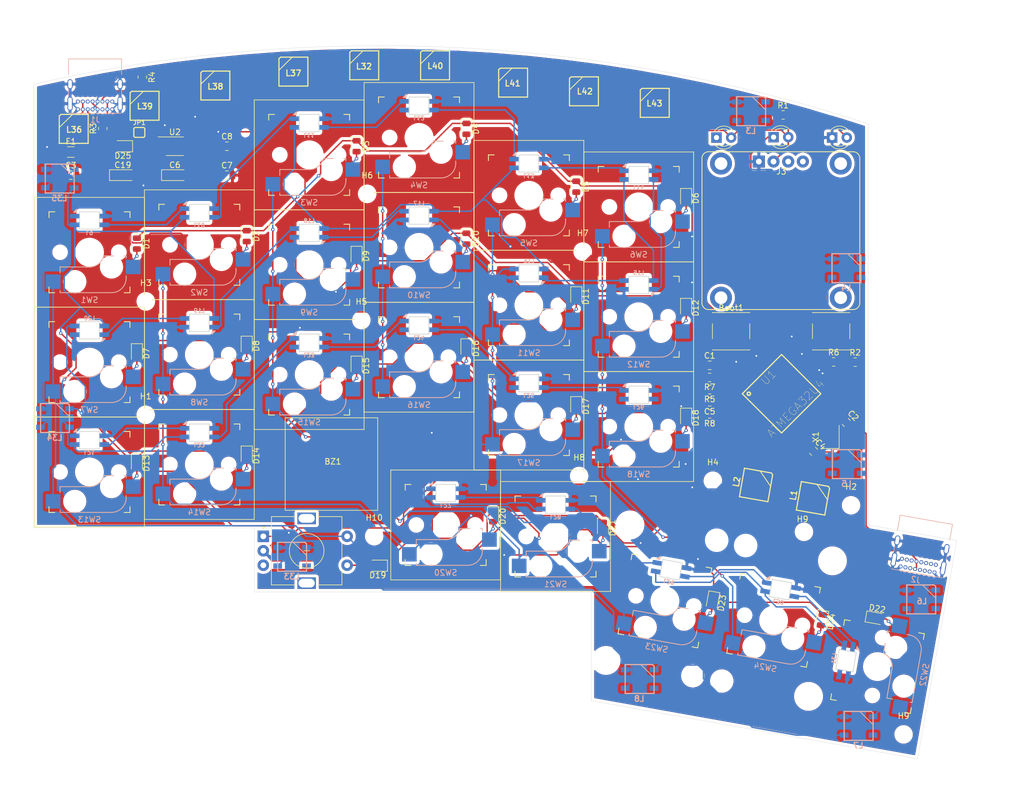
<source format=kicad_pcb>
(kicad_pcb (version 20171130) (host pcbnew 5.1.9)
  (layers (0 F.Cu signal) (31 B.Cu signal) (34 B.Paste user) (35 F.Paste user) (36 B.SilkS user) (37 F.SilkS user) (38 B.Mask user) (39 F.Mask user) (44 Edge.Cuts user))
  (net 0 "")
  (net 1 "Net-(J1-PadA5)")
  (net 2 "Net-(J1-PadA6)")
  (net 3 "Net-(J1-PadA7)")
  (net 4 "Net-(J1-PadB5)")
  (net 5 "Net-(D1-Pad2)")
  (net 6 "Net-(D2-Pad2)")
  (net 7 "Net-(D3-Pad2)")
  (net 8 "Net-(D4-Pad2)")
  (net 9 "Net-(D5-Pad2)")
  (net 10 "Net-(D6-Pad2)")
  (net 11 "Net-(D7-Pad2)")
  (net 12 "Net-(D8-Pad2)")
  (net 13 "Net-(D9-Pad2)")
  (net 14 "Net-(D10-Pad2)")
  (net 15 "Net-(D11-Pad2)")
  (net 16 "Net-(D12-Pad2)")
  (net 17 "Net-(D13-Pad2)")
  (net 18 "Net-(D14-Pad2)")
  (net 19 "Net-(D15-Pad2)")
  (net 20 "Net-(D16-Pad2)")
  (net 21 "Net-(D17-Pad2)")
  (net 22 "Net-(D18-Pad2)")
  (net 23 "Net-(D19-Pad2)")
  (net 24 "Net-(D20-Pad2)")
  (net 25 "Net-(D21-Pad2)")
  (net 26 "Net-(D22-Pad2)")
  (net 27 "Net-(D23-Pad2)")
  (net 28 "Net-(D24-Pad2)")
  (net 29 COL2)
  (net 30 COL3)
  (net 31 COL4)
  (net 32 COL5)
  (net 33 COL0)
  (net 34 COL1)
  (net 35 VCC)
  (net 36 "Net-(L10-Pad3)")
  (net 37 "Net-(L10-Pad1)")
  (net 38 "Net-(L11-Pad1)")
  (net 39 "Net-(L12-Pad1)")
  (net 40 "Net-(L13-Pad1)")
  (net 41 "Net-(L14-Pad1)")
  (net 42 "Net-(L15-Pad1)")
  (net 43 "Net-(L16-Pad1)")
  (net 44 "Net-(L17-Pad1)")
  (net 45 "Net-(L18-Pad1)")
  (net 46 "Net-(L19-Pad1)")
  (net 47 "Net-(L20-Pad1)")
  (net 48 "Net-(L21-Pad1)")
  (net 49 "Net-(L22-Pad1)")
  (net 50 "Net-(L23-Pad1)")
  (net 51 "Net-(L24-Pad1)")
  (net 52 "Net-(L25-Pad1)")
  (net 53 "Net-(L26-Pad1)")
  (net 54 "Net-(L27-Pad1)")
  (net 55 "Net-(L28-Pad1)")
  (net 56 "Net-(L29-Pad1)")
  (net 57 "Net-(L30-Pad1)")
  (net 58 "Net-(L31-Pad1)")
  (net 59 "Net-(L1-Pad1)")
  (net 60 "Net-(L2-Pad1)")
  (net 61 "Net-(L3-Pad1)")
  (net 62 "Net-(L4-Pad1)")
  (net 63 "Net-(L5-Pad1)")
  (net 64 "Net-(L6-Pad1)")
  (net 65 "Net-(L7-Pad1)")
  (net 66 RESET)
  (net 67 "Net-(C1-Pad2)")
  (net 68 "Net-(C2-Pad1)")
  (net 69 "Net-(C4-Pad1)")
  (net 70 "Net-(C5-Pad1)")
  (net 71 D-)
  (net 72 D+)
  (net 73 A3)
  (net 74 A2)
  (net 75 A1)
  (net 76 A0)
  (net 77 D10)
  (net 78 TX)
  (net 79 RX)
  (net 80 D2)
  (net 81 D3)
  (net 82 MISO)
  (net 83 MOSI)
  (net 84 SCK)
  (net 85 UVCC)
  (net 86 RAW)
  (net 87 "Net-(R1-Pad2)")
  (net 88 "Net-(U1-Pad12)")
  (net 89 "Net-(U2-Pad4)")
  (net 90 "Net-(D25-Pad2)")
  (net 91 "Net-(R6-Pad1)")
  (net 92 "Net-(R8-Pad1)")
  (net 93 "Net-(D26-Pad1)")
  (net 94 GND)
  (net 95 "Net-(D27-Pad1)")
  (net 96 D9)
  (net 97 A4)
  (net 98 A5)
  (net 99 "Net-(L33-Pad3)")
  (net 100 "Net-(L33-Pad1)")
  (net 101 "Net-(L34-Pad1)")
  (net 102 "Net-(L35-Pad1)")
  (net 103 "Net-(L36-Pad1)")
  (net 104 "Net-(BZ1-Pad1)")
  (net 105 "Net-(L32-Pad1)")
  (net 106 "Net-(L32-Pad3)")
  (net 107 "Net-(L37-Pad3)")
  (net 108 "Net-(L38-Pad3)")
  (net 109 "Net-(L40-Pad1)")
  (net 110 "Net-(L41-Pad1)")
  (net 111 "Net-(L42-Pad1)")
  (net 112 "Net-(L43-Pad1)")
  (net 113 "Net-(Boot1-Pad1)")
  (net 114 "Net-(J1-PadA8)")
  (net 115 "Net-(J1-PadB8)")
  (net 116 "Net-(J2-PadA8)")
  (net 117 "Net-(J2-PadB8)")
  (net 118 "Net-(J2-PadB6)")
  (net 119 "Net-(J2-PadA7)")
  (module keebio_parts:Kailh-PG1350-1.5u (layer F.Cu) (at 160.52 115 80)
    (fp_text reference "Kailh PG1350" hide)
    (fp_text value Choc hide)
  )
  (module Button_Switch_Keyboard:SW_Cherry_MX_2.00u_Vertical_PCB (layer F.Cu) (at 123.75 103.65 170)
    (fp_text reference REF** hide)
    (fp_text value SW_Cherry_MX_2.00u_Vertical_PCB hide)
    (pad "" np_thru_hole circle (at -7 -11.9 170) (size 3.05 3.05) (drill 3.05) (layers *.Cu *.Mask))
    (pad "" np_thru_hole circle (at -7 11.9 170) (size 3.05 3.05) (drill 3.05) (layers *.Cu *.Mask))
    (pad "" np_thru_hole circle (at 8.24 11.9 170) (size 4 4) (drill 4) (layers *.Cu *.Mask))
    (pad "" np_thru_hole circle (at 8.24 -11.9 170) (size 4 4) (drill 4) (layers *.Cu *.Mask))
  )
  (module MountingHole:MountingHole_2.2mm_M2 (layer F.Cu) (at 73.47 92.45)
    (fp_text reference H10 (at 0 -3.2) (layer F.SilkS))
    (fp_text value Hole)
    (pad 1 np_thru_hole circle (at 0 0) (size 2.2 2.2) (drill 2.2) (layers *.Cu *.Mask))
  )
  (module MountingHole:MountingHole_2.2mm_M2 (layer F.Cu) (at 165.04 126.73)
    (fp_text reference H9 (at 0 -3.2) (layer F.SilkS))
    (fp_text value Hole)
    (pad 1 np_thru_hole circle (at 0 0) (size 2.2 2.2) (drill 2.2) (layers *.Cu *.Mask))
  )
  (module MountingHole:MountingHole_2.2mm_M2 (layer F.Cu) (at 108.92 82.03)
    (fp_text reference H8 (at 0 -3.2) (layer F.SilkS))
    (fp_text value Hole)
    (pad 1 np_thru_hole circle (at 0 0) (size 2.2 2.2) (drill 2.2) (layers *.Cu *.Mask))
  )
  (module MountingHole:MountingHole_2.2mm_M2 (layer F.Cu) (at 109.54 43.23)
    (fp_text reference H7 (at 0 -3.2) (layer F.SilkS))
    (fp_text value Hole)
    (pad 1 np_thru_hole circle (at 0 0) (size 2.2 2.2) (drill 2.2) (layers *.Cu *.Mask))
  )
  (module MountingHole:MountingHole_2.2mm_M2 (layer F.Cu) (at 155.95 87.1)
    (fp_text reference H2 (at 0 -3.2) (layer F.SilkS))
    (fp_text value Hole)
    (pad 1 np_thru_hole circle (at 0 0) (size 2.2 2.2) (drill 2.2) (layers *.Cu *.Mask))
  )
  (module Button_Switch_Keyboard:SW_Cherry_MX_2.00u_Vertical_PCB (layer F.Cu) (at 142.55 107 350)
    (fp_text reference REF** hide)
    (fp_text value SW_Cherry_MX_2.00u_Vertical_PCB hide)
    (pad "" np_thru_hole circle (at 8.24 -11.9 350) (size 4 4) (drill 4) (layers *.Cu *.Mask))
    (pad "" np_thru_hole circle (at 8.24 11.9 350) (size 4 4) (drill 4) (layers *.Cu *.Mask))
    (pad "" np_thru_hole circle (at -7 11.9 350) (size 3.05 3.05) (drill 3.05) (layers *.Cu *.Mask))
    (pad "" np_thru_hole circle (at -7 -11.9 350) (size 3.05 3.05) (drill 3.05) (layers *.Cu *.Mask))
  )
  (module MountingHole:MountingHole_2.2mm_M2 (layer F.Cu) (at 72.26 33.24)
    (fp_text reference H6 (at 0 -3.2) (layer F.SilkS))
    (fp_text value Hole)
    (pad 1 np_thru_hole circle (at 0 0) (size 2.2 2.2) (drill 2.2) (layers *.Cu *.Mask))
  )
  (module MountingHole:MountingHole_2.2mm_M2 (layer F.Cu) (at 71.25 55.08)
    (fp_text reference H5 (at 0 -3.2) (layer F.SilkS))
    (fp_text value Hole)
    (pad 1 np_thru_hole circle (at 0 0) (size 2.2 2.2) (drill 2.2) (layers *.Cu *.Mask))
  )
  (module MountingHole:MountingHole_2.2mm_M2 (layer F.Cu) (at 132.05 82.85)
    (fp_text reference H4 (at 0 -3.2) (layer F.SilkS))
    (fp_text value Hole)
    (pad 1 np_thru_hole circle (at 0 0) (size 2.2 2.2) (drill 2.2) (layers *.Cu *.Mask))
  )
  (module MountingHole:MountingHole_2.2mm_M2 (layer F.Cu) (at 33.97 51.84)
    (fp_text reference H3 (at 0 -3.2) (layer F.SilkS))
    (fp_text value Hole)
    (pad 1 np_thru_hole circle (at 0 0) (size 2.2 2.2) (drill 2.2) (layers *.Cu *.Mask))
  )
  (module MountingHole:MountingHole_2.2mm_M2 (layer F.Cu) (at 147.8 91.7)
    (fp_text reference H9 (at -0.24 -2.2) (layer F.SilkS))
    (fp_text value Hole)
    (pad 1 np_thru_hole circle (at 0 0) (size 2.2 2.2) (drill 2.2) (layers *.Cu *.Mask))
  )
  (module MountingHole:MountingHole_2.2mm_M2 (layer F.Cu) (at 33.95 71.45)
    (fp_text reference H1 (at 0 -3.2) (layer F.SilkS))
    (fp_text value Hole)
    (pad 1 np_thru_hole circle (at 0 0) (size 2.2 2.2) (drill 2.2) (layers *.Cu *.Mask))
  )
  (module Diode_SMD:D_0805_2012Metric (layer F.Cu) (at 32.425 79.841 270)
    (fp_text reference D13 (at 0 -1.65 90) (layer F.SilkS))
    (fp_text value D)
    (pad 2 smd roundrect (at 0.9375 0 270) (size 0.975 1.4) (layers F.Cu F.Paste F.Mask) (net 17 "Net-(D13-Pad2)"))
    (pad 1 smd roundrect (at -0.9375 0 270) (size 0.975 1.4) (layers F.Cu F.Paste F.Mask) (net 75 A1))
  )
  (module keebio_parts:WS2812B (layer F.Cu) (at 33.75 18 180)
    (fp_text reference L39 (at -0.05 -0.1) (layer F.SilkS) (effects (font (thickness 0.2))))
    (fp_text value WS2812_LED hide)
    (pad 1 smd rect (at -2.49936 -1.6002 270) (size 0.89916 1.50114) (layers F.Cu F.Paste F.Mask) (net 108 "Net-(L38-Pad3)"))
    (pad 2 smd rect (at -2.49936 1.6002 270) (size 0.89916 1.50114) (layers F.Cu F.Paste F.Mask) (net 94 GND))
    (pad 3 smd rect (at 2.49936 1.6002 270) (size 0.89916 1.50114) (layers F.Cu F.Paste F.Mask) (net 103 "Net-(L36-Pad1)"))
    (pad 4 smd rect (at 2.49936 -1.6002 270) (size 0.89916 1.50114) (layers F.Cu F.Paste F.Mask) (net 35 VCC))
  )
  (module Connector_USB:USB_C_Receptacle_GCT_USB4085 (layer B.Cu) (at 164.52 97.69 350)
    (fp_text reference J2 (at 2.975 1.8 170) (layer B.SilkS) (effects (justify mirror)))
    (fp_text value USB_C_Receptacle_USB2.0 hide)
    (pad S1 thru_hole oval (at 7.3 -4.36 350) (size 0.9 1.7) (drill oval 0.6 1.4) (layers *.Cu *.Mask) (net 94 GND))
    (pad S1 thru_hole oval (at -1.35 -4.36 350) (size 0.9 1.7) (drill oval 0.6 1.4) (layers *.Cu *.Mask) (net 94 GND))
    (pad S1 thru_hole oval (at 7.3 -0.98 350) (size 0.9 2.4) (drill oval 0.6 2.1) (layers *.Cu *.Mask) (net 94 GND))
    (pad S1 thru_hole oval (at -1.35 -0.98 350) (size 0.9 2.4) (drill oval 0.6 2.1) (layers *.Cu *.Mask) (net 94 GND))
    (pad B6 thru_hole circle (at 3.4 -1.35 350) (size 0.7 0.7) (drill 0.4) (layers *.Cu *.Mask) (net 118 "Net-(J2-PadB6)"))
    (pad B1 thru_hole circle (at 5.95 -1.35 350) (size 0.7 0.7) (drill 0.4) (layers *.Cu *.Mask) (net 94 GND))
    (pad B4 thru_hole circle (at 5.1 -1.35 350) (size 0.7 0.7) (drill 0.4) (layers *.Cu *.Mask) (net 35 VCC))
    (pad B5 thru_hole circle (at 4.25 -1.35 350) (size 0.7 0.7) (drill 0.4) (layers *.Cu *.Mask) (net 94 GND))
    (pad B12 thru_hole circle (at 0 -1.35 350) (size 0.7 0.7) (drill 0.4) (layers *.Cu *.Mask) (net 94 GND))
    (pad B8 thru_hole circle (at 1.7 -1.35 350) (size 0.7 0.7) (drill 0.4) (layers *.Cu *.Mask) (net 117 "Net-(J2-PadB8)"))
    (pad B7 thru_hole circle (at 2.55 -1.35 350) (size 0.7 0.7) (drill 0.4) (layers *.Cu *.Mask) (net 79 RX))
    (pad B9 thru_hole circle (at 0.85 -1.35 350) (size 0.7 0.7) (drill 0.4) (layers *.Cu *.Mask) (net 35 VCC))
    (pad A12 thru_hole circle (at 5.95 0 350) (size 0.7 0.7) (drill 0.4) (layers *.Cu *.Mask) (net 94 GND))
    (pad A9 thru_hole circle (at 5.1 0 350) (size 0.7 0.7) (drill 0.4) (layers *.Cu *.Mask) (net 35 VCC))
    (pad A8 thru_hole circle (at 4.25 0 350) (size 0.7 0.7) (drill 0.4) (layers *.Cu *.Mask) (net 116 "Net-(J2-PadA8)"))
    (pad A7 thru_hole circle (at 3.4 0 350) (size 0.7 0.7) (drill 0.4) (layers *.Cu *.Mask) (net 119 "Net-(J2-PadA7)"))
    (pad A6 thru_hole circle (at 2.55 0 350) (size 0.7 0.7) (drill 0.4) (layers *.Cu *.Mask) (net 79 RX))
    (pad A5 thru_hole circle (at 1.7 0 350) (size 0.7 0.7) (drill 0.4) (layers *.Cu *.Mask) (net 94 GND))
    (pad A4 thru_hole circle (at 0.85 0 350) (size 0.7 0.7) (drill 0.4) (layers *.Cu *.Mask) (net 35 VCC))
    (pad A1 thru_hole circle (at 0 0 350) (size 0.7 0.7) (drill 0.4) (layers *.Cu *.Mask) (net 94 GND))
  )
  (module Connector_USB:USB_C_Receptacle_GCT_USB4085 (layer B.Cu) (at 22.22 18.62)
    (fp_text reference J1 (at 2.975 1.8) (layer B.SilkS) (effects (justify mirror)))
    (fp_text value USB_C_Receptacle_USB2.0 hide)
    (pad A1 thru_hole circle (at 0 0) (size 0.7 0.7) (drill 0.4) (layers *.Cu *.Mask) (net 94 GND))
    (pad A4 thru_hole circle (at 0.85 0) (size 0.7 0.7) (drill 0.4) (layers *.Cu *.Mask) (net 85 UVCC))
    (pad A5 thru_hole circle (at 1.7 0) (size 0.7 0.7) (drill 0.4) (layers *.Cu *.Mask) (net 1 "Net-(J1-PadA5)"))
    (pad A6 thru_hole circle (at 2.55 0) (size 0.7 0.7) (drill 0.4) (layers *.Cu *.Mask) (net 2 "Net-(J1-PadA6)"))
    (pad A7 thru_hole circle (at 3.4 0) (size 0.7 0.7) (drill 0.4) (layers *.Cu *.Mask) (net 3 "Net-(J1-PadA7)"))
    (pad A8 thru_hole circle (at 4.25 0) (size 0.7 0.7) (drill 0.4) (layers *.Cu *.Mask) (net 114 "Net-(J1-PadA8)"))
    (pad A9 thru_hole circle (at 5.1 0) (size 0.7 0.7) (drill 0.4) (layers *.Cu *.Mask) (net 85 UVCC))
    (pad A12 thru_hole circle (at 5.95 0) (size 0.7 0.7) (drill 0.4) (layers *.Cu *.Mask) (net 94 GND))
    (pad B9 thru_hole circle (at 0.85 -1.35) (size 0.7 0.7) (drill 0.4) (layers *.Cu *.Mask) (net 85 UVCC))
    (pad B7 thru_hole circle (at 2.55 -1.35) (size 0.7 0.7) (drill 0.4) (layers *.Cu *.Mask) (net 3 "Net-(J1-PadA7)"))
    (pad B8 thru_hole circle (at 1.7 -1.35) (size 0.7 0.7) (drill 0.4) (layers *.Cu *.Mask) (net 115 "Net-(J1-PadB8)"))
    (pad B12 thru_hole circle (at 0 -1.35) (size 0.7 0.7) (drill 0.4) (layers *.Cu *.Mask) (net 94 GND))
    (pad B5 thru_hole circle (at 4.25 -1.35) (size 0.7 0.7) (drill 0.4) (layers *.Cu *.Mask) (net 4 "Net-(J1-PadB5)"))
    (pad B4 thru_hole circle (at 5.1 -1.35) (size 0.7 0.7) (drill 0.4) (layers *.Cu *.Mask) (net 85 UVCC))
    (pad B1 thru_hole circle (at 5.95 -1.35) (size 0.7 0.7) (drill 0.4) (layers *.Cu *.Mask) (net 94 GND))
    (pad B6 thru_hole circle (at 3.4 -1.35) (size 0.7 0.7) (drill 0.4) (layers *.Cu *.Mask) (net 2 "Net-(J1-PadA6)"))
    (pad S1 thru_hole oval (at -1.35 -0.98) (size 0.9 2.4) (drill oval 0.6 2.1) (layers *.Cu *.Mask) (net 94 GND))
    (pad S1 thru_hole oval (at 7.3 -0.98) (size 0.9 2.4) (drill oval 0.6 2.1) (layers *.Cu *.Mask) (net 94 GND))
    (pad S1 thru_hole oval (at -1.35 -4.36) (size 0.9 1.7) (drill oval 0.6 1.4) (layers *.Cu *.Mask) (net 94 GND))
    (pad S1 thru_hole oval (at 7.3 -4.36) (size 0.9 1.7) (drill oval 0.6 1.4) (layers *.Cu *.Mask) (net 94 GND))
  )
  (module keyswitches:Kailh_socket_MX (layer F.Cu) (at 62.225 64.491)
    (fp_text reference SW15 (at 0 8.255 180) (layer B.SilkS) (effects (justify mirror)))
    (fp_text value SW_PUSH)
    (pad 1 smd rect (at -6.29 5.08 180) (size 2.55 2.5) (layers B.Cu B.Paste B.Mask) (net 29 COL2))
    (pad "" np_thru_hole circle (at -2.54 5.08 180) (size 3 3) (drill 3) (layers *.Cu *.Mask))
    (pad "" np_thru_hole circle (at 3.81 2.54 180) (size 3 3) (drill 3) (layers *.Cu *.Mask))
    (pad "" np_thru_hole circle (at 0 0 180) (size 3.9878 3.9878) (drill 3.9878) (layers *.Cu *.Mask))
    (pad "" np_thru_hole circle (at -5.08 0 180) (size 1.7018 1.7018) (drill 1.7018) (layers *.Cu *.Mask))
    (pad "" np_thru_hole circle (at 5.08 0 180) (size 1.7018 1.7018) (drill 1.7018) (layers *.Cu *.Mask))
    (pad 2 smd rect (at 7.56 2.54 180) (size 2.55 2.5) (layers B.Cu B.Paste B.Mask) (net 19 "Net-(D15-Pad2)"))
  )
  (module private:Buzzer (layer F.Cu) (at 66.08 79.97 180)
    (fp_text reference BZ1 (at -0.24892 0.43396) (layer F.SilkS))
    (fp_text value Buzzer)
    (pad 1 smd rect (at -9 0 180) (size 3 3) (layers F.Cu F.Paste F.Mask) (net 104 "Net-(BZ1-Pad1)"))
    (pad 2 smd rect (at 9 0 180) (size 3 3) (layers F.Cu F.Paste F.Mask) (net 94 GND))
  )
  (module LED_THT:LED_D3.0mm (layer F.Cu) (at 142.55 23.43)
    (fp_text reference D27 hide)
    (fp_text value Yellow)
    (pad 2 thru_hole circle (at 2.54 0) (size 1.8 1.8) (drill 0.9) (layers *.Cu *.Mask) (net 35 VCC))
    (pad 1 thru_hole rect (at 0 0) (size 1.8 1.8) (drill 0.9) (layers *.Cu *.Mask) (net 95 "Net-(D27-Pad1)"))
  )
  (module Resistor_SMD:R_0805_2012Metric (layer F.Cu) (at 152.9475 62.31)
    (fp_text reference R6 (at 0 -1.65) (layer F.SilkS))
    (fp_text value 330)
    (pad 2 smd roundrect (at 0.9125 0) (size 1.025 1.4) (layers F.Cu F.Paste F.Mask) (roundrect_rratio 0.243902) (net 95 "Net-(D27-Pad1)"))
    (pad 1 smd roundrect (at -0.9125 0) (size 1.025 1.4) (layers F.Cu F.Paste F.Mask) (roundrect_rratio 0.243902) (net 91 "Net-(R6-Pad1)"))
  )
  (module Button_Switch_SMD:SW_Push_1P1T_NO_6x6mm_H9.5mm (layer F.Cu) (at 135.2 57)
    (fp_text reference Boot1 (at 0 -4.05) (layer F.SilkS))
    (fp_text value SW_PUSH)
    (pad 2 smd rect (at 3.975 2.25) (size 1.55 1.3) (layers F.Cu F.Paste F.Mask) (net 94 GND))
    (pad 1 smd rect (at 3.975 -2.25) (size 1.55 1.3) (layers F.Cu F.Paste F.Mask) (net 113 "Net-(Boot1-Pad1)"))
    (pad 1 smd rect (at -3.975 -2.25) (size 1.55 1.3) (layers F.Cu F.Paste F.Mask) (net 113 "Net-(Boot1-Pad1)"))
    (pad 2 smd rect (at -3.975 2.25) (size 1.55 1.3) (layers F.Cu F.Paste F.Mask) (net 94 GND))
  )
  (module keebio_parts:WS2812B (layer F.Cu) (at 122 17.5 180)
    (fp_text reference L43 (at 0.06 -0.1) (layer F.SilkS) (effects (font (thickness 0.2))))
    (fp_text value WS2812_LED hide)
    (pad 1 smd rect (at -2.49936 -1.6002 270) (size 0.89916 1.50114) (layers F.Cu F.Paste F.Mask) (net 112 "Net-(L43-Pad1)"))
    (pad 2 smd rect (at -2.49936 1.6002 270) (size 0.89916 1.50114) (layers F.Cu F.Paste F.Mask) (net 94 GND))
    (pad 3 smd rect (at 2.49936 1.6002 270) (size 0.89916 1.50114) (layers F.Cu F.Paste F.Mask) (net 111 "Net-(L42-Pad1)"))
    (pad 4 smd rect (at 2.49936 -1.6002 270) (size 0.89916 1.50114) (layers F.Cu F.Paste F.Mask) (net 35 VCC))
  )
  (module keebio_parts:WS2812B (layer F.Cu) (at 109.75 15.5 180)
    (fp_text reference L42 (at -0.15 -0.02) (layer F.SilkS) (effects (font (thickness 0.2))))
    (fp_text value WS2812_LED hide)
    (pad 1 smd rect (at -2.49936 -1.6002 270) (size 0.89916 1.50114) (layers F.Cu F.Paste F.Mask) (net 111 "Net-(L42-Pad1)"))
    (pad 2 smd rect (at -2.49936 1.6002 270) (size 0.89916 1.50114) (layers F.Cu F.Paste F.Mask) (net 94 GND))
    (pad 3 smd rect (at 2.49936 1.6002 270) (size 0.89916 1.50114) (layers F.Cu F.Paste F.Mask) (net 110 "Net-(L41-Pad1)"))
    (pad 4 smd rect (at 2.49936 -1.6002 270) (size 0.89916 1.50114) (layers F.Cu F.Paste F.Mask) (net 35 VCC))
  )
  (module keebio_parts:WS2812B (layer F.Cu) (at 97.5 14 180)
    (fp_text reference L41 (at 0.08 -0.13) (layer F.SilkS) (effects (font (thickness 0.2))))
    (fp_text value WS2812_LED hide)
    (pad 1 smd rect (at -2.49936 -1.6002 270) (size 0.89916 1.50114) (layers F.Cu F.Paste F.Mask) (net 110 "Net-(L41-Pad1)"))
    (pad 2 smd rect (at -2.49936 1.6002 270) (size 0.89916 1.50114) (layers F.Cu F.Paste F.Mask) (net 94 GND))
    (pad 3 smd rect (at 2.49936 1.6002 270) (size 0.89916 1.50114) (layers F.Cu F.Paste F.Mask) (net 109 "Net-(L40-Pad1)"))
    (pad 4 smd rect (at 2.49936 -1.6002 270) (size 0.89916 1.50114) (layers F.Cu F.Paste F.Mask) (net 35 VCC))
  )
  (module keebio_parts:WS2812B (layer F.Cu) (at 84 11 180)
    (fp_text reference L40 (at -0.03 -0.12) (layer F.SilkS) (effects (font (thickness 0.2))))
    (fp_text value WS2812_LED hide)
    (pad 1 smd rect (at -2.49936 -1.6002 270) (size 0.89916 1.50114) (layers F.Cu F.Paste F.Mask) (net 109 "Net-(L40-Pad1)"))
    (pad 2 smd rect (at -2.49936 1.6002 270) (size 0.89916 1.50114) (layers F.Cu F.Paste F.Mask) (net 94 GND))
    (pad 3 smd rect (at 2.49936 1.6002 270) (size 0.89916 1.50114) (layers F.Cu F.Paste F.Mask) (net 105 "Net-(L32-Pad1)"))
    (pad 4 smd rect (at 2.49936 -1.6002 270) (size 0.89916 1.50114) (layers F.Cu F.Paste F.Mask) (net 35 VCC))
  )
  (module keebio_parts:WS2812B (layer F.Cu) (at 46 14.5 180)
    (fp_text reference L38 (at 0 -0.18) (layer F.SilkS) (effects (font (thickness 0.2))))
    (fp_text value WS2812_LED hide)
    (pad 1 smd rect (at -2.49936 -1.6002 270) (size 0.89916 1.50114) (layers F.Cu F.Paste F.Mask) (net 107 "Net-(L37-Pad3)"))
    (pad 2 smd rect (at -2.49936 1.6002 270) (size 0.89916 1.50114) (layers F.Cu F.Paste F.Mask) (net 94 GND))
    (pad 3 smd rect (at 2.49936 1.6002 270) (size 0.89916 1.50114) (layers F.Cu F.Paste F.Mask) (net 108 "Net-(L38-Pad3)"))
    (pad 4 smd rect (at 2.49936 -1.6002 270) (size 0.89916 1.50114) (layers F.Cu F.Paste F.Mask) (net 35 VCC))
  )
  (module keebio_parts:WS2812B (layer F.Cu) (at 59.5 12.09 180)
    (fp_text reference L37 (at 0 -0.27) (layer F.SilkS) (effects (font (thickness 0.2))))
    (fp_text value WS2812_LED hide)
    (pad 1 smd rect (at -2.49936 -1.6002 270) (size 0.89916 1.50114) (layers F.Cu F.Paste F.Mask) (net 106 "Net-(L32-Pad3)"))
    (pad 2 smd rect (at -2.49936 1.6002 270) (size 0.89916 1.50114) (layers F.Cu F.Paste F.Mask) (net 94 GND))
    (pad 3 smd rect (at 2.49936 1.6002 270) (size 0.89916 1.50114) (layers F.Cu F.Paste F.Mask) (net 107 "Net-(L37-Pad3)"))
    (pad 4 smd rect (at 2.49936 -1.6002 270) (size 0.89916 1.50114) (layers F.Cu F.Paste F.Mask) (net 35 VCC))
  )
  (module keebio_parts:WS2812B (layer F.Cu) (at 71.75 11 180)
    (fp_text reference L32 (at 0.05 -0.2) (layer F.SilkS) (effects (font (thickness 0.2))))
    (fp_text value WS2812_LED hide)
    (pad 1 smd rect (at -2.49936 -1.6002 270) (size 0.89916 1.50114) (layers F.Cu F.Paste F.Mask) (net 105 "Net-(L32-Pad1)"))
    (pad 2 smd rect (at -2.49936 1.6002 270) (size 0.89916 1.50114) (layers F.Cu F.Paste F.Mask) (net 94 GND))
    (pad 3 smd rect (at 2.49936 1.6002 270) (size 0.89916 1.50114) (layers F.Cu F.Paste F.Mask) (net 106 "Net-(L32-Pad3)"))
    (pad 4 smd rect (at 2.49936 -1.6002 270) (size 0.89916 1.50114) (layers F.Cu F.Paste F.Mask) (net 35 VCC))
  )
  (module Button_Switch_SMD:SW_Push_1P1T_NO_6x6mm_H9.5mm (layer F.Cu) (at 152.5 57)
    (fp_text reference RESET_SW1 hide)
    (fp_text value SW_PUSH hide)
    (pad 2 smd rect (at -3.975 2.25) (size 1.55 1.3) (layers F.Cu F.Paste F.Mask) (net 94 GND))
    (pad 1 smd rect (at -3.975 -2.25) (size 1.55 1.3) (layers F.Cu F.Paste F.Mask) (net 66 RESET))
    (pad 1 smd rect (at 3.975 -2.25) (size 1.55 1.3) (layers F.Cu F.Paste F.Mask) (net 66 RESET))
    (pad 2 smd rect (at 3.975 2.25) (size 1.55 1.3) (layers F.Cu F.Paste F.Mask) (net 94 GND))
  )
  (module LED_THT:LED_D3.0mm (layer F.Cu) (at 152.675 23.499889)
    (fp_text reference RED1 hide)
    (fp_text value LED1)
    (pad 2 thru_hole circle (at 2.54 0) (size 1.8 1.8) (drill 0.9) (layers *.Cu *.Mask) (net 87 "Net-(R1-Pad2)"))
    (pad 1 thru_hole rect (at 0 0) (size 1.8 1.8) (drill 0.9) (layers *.Cu *.Mask) (net 94 GND))
  )
  (module LED_THT:LED_D3.0mm (layer F.Cu) (at 132.675 23.499889)
    (fp_text reference D26 hide)
    (fp_text value Green)
    (pad 2 thru_hole circle (at 2.54 0) (size 1.8 1.8) (drill 0.9) (layers *.Cu *.Mask) (net 35 VCC))
    (pad 1 thru_hole rect (at 0 0) (size 1.8 1.8) (drill 0.9) (layers *.Cu *.Mask) (net 93 "Net-(D26-Pad1)"))
  )
  (module keyswitches:Kailh_socket_MX (layer F.Cu) (at 160.52 115 80)
    (fp_text reference SW22 (at 0 8.255 80) (layer B.SilkS) (effects (justify mirror)))
    (fp_text value SW_PUSH)
    (pad 2 smd rect (at 7.56 2.54 260) (size 2.55 2.5) (layers B.Cu B.Paste B.Mask) (net 26 "Net-(D22-Pad2)"))
    (pad "" np_thru_hole circle (at 5.08 0 260) (size 1.7018 1.7018) (drill 1.7018) (layers *.Cu *.Mask))
    (pad "" np_thru_hole circle (at -5.08 0 260) (size 1.7018 1.7018) (drill 1.7018) (layers *.Cu *.Mask))
    (pad "" np_thru_hole circle (at 0 0 260) (size 3.9878 3.9878) (drill 3.9878) (layers *.Cu *.Mask))
    (pad "" np_thru_hole circle (at 3.81 2.54 260) (size 3 3) (drill 3) (layers *.Cu *.Mask))
    (pad "" np_thru_hole circle (at -2.54 5.08 260) (size 3 3) (drill 3) (layers *.Cu *.Mask))
    (pad 1 smd rect (at -6.29 5.08 260) (size 2.55 2.5) (layers B.Cu B.Paste B.Mask) (net 30 COL3))
  )
  (module keyswitches:Kailh_socket_MX (layer F.Cu) (at 142.55 107 350)
    (fp_text reference SW24 (at 0 8.255 170) (layer B.SilkS) (effects (justify mirror)))
    (fp_text value SW_PUSH)
    (pad 1 smd rect (at -6.29 5.08 170) (size 2.55 2.5) (layers B.Cu B.Paste B.Mask) (net 32 COL5))
    (pad "" np_thru_hole circle (at -2.54 5.08 170) (size 3 3) (drill 3) (layers *.Cu *.Mask))
    (pad "" np_thru_hole circle (at 3.81 2.54 170) (size 3 3) (drill 3) (layers *.Cu *.Mask))
    (pad "" np_thru_hole circle (at 0 0 170) (size 3.9878 3.9878) (drill 3.9878) (layers *.Cu *.Mask))
    (pad "" np_thru_hole circle (at -5.08 0 170) (size 1.7018 1.7018) (drill 1.7018) (layers *.Cu *.Mask))
    (pad "" np_thru_hole circle (at 5.08 0 170) (size 1.7018 1.7018) (drill 1.7018) (layers *.Cu *.Mask))
    (pad 2 smd rect (at 7.56 2.54 170) (size 2.55 2.5) (layers B.Cu B.Paste B.Mask) (net 28 "Net-(D24-Pad2)"))
  )
  (module keyswitches:Kailh_socket_MX (layer F.Cu) (at 123.75 103.65 350)
    (fp_text reference SW23 (at 0 8.255 170) (layer B.SilkS) (effects (justify mirror)))
    (fp_text value SW_PUSH)
    (pad 1 smd rect (at -6.29 5.08 170) (size 2.55 2.5) (layers B.Cu B.Paste B.Mask) (net 31 COL4))
    (pad "" np_thru_hole circle (at -2.54 5.08 170) (size 3 3) (drill 3) (layers *.Cu *.Mask))
    (pad "" np_thru_hole circle (at 3.81 2.54 170) (size 3 3) (drill 3) (layers *.Cu *.Mask))
    (pad "" np_thru_hole circle (at 0 0 170) (size 3.9878 3.9878) (drill 3.9878) (layers *.Cu *.Mask))
    (pad "" np_thru_hole circle (at -5.08 0 170) (size 1.7018 1.7018) (drill 1.7018) (layers *.Cu *.Mask))
    (pad "" np_thru_hole circle (at 5.08 0 170) (size 1.7018 1.7018) (drill 1.7018) (layers *.Cu *.Mask))
    (pad 2 smd rect (at 7.56 2.54 170) (size 2.55 2.5) (layers B.Cu B.Paste B.Mask) (net 27 "Net-(D23-Pad2)"))
  )
  (module keyswitches:Kailh_socket_MX (layer F.Cu) (at 24.225 43.341)
    (fp_text reference SW1 (at 0 8.255 180) (layer B.SilkS) (effects (justify mirror)))
    (fp_text value SW_PUSH)
    (pad 1 smd rect (at -6.29 5.08 180) (size 2.55 2.5) (layers B.Cu B.Paste B.Mask) (net 33 COL0))
    (pad "" np_thru_hole circle (at -2.54 5.08 180) (size 3 3) (drill 3) (layers *.Cu *.Mask))
    (pad "" np_thru_hole circle (at 3.81 2.54 180) (size 3 3) (drill 3) (layers *.Cu *.Mask))
    (pad "" np_thru_hole circle (at 0 0 180) (size 3.9878 3.9878) (drill 3.9878) (layers *.Cu *.Mask))
    (pad "" np_thru_hole circle (at -5.08 0 180) (size 1.7018 1.7018) (drill 1.7018) (layers *.Cu *.Mask))
    (pad "" np_thru_hole circle (at 5.08 0 180) (size 1.7018 1.7018) (drill 1.7018) (layers *.Cu *.Mask))
    (pad 2 smd rect (at 7.56 2.54 180) (size 2.55 2.5) (layers B.Cu B.Paste B.Mask) (net 5 "Net-(D1-Pad2)"))
  )
  (module keyswitches:Kailh_socket_MX (layer F.Cu) (at 43.225 42.041)
    (fp_text reference SW2 (at 0 8.255 180) (layer B.SilkS) (effects (justify mirror)))
    (fp_text value SW_PUSH)
    (pad 1 smd rect (at -6.29 5.08 180) (size 2.55 2.5) (layers B.Cu B.Paste B.Mask) (net 34 COL1))
    (pad "" np_thru_hole circle (at -2.54 5.08 180) (size 3 3) (drill 3) (layers *.Cu *.Mask))
    (pad "" np_thru_hole circle (at 3.81 2.54 180) (size 3 3) (drill 3) (layers *.Cu *.Mask))
    (pad "" np_thru_hole circle (at 0 0 180) (size 3.9878 3.9878) (drill 3.9878) (layers *.Cu *.Mask))
    (pad "" np_thru_hole circle (at -5.08 0 180) (size 1.7018 1.7018) (drill 1.7018) (layers *.Cu *.Mask))
    (pad "" np_thru_hole circle (at 5.08 0 180) (size 1.7018 1.7018) (drill 1.7018) (layers *.Cu *.Mask))
    (pad 2 smd rect (at 7.56 2.54 180) (size 2.55 2.5) (layers B.Cu B.Paste B.Mask) (net 6 "Net-(D2-Pad2)"))
  )
  (module keyswitches:Kailh_socket_MX (layer F.Cu) (at 62.225 26.491)
    (fp_text reference SW3 (at 0 8.255 180) (layer B.SilkS) (effects (justify mirror)))
    (fp_text value SW_PUSH)
    (pad 1 smd rect (at -6.29 5.08 180) (size 2.55 2.5) (layers B.Cu B.Paste B.Mask) (net 29 COL2))
    (pad "" np_thru_hole circle (at -2.54 5.08 180) (size 3 3) (drill 3) (layers *.Cu *.Mask))
    (pad "" np_thru_hole circle (at 3.81 2.54 180) (size 3 3) (drill 3) (layers *.Cu *.Mask))
    (pad "" np_thru_hole circle (at 0 0 180) (size 3.9878 3.9878) (drill 3.9878) (layers *.Cu *.Mask))
    (pad "" np_thru_hole circle (at -5.08 0 180) (size 1.7018 1.7018) (drill 1.7018) (layers *.Cu *.Mask))
    (pad "" np_thru_hole circle (at 5.08 0 180) (size 1.7018 1.7018) (drill 1.7018) (layers *.Cu *.Mask))
    (pad 2 smd rect (at 7.56 2.54 180) (size 2.55 2.5) (layers B.Cu B.Paste B.Mask) (net 7 "Net-(D3-Pad2)"))
  )
  (module keyswitches:Kailh_socket_MX (layer F.Cu) (at 81.225 23.491)
    (fp_text reference SW4 (at 0 8.255 180) (layer B.SilkS) (effects (justify mirror)))
    (fp_text value SW_PUSH)
    (pad 1 smd rect (at -6.29 5.08 180) (size 2.55 2.5) (layers B.Cu B.Paste B.Mask) (net 30 COL3))
    (pad "" np_thru_hole circle (at -2.54 5.08 180) (size 3 3) (drill 3) (layers *.Cu *.Mask))
    (pad "" np_thru_hole circle (at 3.81 2.54 180) (size 3 3) (drill 3) (layers *.Cu *.Mask))
    (pad "" np_thru_hole circle (at 0 0 180) (size 3.9878 3.9878) (drill 3.9878) (layers *.Cu *.Mask))
    (pad "" np_thru_hole circle (at -5.08 0 180) (size 1.7018 1.7018) (drill 1.7018) (layers *.Cu *.Mask))
    (pad "" np_thru_hole circle (at 5.08 0 180) (size 1.7018 1.7018) (drill 1.7018) (layers *.Cu *.Mask))
    (pad 2 smd rect (at 7.56 2.54 180) (size 2.55 2.5) (layers B.Cu B.Paste B.Mask) (net 8 "Net-(D4-Pad2)"))
  )
  (module keyswitches:Kailh_socket_MX (layer F.Cu) (at 100.225 33.491)
    (fp_text reference SW5 (at 0 8.255 180) (layer B.SilkS) (effects (justify mirror)))
    (fp_text value SW_PUSH)
    (pad 2 smd rect (at 7.56 2.54 180) (size 2.55 2.5) (layers B.Cu B.Paste B.Mask) (net 9 "Net-(D5-Pad2)"))
    (pad "" np_thru_hole circle (at 5.08 0 180) (size 1.7018 1.7018) (drill 1.7018) (layers *.Cu *.Mask))
    (pad "" np_thru_hole circle (at -5.08 0 180) (size 1.7018 1.7018) (drill 1.7018) (layers *.Cu *.Mask))
    (pad "" np_thru_hole circle (at 0 0 180) (size 3.9878 3.9878) (drill 3.9878) (layers *.Cu *.Mask))
    (pad "" np_thru_hole circle (at 3.81 2.54 180) (size 3 3) (drill 3) (layers *.Cu *.Mask))
    (pad "" np_thru_hole circle (at -2.54 5.08 180) (size 3 3) (drill 3) (layers *.Cu *.Mask))
    (pad 1 smd rect (at -6.29 5.08 180) (size 2.55 2.5) (layers B.Cu B.Paste B.Mask) (net 31 COL4))
  )
  (module keyswitches:Kailh_socket_MX (layer F.Cu) (at 119.225 35.491)
    (fp_text reference SW6 (at 0 8.255 180) (layer B.SilkS) (effects (justify mirror)))
    (fp_text value SW_PUSH)
    (pad 1 smd rect (at -6.29 5.08 180) (size 2.55 2.5) (layers B.Cu B.Paste B.Mask) (net 32 COL5))
    (pad "" np_thru_hole circle (at -2.54 5.08 180) (size 3 3) (drill 3) (layers *.Cu *.Mask))
    (pad "" np_thru_hole circle (at 3.81 2.54 180) (size 3 3) (drill 3) (layers *.Cu *.Mask))
    (pad "" np_thru_hole circle (at 0 0 180) (size 3.9878 3.9878) (drill 3.9878) (layers *.Cu *.Mask))
    (pad "" np_thru_hole circle (at -5.08 0 180) (size 1.7018 1.7018) (drill 1.7018) (layers *.Cu *.Mask))
    (pad "" np_thru_hole circle (at 5.08 0 180) (size 1.7018 1.7018) (drill 1.7018) (layers *.Cu *.Mask))
    (pad 2 smd rect (at 7.56 2.54 180) (size 2.55 2.5) (layers B.Cu B.Paste B.Mask) (net 10 "Net-(D6-Pad2)"))
  )
  (module keyswitches:Kailh_socket_MX (layer F.Cu) (at 24.225 62.341)
    (fp_text reference SW7 (at 0 8.255 180) (layer B.SilkS) (effects (justify mirror)))
    (fp_text value SW_PUSH)
    (pad 1 smd rect (at -6.29 5.08 180) (size 2.55 2.5) (layers B.Cu B.Paste B.Mask) (net 33 COL0))
    (pad "" np_thru_hole circle (at -2.54 5.08 180) (size 3 3) (drill 3) (layers *.Cu *.Mask))
    (pad "" np_thru_hole circle (at 3.81 2.54 180) (size 3 3) (drill 3) (layers *.Cu *.Mask))
    (pad "" np_thru_hole circle (at 0 0 180) (size 3.9878 3.9878) (drill 3.9878) (layers *.Cu *.Mask))
    (pad "" np_thru_hole circle (at -5.08 0 180) (size 1.7018 1.7018) (drill 1.7018) (layers *.Cu *.Mask))
    (pad "" np_thru_hole circle (at 5.08 0 180) (size 1.7018 1.7018) (drill 1.7018) (layers *.Cu *.Mask))
    (pad 2 smd rect (at 7.56 2.54 180) (size 2.55 2.5) (layers B.Cu B.Paste B.Mask) (net 11 "Net-(D7-Pad2)"))
  )
  (module keyswitches:Kailh_socket_MX (layer F.Cu) (at 43.225 61.041)
    (fp_text reference SW8 (at 0 8.255 180) (layer B.SilkS) (effects (justify mirror)))
    (fp_text value SW_PUSH)
    (pad 1 smd rect (at -6.29 5.08 180) (size 2.55 2.5) (layers B.Cu B.Paste B.Mask) (net 34 COL1))
    (pad "" np_thru_hole circle (at -2.54 5.08 180) (size 3 3) (drill 3) (layers *.Cu *.Mask))
    (pad "" np_thru_hole circle (at 3.81 2.54 180) (size 3 3) (drill 3) (layers *.Cu *.Mask))
    (pad "" np_thru_hole circle (at 0 0 180) (size 3.9878 3.9878) (drill 3.9878) (layers *.Cu *.Mask))
    (pad "" np_thru_hole circle (at -5.08 0 180) (size 1.7018 1.7018) (drill 1.7018) (layers *.Cu *.Mask))
    (pad "" np_thru_hole circle (at 5.08 0 180) (size 1.7018 1.7018) (drill 1.7018) (layers *.Cu *.Mask))
    (pad 2 smd rect (at 7.56 2.54 180) (size 2.55 2.5) (layers B.Cu B.Paste B.Mask) (net 12 "Net-(D8-Pad2)"))
  )
  (module keyswitches:Kailh_socket_MX (layer F.Cu) (at 62.225 45.491)
    (fp_text reference SW9 (at 0 8.255 180) (layer B.SilkS) (effects (justify mirror)))
    (fp_text value SW_PUSH)
    (pad 1 smd rect (at -6.29 5.08 180) (size 2.55 2.5) (layers B.Cu B.Paste B.Mask) (net 29 COL2))
    (pad "" np_thru_hole circle (at -2.54 5.08 180) (size 3 3) (drill 3) (layers *.Cu *.Mask))
    (pad "" np_thru_hole circle (at 3.81 2.54 180) (size 3 3) (drill 3) (layers *.Cu *.Mask))
    (pad "" np_thru_hole circle (at 0 0 180) (size 3.9878 3.9878) (drill 3.9878) (layers *.Cu *.Mask))
    (pad "" np_thru_hole circle (at -5.08 0 180) (size 1.7018 1.7018) (drill 1.7018) (layers *.Cu *.Mask))
    (pad "" np_thru_hole circle (at 5.08 0 180) (size 1.7018 1.7018) (drill 1.7018) (layers *.Cu *.Mask))
    (pad 2 smd rect (at 7.56 2.54 180) (size 2.55 2.5) (layers B.Cu B.Paste B.Mask) (net 13 "Net-(D9-Pad2)"))
  )
  (module keyswitches:Kailh_socket_MX (layer F.Cu) (at 81.225 42.491)
    (fp_text reference SW10 (at 0 8.255 180) (layer B.SilkS) (effects (justify mirror)))
    (fp_text value SW_PUSH)
    (pad 1 smd rect (at -6.29 5.08 180) (size 2.55 2.5) (layers B.Cu B.Paste B.Mask) (net 30 COL3))
    (pad "" np_thru_hole circle (at -2.54 5.08 180) (size 3 3) (drill 3) (layers *.Cu *.Mask))
    (pad "" np_thru_hole circle (at 3.81 2.54 180) (size 3 3) (drill 3) (layers *.Cu *.Mask))
    (pad "" np_thru_hole circle (at 0 0 180) (size 3.9878 3.9878) (drill 3.9878) (layers *.Cu *.Mask))
    (pad "" np_thru_hole circle (at -5.08 0 180) (size 1.7018 1.7018) (drill 1.7018) (layers *.Cu *.Mask))
    (pad "" np_thru_hole circle (at 5.08 0 180) (size 1.7018 1.7018) (drill 1.7018) (layers *.Cu *.Mask))
    (pad 2 smd rect (at 7.56 2.54 180) (size 2.55 2.5) (layers B.Cu B.Paste B.Mask) (net 14 "Net-(D10-Pad2)"))
  )
  (module keyswitches:Kailh_socket_MX (layer F.Cu) (at 100.225 52.491)
    (fp_text reference SW11 (at 0 8.255 180) (layer B.SilkS) (effects (justify mirror)))
    (fp_text value SW_PUSH)
    (pad 1 smd rect (at -6.29 5.08 180) (size 2.55 2.5) (layers B.Cu B.Paste B.Mask) (net 31 COL4))
    (pad "" np_thru_hole circle (at -2.54 5.08 180) (size 3 3) (drill 3) (layers *.Cu *.Mask))
    (pad "" np_thru_hole circle (at 3.81 2.54 180) (size 3 3) (drill 3) (layers *.Cu *.Mask))
    (pad "" np_thru_hole circle (at 0 0 180) (size 3.9878 3.9878) (drill 3.9878) (layers *.Cu *.Mask))
    (pad "" np_thru_hole circle (at -5.08 0 180) (size 1.7018 1.7018) (drill 1.7018) (layers *.Cu *.Mask))
    (pad "" np_thru_hole circle (at 5.08 0 180) (size 1.7018 1.7018) (drill 1.7018) (layers *.Cu *.Mask))
    (pad 2 smd rect (at 7.56 2.54 180) (size 2.55 2.5) (layers B.Cu B.Paste B.Mask) (net 15 "Net-(D11-Pad2)"))
  )
  (module keyswitches:Kailh_socket_MX (layer F.Cu) (at 119.225 54.491)
    (fp_text reference SW12 (at 0 8.255 180) (layer B.SilkS) (effects (justify mirror)))
    (fp_text value SW_PUSH)
    (pad 1 smd rect (at -6.29 5.08 180) (size 2.55 2.5) (layers B.Cu B.Paste B.Mask) (net 32 COL5))
    (pad "" np_thru_hole circle (at -2.54 5.08 180) (size 3 3) (drill 3) (layers *.Cu *.Mask))
    (pad "" np_thru_hole circle (at 3.81 2.54 180) (size 3 3) (drill 3) (layers *.Cu *.Mask))
    (pad "" np_thru_hole circle (at 0 0 180) (size 3.9878 3.9878) (drill 3.9878) (layers *.Cu *.Mask))
    (pad "" np_thru_hole circle (at -5.08 0 180) (size 1.7018 1.7018) (drill 1.7018) (layers *.Cu *.Mask))
    (pad "" np_thru_hole circle (at 5.08 0 180) (size 1.7018 1.7018) (drill 1.7018) (layers *.Cu *.Mask))
    (pad 2 smd rect (at 7.56 2.54 180) (size 2.55 2.5) (layers B.Cu B.Paste B.Mask) (net 16 "Net-(D12-Pad2)"))
  )
  (module keyswitches:Kailh_socket_MX (layer F.Cu) (at 24.225 81.341)
    (fp_text reference SW13 (at 0 8.255 180) (layer B.SilkS) (effects (justify mirror)))
    (fp_text value SW_PUSH)
    (pad 1 smd rect (at -6.29 5.08 180) (size 2.55 2.5) (layers B.Cu B.Paste B.Mask) (net 33 COL0))
    (pad "" np_thru_hole circle (at -2.54 5.08 180) (size 3 3) (drill 3) (layers *.Cu *.Mask))
    (pad "" np_thru_hole circle (at 3.81 2.54 180) (size 3 3) (drill 3) (layers *.Cu *.Mask))
    (pad "" np_thru_hole circle (at 0 0 180) (size 3.9878 3.9878) (drill 3.9878) (layers *.Cu *.Mask))
    (pad "" np_thru_hole circle (at -5.08 0 180) (size 1.7018 1.7018) (drill 1.7018) (layers *.Cu *.Mask))
    (pad "" np_thru_hole circle (at 5.08 0 180) (size 1.7018 1.7018) (drill 1.7018) (layers *.Cu *.Mask))
    (pad 2 smd rect (at 7.56 2.54 180) (size 2.55 2.5) (layers B.Cu B.Paste B.Mask) (net 17 "Net-(D13-Pad2)"))
  )
  (module keyswitches:Kailh_socket_MX (layer F.Cu) (at 43.225 80.041)
    (fp_text reference SW14 (at 0 8.255 180) (layer B.SilkS) (effects (justify mirror)))
    (fp_text value SW_PUSH)
    (pad 1 smd rect (at -6.29 5.08 180) (size 2.55 2.5) (layers B.Cu B.Paste B.Mask) (net 34 COL1))
    (pad "" np_thru_hole circle (at -2.54 5.08 180) (size 3 3) (drill 3) (layers *.Cu *.Mask))
    (pad "" np_thru_hole circle (at 3.81 2.54 180) (size 3 3) (drill 3) (layers *.Cu *.Mask))
    (pad "" np_thru_hole circle (at 0 0 180) (size 3.9878 3.9878) (drill 3.9878) (layers *.Cu *.Mask))
    (pad "" np_thru_hole circle (at -5.08 0 180) (size 1.7018 1.7018) (drill 1.7018) (layers *.Cu *.Mask))
    (pad "" np_thru_hole circle (at 5.08 0 180) (size 1.7018 1.7018) (drill 1.7018) (layers *.Cu *.Mask))
    (pad 2 smd rect (at 7.56 2.54 180) (size 2.55 2.5) (layers B.Cu B.Paste B.Mask) (net 18 "Net-(D14-Pad2)"))
  )
  (module keyswitches:Kailh_socket_MX (layer F.Cu) (at 81.225 61.491)
    (fp_text reference SW16 (at 0 8.255 180) (layer B.SilkS) (effects (justify mirror)))
    (fp_text value SW_PUSH)
    (pad 1 smd rect (at -6.29 5.08 180) (size 2.55 2.5) (layers B.Cu B.Paste B.Mask) (net 30 COL3))
    (pad "" np_thru_hole circle (at -2.54 5.08 180) (size 3 3) (drill 3) (layers *.Cu *.Mask))
    (pad "" np_thru_hole circle (at 3.81 2.54 180) (size 3 3) (drill 3) (layers *.Cu *.Mask))
    (pad "" np_thru_hole circle (at 0 0 180) (size 3.9878 3.9878) (drill 3.9878) (layers *.Cu *.Mask))
    (pad "" np_thru_hole circle (at -5.08 0 180) (size 1.7018 1.7018) (drill 1.7018) (layers *.Cu *.Mask))
    (pad "" np_thru_hole circle (at 5.08 0 180) (size 1.7018 1.7018) (drill 1.7018) (layers *.Cu *.Mask))
    (pad 2 smd rect (at 7.56 2.54 180) (size 2.55 2.5) (layers B.Cu B.Paste B.Mask) (net 20 "Net-(D16-Pad2)"))
  )
  (module keyswitches:Kailh_socket_MX (layer F.Cu) (at 100.225 71.491)
    (fp_text reference SW17 (at 0 8.255 180) (layer B.SilkS) (effects (justify mirror)))
    (fp_text value SW_PUSH)
    (pad 1 smd rect (at -6.29 5.08 180) (size 2.55 2.5) (layers B.Cu B.Paste B.Mask) (net 31 COL4))
    (pad "" np_thru_hole circle (at -2.54 5.08 180) (size 3 3) (drill 3) (layers *.Cu *.Mask))
    (pad "" np_thru_hole circle (at 3.81 2.54 180) (size 3 3) (drill 3) (layers *.Cu *.Mask))
    (pad "" np_thru_hole circle (at 0 0 180) (size 3.9878 3.9878) (drill 3.9878) (layers *.Cu *.Mask))
    (pad "" np_thru_hole circle (at -5.08 0 180) (size 1.7018 1.7018) (drill 1.7018) (layers *.Cu *.Mask))
    (pad "" np_thru_hole circle (at 5.08 0 180) (size 1.7018 1.7018) (drill 1.7018) (layers *.Cu *.Mask))
    (pad 2 smd rect (at 7.56 2.54 180) (size 2.55 2.5) (layers B.Cu B.Paste B.Mask) (net 21 "Net-(D17-Pad2)"))
  )
  (module keyswitches:Kailh_socket_MX (layer F.Cu) (at 119.225 73.491)
    (fp_text reference SW18 (at 0 8.255 180) (layer B.SilkS) (effects (justify mirror)))
    (fp_text value SW_PUSH)
    (pad 1 smd rect (at -6.29 5.08 180) (size 2.55 2.5) (layers B.Cu B.Paste B.Mask) (net 32 COL5))
    (pad "" np_thru_hole circle (at -2.54 5.08 180) (size 3 3) (drill 3) (layers *.Cu *.Mask))
    (pad "" np_thru_hole circle (at 3.81 2.54 180) (size 3 3) (drill 3) (layers *.Cu *.Mask))
    (pad "" np_thru_hole circle (at 0 0 180) (size 3.9878 3.9878) (drill 3.9878) (layers *.Cu *.Mask))
    (pad "" np_thru_hole circle (at -5.08 0 180) (size 1.7018 1.7018) (drill 1.7018) (layers *.Cu *.Mask))
    (pad "" np_thru_hole circle (at 5.08 0 180) (size 1.7018 1.7018) (drill 1.7018) (layers *.Cu *.Mask))
    (pad 2 smd rect (at 7.56 2.54 180) (size 2.55 2.5) (layers B.Cu B.Paste B.Mask) (net 22 "Net-(D18-Pad2)"))
  )
  (module keyswitches:Kailh_socket_MX (layer F.Cu) (at 85.8375 90.5)
    (fp_text reference SW20 (at 0 8.255 180) (layer B.SilkS) (effects (justify mirror)))
    (fp_text value SW_PUSH)
    (pad 1 smd rect (at -6.29 5.08 180) (size 2.55 2.5) (layers B.Cu B.Paste B.Mask) (net 34 COL1))
    (pad "" np_thru_hole circle (at -2.54 5.08 180) (size 3 3) (drill 3) (layers *.Cu *.Mask))
    (pad "" np_thru_hole circle (at 3.81 2.54 180) (size 3 3) (drill 3) (layers *.Cu *.Mask))
    (pad "" np_thru_hole circle (at 0 0 180) (size 3.9878 3.9878) (drill 3.9878) (layers *.Cu *.Mask))
    (pad "" np_thru_hole circle (at -5.08 0 180) (size 1.7018 1.7018) (drill 1.7018) (layers *.Cu *.Mask))
    (pad "" np_thru_hole circle (at 5.08 0 180) (size 1.7018 1.7018) (drill 1.7018) (layers *.Cu *.Mask))
    (pad 2 smd rect (at 7.56 2.54 180) (size 2.55 2.5) (layers B.Cu B.Paste B.Mask) (net 24 "Net-(D20-Pad2)"))
  )
  (module keyswitches:Kailh_socket_MX (layer F.Cu) (at 104.8375 92.5)
    (fp_text reference SW21 (at 0 8.255 180) (layer B.SilkS) (effects (justify mirror)))
    (fp_text value SW_PUSH)
    (pad 2 smd rect (at 7.56 2.54 180) (size 2.55 2.5) (layers B.Cu B.Paste B.Mask) (net 25 "Net-(D21-Pad2)"))
    (pad "" np_thru_hole circle (at 5.08 0 180) (size 1.7018 1.7018) (drill 1.7018) (layers *.Cu *.Mask))
    (pad "" np_thru_hole circle (at -5.08 0 180) (size 1.7018 1.7018) (drill 1.7018) (layers *.Cu *.Mask))
    (pad "" np_thru_hole circle (at 0 0 180) (size 3.9878 3.9878) (drill 3.9878) (layers *.Cu *.Mask))
    (pad "" np_thru_hole circle (at 3.81 2.54 180) (size 3 3) (drill 3) (layers *.Cu *.Mask))
    (pad "" np_thru_hole circle (at -2.54 5.08 180) (size 3 3) (drill 3) (layers *.Cu *.Mask))
    (pad 1 smd rect (at -6.29 5.08 180) (size 2.55 2.5) (layers B.Cu B.Paste B.Mask) (net 29 COL2))
  )
  (module keebio_parts:WS2812B (layer F.Cu) (at 21.5 22 180)
    (fp_text reference L36 (at -0.06 -0.13) (layer F.SilkS) (effects (font (thickness 0.2))))
    (fp_text value WS2812_LED hide)
    (pad 1 smd rect (at -2.49936 -1.6002 270) (size 0.89916 1.50114) (layers F.Cu F.Paste F.Mask) (net 103 "Net-(L36-Pad1)"))
    (pad 2 smd rect (at -2.49936 1.6002 270) (size 0.89916 1.50114) (layers F.Cu F.Paste F.Mask) (net 94 GND))
    (pad 3 smd rect (at 2.49936 1.6002 270) (size 0.89916 1.50114) (layers F.Cu F.Paste F.Mask) (net 102 "Net-(L35-Pad1)"))
    (pad 4 smd rect (at 2.49936 -1.6002 270) (size 0.89916 1.50114) (layers F.Cu F.Paste F.Mask) (net 35 VCC))
  )
  (module keebio_parts:WS2812B (layer B.Cu) (at 19.08 30.59)
    (fp_text reference L35 (at -0.06 3.41) (layer B.SilkS) (effects (font (thickness 0.2)) (justify mirror)))
    (fp_text value WS2812_LED hide)
    (pad 1 smd rect (at -2.49936 1.6002 270) (size 0.89916 1.50114) (layers B.Cu B.Paste B.Mask) (net 102 "Net-(L35-Pad1)"))
    (pad 2 smd rect (at -2.49936 -1.6002 270) (size 0.89916 1.50114) (layers B.Cu B.Paste B.Mask) (net 94 GND))
    (pad 3 smd rect (at 2.49936 -1.6002 270) (size 0.89916 1.50114) (layers B.Cu B.Paste B.Mask) (net 101 "Net-(L34-Pad1)"))
    (pad 4 smd rect (at 2.49936 1.6002 270) (size 0.89916 1.50114) (layers B.Cu B.Paste B.Mask) (net 35 VCC))
  )
  (module keebio_parts:WS2812B (layer B.Cu) (at 18.26 72.01)
    (fp_text reference L34 (at -0.06 3.41) (layer B.SilkS) (effects (font (thickness 0.2)) (justify mirror)))
    (fp_text value WS2812_LED hide)
    (pad 4 smd rect (at 2.49936 1.6002 270) (size 0.89916 1.50114) (layers B.Cu B.Paste B.Mask) (net 35 VCC))
    (pad 3 smd rect (at 2.49936 -1.6002 270) (size 0.89916 1.50114) (layers B.Cu B.Paste B.Mask) (net 100 "Net-(L33-Pad1)"))
    (pad 2 smd rect (at -2.49936 -1.6002 270) (size 0.89916 1.50114) (layers B.Cu B.Paste B.Mask) (net 94 GND))
    (pad 1 smd rect (at -2.49936 1.6002 270) (size 0.89916 1.50114) (layers B.Cu B.Paste B.Mask) (net 101 "Net-(L34-Pad1)"))
  )
  (module keebio_parts:WS2812B (layer B.Cu) (at 59.27 96.01)
    (fp_text reference L33 (at -0.06 3.41) (layer B.SilkS) (effects (font (thickness 0.2)) (justify mirror)))
    (fp_text value WS2812_LED hide)
    (pad 1 smd rect (at -2.49936 1.6002 270) (size 0.89916 1.50114) (layers B.Cu B.Paste B.Mask) (net 100 "Net-(L33-Pad1)"))
    (pad 2 smd rect (at -2.49936 -1.6002 270) (size 0.89916 1.50114) (layers B.Cu B.Paste B.Mask) (net 94 GND))
    (pad 3 smd rect (at 2.49936 -1.6002 270) (size 0.89916 1.50114) (layers B.Cu B.Paste B.Mask) (net 99 "Net-(L33-Pad3)"))
    (pad 4 smd rect (at 2.49936 1.6002 270) (size 0.89916 1.50114) (layers B.Cu B.Paste B.Mask) (net 35 VCC))
  )
  (module Resistor_SMD:R_0805_2012Metric (layer F.Cu) (at 131.5 71.3 180)
    (fp_text reference R8 (at 0 -1.65) (layer F.SilkS))
    (fp_text value 330)
    (pad 2 smd roundrect (at 0.9125 0 180) (size 1.025 1.4) (layers F.Cu F.Paste F.Mask) (roundrect_rratio 0.243902) (net 93 "Net-(D26-Pad1)"))
    (pad 1 smd roundrect (at -0.9125 0 180) (size 1.025 1.4) (layers F.Cu F.Paste F.Mask) (roundrect_rratio 0.243902) (net 92 "Net-(R8-Pad1)"))
  )
  (module Display:Generic_0.96in-128x64-OLED-Display-IIC (layer F.Cu) (at 143.81 39.6)
    (fp_text reference J3 (at 0.09375 -10.21875) (layer F.SilkS))
    (fp_text value OLED)
    (pad "" np_thru_hole circle (at 10.35 11.6) (size 3.8 3.8) (drill 2.2) (layers *.Cu *.Mask))
    (pad "" np_thru_hole circle (at -10.35 11.6) (size 3.8 3.8) (drill 2.2) (layers *.Cu *.Mask))
    (pad "" np_thru_hole circle (at -10.35 -11.6) (size 3.8 3.8) (drill 2.2) (layers *.Cu *.Mask))
    (pad 4 thru_hole circle (at 3.81 -11.95) (size 2.1 2.1) (drill 1) (layers *.Cu *.Mask) (net 80 D2))
    (pad 3 thru_hole circle (at 1.27 -11.95) (size 2.1 2.1) (drill 1) (layers *.Cu *.Mask) (net 81 D3))
    (pad 2 thru_hole circle (at -1.27 -11.95) (size 2.1 2.1) (drill 1) (layers *.Cu *.Mask) (net 35 VCC))
    (pad 1 thru_hole rect (at -3.81 -11.95) (size 2.1 2.1) (drill 1) (layers *.Cu *.Mask) (net 94 GND))
    (pad "" np_thru_hole circle (at 10.35 -11.6) (size 3.8 3.8) (drill 2.2) (layers *.Cu *.Mask))
  )
  (module keebio_parts:RotaryEncoder_EC11 (layer F.Cu) (at 61.79 94.97)
    (fp_text reference SW19 hide)
    (fp_text value Rotary_Encoder)
    (pad S1 thru_hole circle (at 7 2.5) (size 2 2) (drill 1) (layers *.Cu *.Mask) (net 23 "Net-(D19-Pad2)"))
    (pad S2 thru_hole circle (at 7 -2.5) (size 2 2) (drill 1) (layers *.Cu *.Mask) (net 33 COL0))
    (pad "" np_thru_hole rect (at 0 5.6) (size 3.2 2) (drill oval 2.8 1.5) (layers *.Cu *.Mask))
    (pad "" np_thru_hole rect (at 0 -5.6) (size 3.2 2) (drill oval 2.8 1.5) (layers *.Cu *.Mask))
    (pad B thru_hole circle (at -7.5 2.5) (size 2 2) (drill 1) (layers *.Cu *.Mask) (net 98 A5))
    (pad C thru_hole circle (at -7.5 0) (size 2 2) (drill 1) (layers *.Cu *.Mask) (net 94 GND))
    (pad A thru_hole rect (at -7.5 -2.5) (size 2 2) (drill 1) (layers *.Cu *.Mask) (net 97 A4))
  )
  (module Resistor_SMD:R_0805_2012Metric (layer F.Cu) (at 33.374644 13.056101 270)
    (fp_text reference R4 (at 0 -1.65 90) (layer F.SilkS))
    (fp_text value 5.1k)
    (pad 2 smd roundrect (at 0.9125 0 270) (size 1.025 1.4) (layers F.Cu F.Paste F.Mask) (roundrect_rratio 0.243902) (net 4 "Net-(J1-PadB5)"))
    (pad 1 smd roundrect (at -0.9125 0 270) (size 1.025 1.4) (layers F.Cu F.Paste F.Mask) (roundrect_rratio 0.243902) (net 94 GND))
  )
  (module Resistor_SMD:R_0805_2012Metric (layer F.Cu) (at 26.530967 21.937266 90)
    (fp_text reference R3 (at 0 -1.65 90) (layer F.SilkS))
    (fp_text value 5.1k)
    (pad 2 smd roundrect (at 0.9125 0 90) (size 1.025 1.4) (layers F.Cu F.Paste F.Mask) (roundrect_rratio 0.243902) (net 1 "Net-(J1-PadA5)"))
    (pad 1 smd roundrect (at -0.9125 0 90) (size 1.025 1.4) (layers F.Cu F.Paste F.Mask) (roundrect_rratio 0.243902) (net 94 GND))
  )
  (module keyboard_parts:SOLDER_JUMPER_2 (layer F.Cu) (at 32.85 22.61)
    (fp_text reference JP1 (at 0 -1.7) (layer F.SilkS) (effects (font (size 0.8 0.8))))
    (fp_text value Jumper hide)
    (pad 1 smd rect (at -0.4 0) (size 0.6 1.2) (layers F.Cu F.Mask) (net 90 "Net-(D25-Pad2)") (clearance 0.1))
    (pad 2 smd rect (at 0.4 0) (size 0.6 1.2) (layers F.Cu F.Mask) (net 35 VCC) (clearance 0.1))
  )
  (module Crystal:Crystal_SMD_SeikoEpson_FA238-4Pin_3.2x2.5mm (layer F.Cu) (at 152.29 75.28 90)
    (fp_text reference X1 (at 0 -2.45 90) (layer F.SilkS))
    (fp_text value 16Mhz)
    (pad 1 smd rect (at -1.1 0.8 90) (size 1.4 1.2) (layers F.Cu F.Paste F.Mask) (net 69 "Net-(C4-Pad1)"))
    (pad 2 smd rect (at 1.1 0.8 90) (size 1.4 1.2) (layers F.Cu F.Paste F.Mask) (net 68 "Net-(C2-Pad1)"))
    (pad 3 smd rect (at 1.1 -0.8 90) (size 1.4 1.2) (layers F.Cu F.Paste F.Mask))
    (pad 4 smd rect (at -1.1 -0.8 90) (size 1.4 1.2) (layers F.Cu F.Paste F.Mask))
  )
  (module Package_SO:MSOP-8_3x3mm_P0.65mm (layer F.Cu) (at 39 25)
    (fp_text reference U2 (at 0 -2.45) (layer F.SilkS))
    (fp_text value MIC5219-5.0YMM hide)
    (pad 8 smd roundrect (at 2.1125 -0.975) (size 1.625 0.4) (layers F.Cu F.Paste F.Mask) (net 94 GND))
    (pad 7 smd roundrect (at 2.1125 -0.325) (size 1.625 0.4) (layers F.Cu F.Paste F.Mask) (net 94 GND))
    (pad 6 smd roundrect (at 2.1125 0.325) (size 1.625 0.4) (layers F.Cu F.Paste F.Mask) (net 94 GND))
    (pad 5 smd roundrect (at 2.1125 0.975) (size 1.625 0.4) (layers F.Cu F.Paste F.Mask) (net 94 GND))
    (pad 4 smd roundrect (at -2.1125 0.975) (size 1.625 0.4) (layers F.Cu F.Paste F.Mask) (net 89 "Net-(U2-Pad4)"))
    (pad 3 smd roundrect (at -2.1125 0.325) (size 1.625 0.4) (layers F.Cu F.Paste F.Mask) (net 35 VCC))
    (pad 2 smd roundrect (at -2.1125 -0.325) (size 1.625 0.4) (layers F.Cu F.Paste F.Mask) (net 86 RAW))
    (pad 1 smd roundrect (at -2.1125 -0.975) (size 1.625 0.4) (layers F.Cu F.Paste F.Mask) (net 86 RAW))
  )
  (module keebio_parts:ATMEGA32U4-AU (layer F.Cu) (at 143.93 67.81 45)
    (fp_text reference U1 (at 0.397748 -3.579728 45) (layer F.SilkS) (effects (font (size 1.4 1.4) (thickness 0.05))))
    (fp_text value ATMEGA32U4 (at -0.066291 3.513437 45) (layer F.SilkS) (effects (font (size 1.4 1.4) (thickness 0.05))))
    (pad 1 smd rect (at -5.9 -4 45) (size 1.5 0.5) (layers F.Cu F.Paste F.Mask) (net 30 COL3))
    (pad 2 smd rect (at -5.9 -3.2 45) (size 1.5 0.5) (layers F.Cu F.Paste F.Mask) (net 85 UVCC))
    (pad 3 smd rect (at -5.9 -2.4 45) (size 1.5 0.5) (layers F.Cu F.Paste F.Mask) (net 71 D-))
    (pad 4 smd rect (at -5.9 -1.6 45) (size 1.5 0.5) (layers F.Cu F.Paste F.Mask) (net 72 D+))
    (pad 5 smd rect (at -5.9 -0.8 45) (size 1.5 0.5) (layers F.Cu F.Paste F.Mask) (net 94 GND))
    (pad 6 smd rect (at -5.9 0 45) (size 1.5 0.5) (layers F.Cu F.Paste F.Mask) (net 70 "Net-(C5-Pad1)"))
    (pad 7 smd rect (at -5.9 0.8 45) (size 1.5 0.5) (layers F.Cu F.Paste F.Mask) (net 85 UVCC))
    (pad 8 smd rect (at -5.9 1.6 45) (size 1.5 0.5) (layers F.Cu F.Paste F.Mask) (net 113 "Net-(Boot1-Pad1)"))
    (pad 9 smd rect (at -5.9 2.4 45) (size 1.5 0.5) (layers F.Cu F.Paste F.Mask) (net 84 SCK))
    (pad 10 smd rect (at -5.9 3.2 45) (size 1.5 0.5) (layers F.Cu F.Paste F.Mask) (net 83 MOSI))
    (pad 11 smd rect (at -5.9 4 45) (size 1.5 0.5) (layers F.Cu F.Paste F.Mask) (net 82 MISO))
    (pad 12 smd rect (at -4 5.9 45) (size 0.5 1.5) (layers F.Cu F.Paste F.Mask) (net 88 "Net-(U1-Pad12)"))
    (pad 13 smd rect (at -3.2 5.9 45) (size 0.5 1.5) (layers F.Cu F.Paste F.Mask) (net 66 RESET))
    (pad 14 smd rect (at -2.4 5.9 45) (size 0.5 1.5) (layers F.Cu F.Paste F.Mask) (net 35 VCC))
    (pad 15 smd rect (at -1.6 5.9 45) (size 0.5 1.5) (layers F.Cu F.Paste F.Mask) (net 94 GND))
    (pad 16 smd rect (at -0.8 5.9 45) (size 0.5 1.5) (layers F.Cu F.Paste F.Mask) (net 69 "Net-(C4-Pad1)"))
    (pad 17 smd rect (at 0 5.9 45) (size 0.5 1.5) (layers F.Cu F.Paste F.Mask) (net 68 "Net-(C2-Pad1)"))
    (pad 18 smd rect (at 0.8 5.9 45) (size 0.5 1.5) (layers F.Cu F.Paste F.Mask) (net 81 D3))
    (pad 19 smd rect (at 1.6 5.9 45) (size 0.5 1.5) (layers F.Cu F.Paste F.Mask) (net 80 D2))
    (pad 20 smd rect (at 2.4 5.9 45) (size 0.5 1.5) (layers F.Cu F.Paste F.Mask) (net 79 RX))
    (pad 21 smd rect (at 3.2 5.9 45) (size 0.5 1.5) (layers F.Cu F.Paste F.Mask) (net 78 TX))
    (pad 22 smd rect (at 4 5.9 45) (size 0.5 1.5) (layers F.Cu F.Paste F.Mask) (net 92 "Net-(R8-Pad1)"))
    (pad 23 smd rect (at 5.9 4 45) (size 1.5 0.5) (layers F.Cu F.Paste F.Mask) (net 94 GND))
    (pad 24 smd rect (at 5.9 3.2 45) (size 1.5 0.5) (layers F.Cu F.Paste F.Mask) (net 35 VCC))
    (pad 25 smd rect (at 5.9 2.4 45) (size 1.5 0.5) (layers F.Cu F.Paste F.Mask) (net 33 COL0))
    (pad 26 smd rect (at 5.9 1.6 45) (size 1.5 0.5) (layers F.Cu F.Paste F.Mask) (net 29 COL2))
    (pad 27 smd rect (at 5.9 0.8 45) (size 1.5 0.5) (layers F.Cu F.Paste F.Mask) (net 91 "Net-(R6-Pad1)"))
    (pad 28 smd rect (at 5.9 0 45) (size 1.5 0.5) (layers F.Cu F.Paste F.Mask) (net 31 COL4))
    (pad 29 smd rect (at 5.9 -0.8 45) (size 1.5 0.5) (layers F.Cu F.Paste F.Mask) (net 96 D9))
    (pad 30 smd rect (at 5.9 -1.6 45) (size 1.5 0.5) (layers F.Cu F.Paste F.Mask) (net 77 D10))
    (pad 31 smd rect (at 5.9 -2.4 45) (size 1.5 0.5) (layers F.Cu F.Paste F.Mask) (net 34 COL1))
    (pad 32 smd rect (at 5.9 -3.2 45) (size 1.5 0.5) (layers F.Cu F.Paste F.Mask) (net 104 "Net-(BZ1-Pad1)"))
    (pad 33 smd rect (at 5.9 -4 45) (size 1.5 0.5) (layers F.Cu F.Paste F.Mask) (net 94 GND))
    (pad 34 smd rect (at 4 -5.9 45) (size 0.5 1.5) (layers F.Cu F.Paste F.Mask) (net 35 VCC))
    (pad 35 smd rect (at 3.2 -5.9 45) (size 0.5 1.5) (layers F.Cu F.Paste F.Mask) (net 94 GND))
    (pad 36 smd rect (at 2.4 -5.9 45) (size 0.5 1.5) (layers F.Cu F.Paste F.Mask) (net 76 A0))
    (pad 37 smd rect (at 1.6 -5.9 45) (size 0.5 1.5) (layers F.Cu F.Paste F.Mask) (net 75 A1))
    (pad 38 smd rect (at 0.8 -5.9 45) (size 0.5 1.5) (layers F.Cu F.Paste F.Mask) (net 74 A2))
    (pad 39 smd rect (at 0 -5.9 45) (size 0.5 1.5) (layers F.Cu F.Paste F.Mask) (net 73 A3))
    (pad 40 smd rect (at -0.8 -5.9 45) (size 0.5 1.5) (layers F.Cu F.Paste F.Mask) (net 97 A4))
    (pad 41 smd rect (at -1.6 -5.9 45) (size 0.5 1.5) (layers F.Cu F.Paste F.Mask) (net 98 A5))
    (pad 42 smd rect (at -2.4 -5.9 45) (size 0.5 1.5) (layers F.Cu F.Paste F.Mask) (net 67 "Net-(C1-Pad2)"))
    (pad 43 smd rect (at -3.2 -5.9 45) (size 0.5 1.5) (layers F.Cu F.Paste F.Mask) (net 94 GND))
    (pad 44 smd rect (at -4 -5.9 45) (size 0.5 1.5) (layers F.Cu F.Paste F.Mask) (net 35 VCC))
  )
  (module Resistor_SMD:R_0805_2012Metric (layer F.Cu) (at 131.5 65 180)
    (fp_text reference R7 (at 0 -1.65) (layer F.SilkS))
    (fp_text value 22)
    (pad 2 smd roundrect (at 0.9125 0 180) (size 1.025 1.4) (layers F.Cu F.Paste F.Mask) (roundrect_rratio 0.243902) (net 2 "Net-(J1-PadA6)"))
    (pad 1 smd roundrect (at -0.9125 0 180) (size 1.025 1.4) (layers F.Cu F.Paste F.Mask) (roundrect_rratio 0.243902) (net 72 D+))
  )
  (module Resistor_SMD:R_0805_2012Metric (layer F.Cu) (at 131.5 67.1 180)
    (fp_text reference R5 (at 0 -1.65) (layer F.SilkS))
    (fp_text value 22)
    (pad 2 smd roundrect (at 0.9125 0 180) (size 1.025 1.4) (layers F.Cu F.Paste F.Mask) (roundrect_rratio 0.243902) (net 3 "Net-(J1-PadA7)"))
    (pad 1 smd roundrect (at -0.9125 0 180) (size 1.025 1.4) (layers F.Cu F.Paste F.Mask) (roundrect_rratio 0.243902) (net 71 D-))
  )
  (module Resistor_SMD:R_0805_2012Metric (layer F.Cu) (at 156.6625 62.34)
    (fp_text reference R2 (at 0 -1.65) (layer F.SilkS))
    (fp_text value 10k)
    (pad 2 smd roundrect (at 0.9125 0) (size 1.025 1.4) (layers F.Cu F.Paste F.Mask) (roundrect_rratio 0.243902) (net 66 RESET))
    (pad 1 smd roundrect (at -0.9125 0) (size 1.025 1.4) (layers F.Cu F.Paste F.Mask) (roundrect_rratio 0.243902) (net 35 VCC))
  )
  (module Resistor_SMD:R_0805_2012Metric (layer F.Cu) (at 144.2 19.59)
    (fp_text reference R1 (at 0 -1.65) (layer F.SilkS))
    (fp_text value 1K)
    (pad 2 smd roundrect (at 0.9125 0) (size 1.025 1.4) (layers F.Cu F.Paste F.Mask) (roundrect_rratio 0.243902) (net 87 "Net-(R1-Pad2)"))
    (pad 1 smd roundrect (at -0.9125 0) (size 1.025 1.4) (layers F.Cu F.Paste F.Mask) (roundrect_rratio 0.243902) (net 35 VCC))
  )
  (module keebio_parts:SK6812-MINI-E (layer B.Cu) (at 155.09 113.98 80)
    (fp_text reference L31 (at 0 -2.1 80 unlocked) (layer B.SilkS) (effects (font (size 0.7 0.7)) (justify mirror)))
    (fp_text value SK6812_mini hide)
    (fp_line (start 1.7 1.5) (end 1.7 -1.5) (layer Edge.Cuts) (width 0.12))
    (fp_line (start 1.7 -1.5) (end -1.7 -1.5) (layer Edge.Cuts) (width 0.12))
    (fp_line (start -1.7 -1.5) (end -1.7 1.5) (layer Edge.Cuts) (width 0.12))
    (fp_line (start -1.7 1.5) (end 1.7 1.5) (layer Edge.Cuts) (width 0.12))
    (pad 3 smd roundrect (at 2.55 0.75 80) (size 1.7 0.82) (layers B.Cu B.Paste B.Mask) (net 57 "Net-(L30-Pad1)"))
    (pad 4 smd rect (at 2.55 -0.75 80) (size 1.7 0.82) (layers B.Cu B.Paste B.Mask) (net 35 VCC))
    (pad 2 smd rect (at -2.55 0.75 80) (size 1.7 0.82) (layers B.Cu B.Paste B.Mask) (net 94 GND))
    (pad 1 smd rect (at -2.55 -0.75 80) (size 1.7 0.82) (layers B.Cu B.Paste B.Mask) (net 58 "Net-(L31-Pad1)"))
  )
  (module keebio_parts:SK6812-MINI-E (layer B.Cu) (at 143.75 101.7 170)
    (fp_text reference L30 (at 0 -2.1 170 unlocked) (layer B.SilkS) (effects (font (size 0.7 0.7)) (justify mirror)))
    (fp_text value SK6812_mini hide)
    (fp_line (start -1.7 1.5) (end 1.7 1.5) (layer Edge.Cuts) (width 0.12))
    (fp_line (start -1.7 -1.5) (end -1.7 1.5) (layer Edge.Cuts) (width 0.12))
    (fp_line (start 1.7 -1.5) (end -1.7 -1.5) (layer Edge.Cuts) (width 0.12))
    (fp_line (start 1.7 1.5) (end 1.7 -1.5) (layer Edge.Cuts) (width 0.12))
    (pad 1 smd rect (at -2.55 -0.75 170) (size 1.7 0.82) (layers B.Cu B.Paste B.Mask) (net 57 "Net-(L30-Pad1)"))
    (pad 2 smd rect (at -2.55 0.75 170) (size 1.7 0.82) (layers B.Cu B.Paste B.Mask) (net 94 GND))
    (pad 4 smd rect (at 2.55 -0.75 170) (size 1.7 0.82) (layers B.Cu B.Paste B.Mask) (net 35 VCC))
    (pad 3 smd roundrect (at 2.55 0.75 170) (size 1.7 0.82) (layers B.Cu B.Paste B.Mask) (net 56 "Net-(L29-Pad1)"))
  )
  (module keebio_parts:SK6812-MINI-E (layer B.Cu) (at 124.808504 98.245803 170)
    (fp_text reference L29 (at 0 -2.1 170 unlocked) (layer B.SilkS) (effects (font (size 0.7 0.7)) (justify mirror)))
    (fp_text value SK6812_mini hide)
    (fp_line (start -1.7 1.5) (end 1.7 1.5) (layer Edge.Cuts) (width 0.12))
    (fp_line (start -1.7 -1.5) (end -1.7 1.5) (layer Edge.Cuts) (width 0.12))
    (fp_line (start 1.7 -1.5) (end -1.7 -1.5) (layer Edge.Cuts) (width 0.12))
    (fp_line (start 1.7 1.5) (end 1.7 -1.5) (layer Edge.Cuts) (width 0.12))
    (pad 1 smd rect (at -2.55 -0.75 170) (size 1.7 0.82) (layers B.Cu B.Paste B.Mask) (net 56 "Net-(L29-Pad1)"))
    (pad 2 smd rect (at -2.55 0.75 170) (size 1.7 0.82) (layers B.Cu B.Paste B.Mask) (net 94 GND))
    (pad 4 smd rect (at 2.55 -0.75 170) (size 1.7 0.82) (layers B.Cu B.Paste B.Mask) (net 35 VCC))
    (pad 3 smd roundrect (at 2.55 0.75 170) (size 1.7 0.82) (layers B.Cu B.Paste B.Mask) (net 55 "Net-(L28-Pad1)"))
  )
  (module keebio_parts:SK6812-MINI-E (layer B.Cu) (at 104.8375 87 180)
    (fp_text reference L28 (at 0 -2.1 180 unlocked) (layer B.SilkS) (effects (font (size 0.7 0.7)) (justify mirror)))
    (fp_text value SK6812_mini hide)
    (fp_line (start -1.7 1.5) (end 1.7 1.5) (layer Edge.Cuts) (width 0.12))
    (fp_line (start -1.7 -1.5) (end -1.7 1.5) (layer Edge.Cuts) (width 0.12))
    (fp_line (start 1.7 -1.5) (end -1.7 -1.5) (layer Edge.Cuts) (width 0.12))
    (fp_line (start 1.7 1.5) (end 1.7 -1.5) (layer Edge.Cuts) (width 0.12))
    (pad 1 smd rect (at -2.55 -0.75 180) (size 1.7 0.82) (layers B.Cu B.Paste B.Mask) (net 55 "Net-(L28-Pad1)"))
    (pad 2 smd rect (at -2.55 0.75 180) (size 1.7 0.82) (layers B.Cu B.Paste B.Mask) (net 94 GND))
    (pad 4 smd rect (at 2.55 -0.75 180) (size 1.7 0.82) (layers B.Cu B.Paste B.Mask) (net 35 VCC))
    (pad 3 smd roundrect (at 2.55 0.75 180) (size 1.7 0.82) (layers B.Cu B.Paste B.Mask) (net 54 "Net-(L27-Pad1)"))
  )
  (module keebio_parts:SK6812-MINI-E (layer B.Cu) (at 85.8375 85 180)
    (fp_text reference L27 (at 0 -2.1 180 unlocked) (layer B.SilkS) (effects (font (size 0.7 0.7)) (justify mirror)))
    (fp_text value SK6812_mini hide)
    (fp_line (start -1.7 1.5) (end 1.7 1.5) (layer Edge.Cuts) (width 0.12))
    (fp_line (start -1.7 -1.5) (end -1.7 1.5) (layer Edge.Cuts) (width 0.12))
    (fp_line (start 1.7 -1.5) (end -1.7 -1.5) (layer Edge.Cuts) (width 0.12))
    (fp_line (start 1.7 1.5) (end 1.7 -1.5) (layer Edge.Cuts) (width 0.12))
    (pad 1 smd rect (at -2.55 -0.75 180) (size 1.7 0.82) (layers B.Cu B.Paste B.Mask) (net 54 "Net-(L27-Pad1)"))
    (pad 2 smd rect (at -2.55 0.75 180) (size 1.7 0.82) (layers B.Cu B.Paste B.Mask) (net 94 GND))
    (pad 4 smd rect (at 2.55 -0.75 180) (size 1.7 0.82) (layers B.Cu B.Paste B.Mask) (net 35 VCC))
    (pad 3 smd roundrect (at 2.55 0.75 180) (size 1.7 0.82) (layers B.Cu B.Paste B.Mask) (net 53 "Net-(L26-Pad1)"))
  )
  (module keebio_parts:SK6812-MINI-E (layer B.Cu) (at 119.225 67.991 180)
    (fp_text reference L26 (at 0 -2.1 180 unlocked) (layer B.SilkS) (effects (font (size 0.7 0.7)) (justify mirror)))
    (fp_text value SK6812_mini hide)
    (fp_line (start 1.7 1.5) (end 1.7 -1.5) (layer Edge.Cuts) (width 0.12))
    (fp_line (start 1.7 -1.5) (end -1.7 -1.5) (layer Edge.Cuts) (width 0.12))
    (fp_line (start -1.7 -1.5) (end -1.7 1.5) (layer Edge.Cuts) (width 0.12))
    (fp_line (start -1.7 1.5) (end 1.7 1.5) (layer Edge.Cuts) (width 0.12))
    (pad 3 smd roundrect (at 2.55 0.75 180) (size 1.7 0.82) (layers B.Cu B.Paste B.Mask) (net 52 "Net-(L25-Pad1)"))
    (pad 4 smd rect (at 2.55 -0.75 180) (size 1.7 0.82) (layers B.Cu B.Paste B.Mask) (net 35 VCC))
    (pad 2 smd rect (at -2.55 0.75 180) (size 1.7 0.82) (layers B.Cu B.Paste B.Mask) (net 94 GND))
    (pad 1 smd rect (at -2.55 -0.75 180) (size 1.7 0.82) (layers B.Cu B.Paste B.Mask) (net 53 "Net-(L26-Pad1)"))
  )
  (module keebio_parts:SK6812-MINI-E (layer B.Cu) (at 100.225 65.991 180)
    (fp_text reference L25 (at 0 -2.1 180 unlocked) (layer B.SilkS) (effects (font (size 0.7 0.7)) (justify mirror)))
    (fp_text value SK6812_mini hide)
    (fp_line (start 1.7 1.5) (end 1.7 -1.5) (layer Edge.Cuts) (width 0.12))
    (fp_line (start 1.7 -1.5) (end -1.7 -1.5) (layer Edge.Cuts) (width 0.12))
    (fp_line (start -1.7 -1.5) (end -1.7 1.5) (layer Edge.Cuts) (width 0.12))
    (fp_line (start -1.7 1.5) (end 1.7 1.5) (layer Edge.Cuts) (width 0.12))
    (pad 3 smd roundrect (at 2.55 0.75 180) (size 1.7 0.82) (layers B.Cu B.Paste B.Mask) (net 51 "Net-(L24-Pad1)"))
    (pad 4 smd rect (at 2.55 -0.75 180) (size 1.7 0.82) (layers B.Cu B.Paste B.Mask) (net 35 VCC))
    (pad 2 smd rect (at -2.55 0.75 180) (size 1.7 0.82) (layers B.Cu B.Paste B.Mask) (net 94 GND))
    (pad 1 smd rect (at -2.55 -0.75 180) (size 1.7 0.82) (layers B.Cu B.Paste B.Mask) (net 52 "Net-(L25-Pad1)"))
  )
  (module keebio_parts:SK6812-MINI-E (layer B.Cu) (at 81.225 55.991 180)
    (fp_text reference L24 (at 0 -2.1 180 unlocked) (layer B.SilkS) (effects (font (size 0.7 0.7)) (justify mirror)))
    (fp_text value SK6812_mini hide)
    (fp_line (start 1.7 1.5) (end 1.7 -1.5) (layer Edge.Cuts) (width 0.12))
    (fp_line (start 1.7 -1.5) (end -1.7 -1.5) (layer Edge.Cuts) (width 0.12))
    (fp_line (start -1.7 -1.5) (end -1.7 1.5) (layer Edge.Cuts) (width 0.12))
    (fp_line (start -1.7 1.5) (end 1.7 1.5) (layer Edge.Cuts) (width 0.12))
    (pad 3 smd roundrect (at 2.55 0.75 180) (size 1.7 0.82) (layers B.Cu B.Paste B.Mask) (net 50 "Net-(L23-Pad1)"))
    (pad 4 smd rect (at 2.55 -0.75 180) (size 1.7 0.82) (layers B.Cu B.Paste B.Mask) (net 35 VCC))
    (pad 2 smd rect (at -2.55 0.75 180) (size 1.7 0.82) (layers B.Cu B.Paste B.Mask) (net 94 GND))
    (pad 1 smd rect (at -2.55 -0.75 180) (size 1.7 0.82) (layers B.Cu B.Paste B.Mask) (net 51 "Net-(L24-Pad1)"))
  )
  (module keebio_parts:SK6812-MINI-E (layer B.Cu) (at 62.225 58.991 180)
    (fp_text reference L23 (at 0 -2.1 180 unlocked) (layer B.SilkS) (effects (font (size 0.7 0.7)) (justify mirror)))
    (fp_text value SK6812_mini hide)
    (fp_line (start 1.7 1.5) (end 1.7 -1.5) (layer Edge.Cuts) (width 0.12))
    (fp_line (start 1.7 -1.5) (end -1.7 -1.5) (layer Edge.Cuts) (width 0.12))
    (fp_line (start -1.7 -1.5) (end -1.7 1.5) (layer Edge.Cuts) (width 0.12))
    (fp_line (start -1.7 1.5) (end 1.7 1.5) (layer Edge.Cuts) (width 0.12))
    (pad 3 smd roundrect (at 2.55 0.75 180) (size 1.7 0.82) (layers B.Cu B.Paste B.Mask) (net 49 "Net-(L22-Pad1)"))
    (pad 4 smd rect (at 2.55 -0.75 180) (size 1.7 0.82) (layers B.Cu B.Paste B.Mask) (net 35 VCC))
    (pad 2 smd rect (at -2.55 0.75 180) (size 1.7 0.82) (layers B.Cu B.Paste B.Mask) (net 94 GND))
    (pad 1 smd rect (at -2.55 -0.75 180) (size 1.7 0.82) (layers B.Cu B.Paste B.Mask) (net 50 "Net-(L23-Pad1)"))
  )
  (module keebio_parts:SK6812-MINI-E (layer B.Cu) (at 43.225 74.541 180)
    (fp_text reference L22 (at 0 -2.1 180 unlocked) (layer B.SilkS) (effects (font (size 0.7 0.7)) (justify mirror)))
    (fp_text value SK6812_mini hide)
    (fp_line (start 1.7 1.5) (end 1.7 -1.5) (layer Edge.Cuts) (width 0.12))
    (fp_line (start 1.7 -1.5) (end -1.7 -1.5) (layer Edge.Cuts) (width 0.12))
    (fp_line (start -1.7 -1.5) (end -1.7 1.5) (layer Edge.Cuts) (width 0.12))
    (fp_line (start -1.7 1.5) (end 1.7 1.5) (layer Edge.Cuts) (width 0.12))
    (pad 3 smd roundrect (at 2.55 0.75 180) (size 1.7 0.82) (layers B.Cu B.Paste B.Mask) (net 48 "Net-(L21-Pad1)"))
    (pad 4 smd rect (at 2.55 -0.75 180) (size 1.7 0.82) (layers B.Cu B.Paste B.Mask) (net 35 VCC))
    (pad 2 smd rect (at -2.55 0.75 180) (size 1.7 0.82) (layers B.Cu B.Paste B.Mask) (net 94 GND))
    (pad 1 smd rect (at -2.55 -0.75 180) (size 1.7 0.82) (layers B.Cu B.Paste B.Mask) (net 49 "Net-(L22-Pad1)"))
  )
  (module keebio_parts:SK6812-MINI-E (layer B.Cu) (at 24.225 75.841 180)
    (fp_text reference L21 (at 0 -2.1 180 unlocked) (layer B.SilkS) (effects (font (size 0.7 0.7)) (justify mirror)))
    (fp_text value SK6812_mini hide)
    (fp_line (start 1.7 1.5) (end 1.7 -1.5) (layer Edge.Cuts) (width 0.12))
    (fp_line (start 1.7 -1.5) (end -1.7 -1.5) (layer Edge.Cuts) (width 0.12))
    (fp_line (start -1.7 -1.5) (end -1.7 1.5) (layer Edge.Cuts) (width 0.12))
    (fp_line (start -1.7 1.5) (end 1.7 1.5) (layer Edge.Cuts) (width 0.12))
    (pad 3 smd roundrect (at 2.55 0.75 180) (size 1.7 0.82) (layers B.Cu B.Paste B.Mask) (net 47 "Net-(L20-Pad1)"))
    (pad 4 smd rect (at 2.55 -0.75 180) (size 1.7 0.82) (layers B.Cu B.Paste B.Mask) (net 35 VCC))
    (pad 2 smd rect (at -2.55 0.75 180) (size 1.7 0.82) (layers B.Cu B.Paste B.Mask) (net 94 GND))
    (pad 1 smd rect (at -2.55 -0.75 180) (size 1.7 0.82) (layers B.Cu B.Paste B.Mask) (net 48 "Net-(L21-Pad1)"))
  )
  (module keebio_parts:SK6812-MINI-E (layer B.Cu) (at 24.225 56.841)
    (fp_text reference L20 (at 0 -2.1 unlocked) (layer B.SilkS) (effects (font (size 0.7 0.7)) (justify mirror)))
    (fp_text value SK6812_mini hide)
    (fp_line (start 1.7 1.5) (end 1.7 -1.5) (layer Edge.Cuts) (width 0.12))
    (fp_line (start 1.7 -1.5) (end -1.7 -1.5) (layer Edge.Cuts) (width 0.12))
    (fp_line (start -1.7 -1.5) (end -1.7 1.5) (layer Edge.Cuts) (width 0.12))
    (fp_line (start -1.7 1.5) (end 1.7 1.5) (layer Edge.Cuts) (width 0.12))
    (pad 3 smd roundrect (at 2.55 0.75) (size 1.7 0.82) (layers B.Cu B.Paste B.Mask) (net 46 "Net-(L19-Pad1)"))
    (pad 4 smd rect (at 2.55 -0.75) (size 1.7 0.82) (layers B.Cu B.Paste B.Mask) (net 35 VCC))
    (pad 2 smd rect (at -2.55 0.75) (size 1.7 0.82) (layers B.Cu B.Paste B.Mask) (net 94 GND))
    (pad 1 smd rect (at -2.55 -0.75) (size 1.7 0.82) (layers B.Cu B.Paste B.Mask) (net 47 "Net-(L20-Pad1)"))
  )
  (module keebio_parts:SK6812-MINI-E (layer B.Cu) (at 43.225 55.541)
    (fp_text reference L19 (at 0 -2.1 unlocked) (layer B.SilkS) (effects (font (size 0.7 0.7)) (justify mirror)))
    (fp_text value SK6812_mini hide)
    (fp_line (start 1.7 1.5) (end 1.7 -1.5) (layer Edge.Cuts) (width 0.12))
    (fp_line (start 1.7 -1.5) (end -1.7 -1.5) (layer Edge.Cuts) (width 0.12))
    (fp_line (start -1.7 -1.5) (end -1.7 1.5) (layer Edge.Cuts) (width 0.12))
    (fp_line (start -1.7 1.5) (end 1.7 1.5) (layer Edge.Cuts) (width 0.12))
    (pad 3 smd roundrect (at 2.55 0.75) (size 1.7 0.82) (layers B.Cu B.Paste B.Mask) (net 45 "Net-(L18-Pad1)"))
    (pad 4 smd rect (at 2.55 -0.75) (size 1.7 0.82) (layers B.Cu B.Paste B.Mask) (net 35 VCC))
    (pad 2 smd rect (at -2.55 0.75) (size 1.7 0.82) (layers B.Cu B.Paste B.Mask) (net 94 GND))
    (pad 1 smd rect (at -2.55 -0.75) (size 1.7 0.82) (layers B.Cu B.Paste B.Mask) (net 46 "Net-(L19-Pad1)"))
  )
  (module keebio_parts:SK6812-MINI-E (layer B.Cu) (at 62.225 39.991)
    (fp_text reference L18 (at 0 -2.1 unlocked) (layer B.SilkS) (effects (font (size 0.7 0.7)) (justify mirror)))
    (fp_text value SK6812_mini hide)
    (fp_line (start 1.7 1.5) (end 1.7 -1.5) (layer Edge.Cuts) (width 0.12))
    (fp_line (start 1.7 -1.5) (end -1.7 -1.5) (layer Edge.Cuts) (width 0.12))
    (fp_line (start -1.7 -1.5) (end -1.7 1.5) (layer Edge.Cuts) (width 0.12))
    (fp_line (start -1.7 1.5) (end 1.7 1.5) (layer Edge.Cuts) (width 0.12))
    (pad 3 smd roundrect (at 2.55 0.75) (size 1.7 0.82) (layers B.Cu B.Paste B.Mask) (net 44 "Net-(L17-Pad1)"))
    (pad 4 smd rect (at 2.55 -0.75) (size 1.7 0.82) (layers B.Cu B.Paste B.Mask) (net 35 VCC))
    (pad 2 smd rect (at -2.55 0.75) (size 1.7 0.82) (layers B.Cu B.Paste B.Mask) (net 94 GND))
    (pad 1 smd rect (at -2.55 -0.75) (size 1.7 0.82) (layers B.Cu B.Paste B.Mask) (net 45 "Net-(L18-Pad1)"))
  )
  (module keebio_parts:SK6812-MINI-E (layer B.Cu) (at 81.225 36.991)
    (fp_text reference L17 (at 0 -2.1 unlocked) (layer B.SilkS) (effects (font (size 0.7 0.7)) (justify mirror)))
    (fp_text value SK6812_mini hide)
    (fp_line (start 1.7 1.5) (end 1.7 -1.5) (layer Edge.Cuts) (width 0.12))
    (fp_line (start 1.7 -1.5) (end -1.7 -1.5) (layer Edge.Cuts) (width 0.12))
    (fp_line (start -1.7 -1.5) (end -1.7 1.5) (layer Edge.Cuts) (width 0.12))
    (fp_line (start -1.7 1.5) (end 1.7 1.5) (layer Edge.Cuts) (width 0.12))
    (pad 3 smd roundrect (at 2.55 0.75) (size 1.7 0.82) (layers B.Cu B.Paste B.Mask) (net 43 "Net-(L16-Pad1)"))
    (pad 4 smd rect (at 2.55 -0.75) (size 1.7 0.82) (layers B.Cu B.Paste B.Mask) (net 35 VCC))
    (pad 2 smd rect (at -2.55 0.75) (size 1.7 0.82) (layers B.Cu B.Paste B.Mask) (net 94 GND))
    (pad 1 smd rect (at -2.55 -0.75) (size 1.7 0.82) (layers B.Cu B.Paste B.Mask) (net 44 "Net-(L17-Pad1)"))
  )
  (module keebio_parts:SK6812-MINI-E (layer B.Cu) (at 100.225 46.991)
    (fp_text reference L16 (at 0 -2.1 unlocked) (layer B.SilkS) (effects (font (size 0.7 0.7)) (justify mirror)))
    (fp_text value SK6812_mini hide)
    (fp_line (start 1.7 1.5) (end 1.7 -1.5) (layer Edge.Cuts) (width 0.12))
    (fp_line (start 1.7 -1.5) (end -1.7 -1.5) (layer Edge.Cuts) (width 0.12))
    (fp_line (start -1.7 -1.5) (end -1.7 1.5) (layer Edge.Cuts) (width 0.12))
    (fp_line (start -1.7 1.5) (end 1.7 1.5) (layer Edge.Cuts) (width 0.12))
    (pad 3 smd roundrect (at 2.55 0.75) (size 1.7 0.82) (layers B.Cu B.Paste B.Mask) (net 42 "Net-(L15-Pad1)"))
    (pad 4 smd rect (at 2.55 -0.75) (size 1.7 0.82) (layers B.Cu B.Paste B.Mask) (net 35 VCC))
    (pad 2 smd rect (at -2.55 0.75) (size 1.7 0.82) (layers B.Cu B.Paste B.Mask) (net 94 GND))
    (pad 1 smd rect (at -2.55 -0.75) (size 1.7 0.82) (layers B.Cu B.Paste B.Mask) (net 43 "Net-(L16-Pad1)"))
  )
  (module keebio_parts:SK6812-MINI-E (layer B.Cu) (at 119.225 48.991)
    (fp_text reference L15 (at 0 -2.1 unlocked) (layer B.SilkS) (effects (font (size 0.7 0.7)) (justify mirror)))
    (fp_text value SK6812_mini hide)
    (fp_line (start 1.7 1.5) (end 1.7 -1.5) (layer Edge.Cuts) (width 0.12))
    (fp_line (start 1.7 -1.5) (end -1.7 -1.5) (layer Edge.Cuts) (width 0.12))
    (fp_line (start -1.7 -1.5) (end -1.7 1.5) (layer Edge.Cuts) (width 0.12))
    (fp_line (start -1.7 1.5) (end 1.7 1.5) (layer Edge.Cuts) (width 0.12))
    (pad 3 smd roundrect (at 2.55 0.75) (size 1.7 0.82) (layers B.Cu B.Paste B.Mask) (net 41 "Net-(L14-Pad1)"))
    (pad 4 smd rect (at 2.55 -0.75) (size 1.7 0.82) (layers B.Cu B.Paste B.Mask) (net 35 VCC))
    (pad 2 smd rect (at -2.55 0.75) (size 1.7 0.82) (layers B.Cu B.Paste B.Mask) (net 94 GND))
    (pad 1 smd rect (at -2.55 -0.75) (size 1.7 0.82) (layers B.Cu B.Paste B.Mask) (net 42 "Net-(L15-Pad1)"))
  )
  (module keebio_parts:SK6812-MINI-E (layer B.Cu) (at 119.225 29.991 180)
    (fp_text reference L14 (at 0 -2.1 180 unlocked) (layer B.SilkS) (effects (font (size 0.7 0.7)) (justify mirror)))
    (fp_text value SK6812_mini hide)
    (fp_line (start 1.7 1.5) (end 1.7 -1.5) (layer Edge.Cuts) (width 0.12))
    (fp_line (start 1.7 -1.5) (end -1.7 -1.5) (layer Edge.Cuts) (width 0.12))
    (fp_line (start -1.7 -1.5) (end -1.7 1.5) (layer Edge.Cuts) (width 0.12))
    (fp_line (start -1.7 1.5) (end 1.7 1.5) (layer Edge.Cuts) (width 0.12))
    (pad 3 smd roundrect (at 2.55 0.75 180) (size 1.7 0.82) (layers B.Cu B.Paste B.Mask) (net 40 "Net-(L13-Pad1)"))
    (pad 4 smd rect (at 2.55 -0.75 180) (size 1.7 0.82) (layers B.Cu B.Paste B.Mask) (net 35 VCC))
    (pad 2 smd rect (at -2.55 0.75 180) (size 1.7 0.82) (layers B.Cu B.Paste B.Mask) (net 94 GND))
    (pad 1 smd rect (at -2.55 -0.75 180) (size 1.7 0.82) (layers B.Cu B.Paste B.Mask) (net 41 "Net-(L14-Pad1)"))
  )
  (module keebio_parts:SK6812-MINI-E (layer B.Cu) (at 100.225 27.991 180)
    (fp_text reference L13 (at 0 -2.1 180 unlocked) (layer B.SilkS) (effects (font (size 0.7 0.7)) (justify mirror)))
    (fp_text value SK6812_mini hide)
    (fp_line (start 1.7 1.5) (end 1.7 -1.5) (layer Edge.Cuts) (width 0.12))
    (fp_line (start 1.7 -1.5) (end -1.7 -1.5) (layer Edge.Cuts) (width 0.12))
    (fp_line (start -1.7 -1.5) (end -1.7 1.5) (layer Edge.Cuts) (width 0.12))
    (fp_line (start -1.7 1.5) (end 1.7 1.5) (layer Edge.Cuts) (width 0.12))
    (pad 3 smd roundrect (at 2.55 0.75 180) (size 1.7 0.82) (layers B.Cu B.Paste B.Mask) (net 39 "Net-(L12-Pad1)"))
    (pad 4 smd rect (at 2.55 -0.75 180) (size 1.7 0.82) (layers B.Cu B.Paste B.Mask) (net 35 VCC))
    (pad 2 smd rect (at -2.55 0.75 180) (size 1.7 0.82) (layers B.Cu B.Paste B.Mask) (net 94 GND))
    (pad 1 smd rect (at -2.55 -0.75 180) (size 1.7 0.82) (layers B.Cu B.Paste B.Mask) (net 40 "Net-(L13-Pad1)"))
  )
  (module keebio_parts:SK6812-MINI-E (layer B.Cu) (at 81.225 17.991 180)
    (fp_text reference L12 (at 0 -2.1 180 unlocked) (layer B.SilkS) (effects (font (size 0.7 0.7)) (justify mirror)))
    (fp_text value SK6812_mini hide)
    (fp_line (start 1.7 1.5) (end 1.7 -1.5) (layer Edge.Cuts) (width 0.12))
    (fp_line (start 1.7 -1.5) (end -1.7 -1.5) (layer Edge.Cuts) (width 0.12))
    (fp_line (start -1.7 -1.5) (end -1.7 1.5) (layer Edge.Cuts) (width 0.12))
    (fp_line (start -1.7 1.5) (end 1.7 1.5) (layer Edge.Cuts) (width 0.12))
    (pad 3 smd roundrect (at 2.55 0.75 180) (size 1.7 0.82) (layers B.Cu B.Paste B.Mask) (net 38 "Net-(L11-Pad1)"))
    (pad 4 smd rect (at 2.55 -0.75 180) (size 1.7 0.82) (layers B.Cu B.Paste B.Mask) (net 35 VCC))
    (pad 2 smd rect (at -2.55 0.75 180) (size 1.7 0.82) (layers B.Cu B.Paste B.Mask) (net 94 GND))
    (pad 1 smd rect (at -2.55 -0.75 180) (size 1.7 0.82) (layers B.Cu B.Paste B.Mask) (net 39 "Net-(L12-Pad1)"))
  )
  (module keebio_parts:SK6812-MINI-E (layer B.Cu) (at 62.225 20.991 180)
    (fp_text reference L11 (at 0 -2.1 180 unlocked) (layer B.SilkS) (effects (font (size 0.7 0.7)) (justify mirror)))
    (fp_text value SK6812_mini hide)
    (fp_line (start 1.7 1.5) (end 1.7 -1.5) (layer Edge.Cuts) (width 0.12))
    (fp_line (start 1.7 -1.5) (end -1.7 -1.5) (layer Edge.Cuts) (width 0.12))
    (fp_line (start -1.7 -1.5) (end -1.7 1.5) (layer Edge.Cuts) (width 0.12))
    (fp_line (start -1.7 1.5) (end 1.7 1.5) (layer Edge.Cuts) (width 0.12))
    (pad 3 smd roundrect (at 2.55 0.75 180) (size 1.7 0.82) (layers B.Cu B.Paste B.Mask) (net 37 "Net-(L10-Pad1)"))
    (pad 4 smd rect (at 2.55 -0.75 180) (size 1.7 0.82) (layers B.Cu B.Paste B.Mask) (net 35 VCC))
    (pad 2 smd rect (at -2.55 0.75 180) (size 1.7 0.82) (layers B.Cu B.Paste B.Mask) (net 94 GND))
    (pad 1 smd rect (at -2.55 -0.75 180) (size 1.7 0.82) (layers B.Cu B.Paste B.Mask) (net 38 "Net-(L11-Pad1)"))
  )
  (module keebio_parts:SK6812-MINI-E (layer B.Cu) (at 43.225 36.541 180)
    (fp_text reference L10 (at 0 -2.1 180 unlocked) (layer B.SilkS) (effects (font (size 0.7 0.7)) (justify mirror)))
    (fp_text value SK6812_mini hide)
    (fp_line (start 1.7 1.5) (end 1.7 -1.5) (layer Edge.Cuts) (width 0.12))
    (fp_line (start 1.7 -1.5) (end -1.7 -1.5) (layer Edge.Cuts) (width 0.12))
    (fp_line (start -1.7 -1.5) (end -1.7 1.5) (layer Edge.Cuts) (width 0.12))
    (fp_line (start -1.7 1.5) (end 1.7 1.5) (layer Edge.Cuts) (width 0.12))
    (pad 3 smd roundrect (at 2.55 0.75 180) (size 1.7 0.82) (layers B.Cu B.Paste B.Mask) (net 36 "Net-(L10-Pad3)"))
    (pad 4 smd rect (at 2.55 -0.75 180) (size 1.7 0.82) (layers B.Cu B.Paste B.Mask) (net 35 VCC))
    (pad 2 smd rect (at -2.55 0.75 180) (size 1.7 0.82) (layers B.Cu B.Paste B.Mask) (net 94 GND))
    (pad 1 smd rect (at -2.55 -0.75 180) (size 1.7 0.82) (layers B.Cu B.Paste B.Mask) (net 37 "Net-(L10-Pad1)"))
  )
  (module keebio_parts:SK6812-MINI-E (layer B.Cu) (at 24.225 37.841 180)
    (fp_text reference L9 (at 0 -2.1 180 unlocked) (layer B.SilkS) (effects (font (size 0.7 0.7)) (justify mirror)))
    (fp_text value SK6812_mini hide)
    (fp_line (start 1.7 1.5) (end 1.7 -1.5) (layer Edge.Cuts) (width 0.12))
    (fp_line (start 1.7 -1.5) (end -1.7 -1.5) (layer Edge.Cuts) (width 0.12))
    (fp_line (start -1.7 -1.5) (end -1.7 1.5) (layer Edge.Cuts) (width 0.12))
    (fp_line (start -1.7 1.5) (end 1.7 1.5) (layer Edge.Cuts) (width 0.12))
    (pad 3 smd roundrect (at 2.55 0.75 180) (size 1.7 0.82) (layers B.Cu B.Paste B.Mask) (net 77 D10))
    (pad 4 smd rect (at 2.55 -0.75 180) (size 1.7 0.82) (layers B.Cu B.Paste B.Mask) (net 35 VCC))
    (pad 2 smd rect (at -2.55 0.75 180) (size 1.7 0.82) (layers B.Cu B.Paste B.Mask) (net 94 GND))
    (pad 1 smd rect (at -2.55 -0.75 180) (size 1.7 0.82) (layers B.Cu B.Paste B.Mask) (net 36 "Net-(L10-Pad3)"))
  )
  (module keebio_parts:WS2812B (layer B.Cu) (at 119.38 117.15)
    (fp_text reference L8 (at -0.06 3.41) (layer B.SilkS) (effects (font (thickness 0.2)) (justify mirror)))
    (fp_text value WS2812_LED hide)
    (pad 1 smd rect (at -2.49936 1.6002 270) (size 0.89916 1.50114) (layers B.Cu B.Paste B.Mask) (net 99 "Net-(L33-Pad3)"))
    (pad 2 smd rect (at -2.49936 -1.6002 270) (size 0.89916 1.50114) (layers B.Cu B.Paste B.Mask) (net 94 GND))
    (pad 3 smd rect (at 2.49936 -1.6002 270) (size 0.89916 1.50114) (layers B.Cu B.Paste B.Mask) (net 65 "Net-(L7-Pad1)"))
    (pad 4 smd rect (at 2.49936 1.6002 270) (size 0.89916 1.50114) (layers B.Cu B.Paste B.Mask) (net 35 VCC))
  )
  (module keebio_parts:WS2812B (layer B.Cu) (at 157.25936 125.2602)
    (fp_text reference L7 (at -0.06 3.41) (layer B.SilkS) (effects (font (thickness 0.2)) (justify mirror)))
    (fp_text value WS2812_LED hide)
    (pad 1 smd rect (at -2.49936 1.6002 270) (size 0.89916 1.50114) (layers B.Cu B.Paste B.Mask) (net 65 "Net-(L7-Pad1)"))
    (pad 2 smd rect (at -2.49936 -1.6002 270) (size 0.89916 1.50114) (layers B.Cu B.Paste B.Mask) (net 94 GND))
    (pad 3 smd rect (at 2.49936 -1.6002 270) (size 0.89916 1.50114) (layers B.Cu B.Paste B.Mask) (net 64 "Net-(L6-Pad1)"))
    (pad 4 smd rect (at 2.49936 1.6002 270) (size 0.89916 1.50114) (layers B.Cu B.Paste B.Mask) (net 35 VCC))
  )
  (module keebio_parts:WS2812B (layer B.Cu) (at 168.09 103.38)
    (fp_text reference L6 (at 0.12 0.32) (layer B.SilkS) (effects (font (thickness 0.2)) (justify mirror)))
    (fp_text value WS2812_LED hide)
    (pad 1 smd rect (at -2.49936 1.6002 270) (size 0.89916 1.50114) (layers B.Cu B.Paste B.Mask) (net 64 "Net-(L6-Pad1)"))
    (pad 2 smd rect (at -2.49936 -1.6002 270) (size 0.89916 1.50114) (layers B.Cu B.Paste B.Mask) (net 94 GND))
    (pad 3 smd rect (at 2.49936 -1.6002 270) (size 0.89916 1.50114) (layers B.Cu B.Paste B.Mask) (net 63 "Net-(L5-Pad1)"))
    (pad 4 smd rect (at 2.49936 1.6002 270) (size 0.89916 1.50114) (layers B.Cu B.Paste B.Mask) (net 35 VCC))
  )
  (module keebio_parts:WS2812B (layer B.Cu) (at 155.22 79.98)
    (fp_text reference L5 (at -0.06 3.41) (layer B.SilkS) (effects (font (thickness 0.2)) (justify mirror)))
    (fp_text value WS2812_LED hide)
    (pad 1 smd rect (at -2.49936 1.6002 270) (size 0.89916 1.50114) (layers B.Cu B.Paste B.Mask) (net 63 "Net-(L5-Pad1)"))
    (pad 2 smd rect (at -2.49936 -1.6002 270) (size 0.89916 1.50114) (layers B.Cu B.Paste B.Mask) (net 94 GND))
    (pad 3 smd rect (at 2.49936 -1.6002 270) (size 0.89916 1.50114) (layers B.Cu B.Paste B.Mask) (net 62 "Net-(L4-Pad1)"))
    (pad 4 smd rect (at 2.49936 1.6002 270) (size 0.89916 1.50114) (layers B.Cu B.Paste B.Mask) (net 35 VCC))
  )
  (module keebio_parts:WS2812B (layer B.Cu) (at 155.16 46.1)
    (fp_text reference L4 (at -0.06 3.41) (layer B.SilkS) (effects (font (thickness 0.2)) (justify mirror)))
    (fp_text value WS2812_LED hide)
    (pad 1 smd rect (at -2.49936 1.6002 270) (size 0.89916 1.50114) (layers B.Cu B.Paste B.Mask) (net 62 "Net-(L4-Pad1)"))
    (pad 2 smd rect (at -2.49936 -1.6002 270) (size 0.89916 1.50114) (layers B.Cu B.Paste B.Mask) (net 94 GND))
    (pad 3 smd rect (at 2.49936 -1.6002 270) (size 0.89916 1.50114) (layers B.Cu B.Paste B.Mask) (net 61 "Net-(L3-Pad1)"))
    (pad 4 smd rect (at 2.49936 1.6002 270) (size 0.89916 1.50114) (layers B.Cu B.Paste B.Mask) (net 35 VCC))
  )
  (module keebio_parts:WS2812B (layer B.Cu) (at 138.67 18.94)
    (fp_text reference L3 (at -0.06 3.41) (layer B.SilkS) (effects (font (thickness 0.2)) (justify mirror)))
    (fp_text value WS2812_LED hide)
    (pad 1 smd rect (at -2.49936 1.6002 270) (size 0.89916 1.50114) (layers B.Cu B.Paste B.Mask) (net 61 "Net-(L3-Pad1)"))
    (pad 2 smd rect (at -2.49936 -1.6002 270) (size 0.89916 1.50114) (layers B.Cu B.Paste B.Mask) (net 94 GND))
    (pad 3 smd rect (at 2.49936 -1.6002 270) (size 0.89916 1.50114) (layers B.Cu B.Paste B.Mask) (net 60 "Net-(L2-Pad1)"))
    (pad 4 smd rect (at 2.49936 1.6002 270) (size 0.89916 1.50114) (layers B.Cu B.Paste B.Mask) (net 35 VCC))
  )
  (module keebio_parts:WS2812B (layer F.Cu) (at 139.539899 83.586483 80)
    (fp_text reference L2 (at -0.06 -3.41 260) (layer F.SilkS) (effects (font (thickness 0.2))))
    (fp_text value WS2812_LED hide)
    (pad 1 smd rect (at -2.49936 -1.6002 170) (size 0.89916 1.50114) (layers F.Cu F.Paste F.Mask) (net 60 "Net-(L2-Pad1)"))
    (pad 2 smd rect (at -2.49936 1.6002 170) (size 0.89916 1.50114) (layers F.Cu F.Paste F.Mask) (net 94 GND))
    (pad 3 smd rect (at 2.49936 1.6002 170) (size 0.89916 1.50114) (layers F.Cu F.Paste F.Mask) (net 59 "Net-(L1-Pad1)"))
    (pad 4 smd rect (at 2.49936 -1.6002 170) (size 0.89916 1.50114) (layers F.Cu F.Paste F.Mask) (net 35 VCC))
  )
  (module keebio_parts:WS2812B (layer F.Cu) (at 149.38 85.9 80)
    (fp_text reference L1 (at -0.06 -3.41 80) (layer F.SilkS) (effects (font (thickness 0.2))))
    (fp_text value WS2812_LED hide)
    (pad 1 smd rect (at -2.49936 -1.6002 170) (size 0.89916 1.50114) (layers F.Cu F.Paste F.Mask) (net 59 "Net-(L1-Pad1)"))
    (pad 2 smd rect (at -2.49936 1.6002 170) (size 0.89916 1.50114) (layers F.Cu F.Paste F.Mask) (net 94 GND))
    (pad 3 smd rect (at 2.49936 1.6002 170) (size 0.89916 1.50114) (layers F.Cu F.Paste F.Mask) (net 96 D9))
    (pad 4 smd rect (at 2.49936 -1.6002 170) (size 0.89916 1.50114) (layers F.Cu F.Paste F.Mask) (net 35 VCC))
  )
  (module Fuse:Fuse_1206_3216Metric (layer F.Cu) (at 21 26)
    (fp_text reference F1 (at 0 -1.82) (layer F.SilkS))
    (fp_text value PPTC)
    (pad 2 smd roundrect (at 1.4 0) (size 1.25 1.75) (layers F.Cu F.Paste F.Mask) (roundrect_rratio 0.2) (net 90 "Net-(D25-Pad2)"))
    (pad 1 smd roundrect (at -1.4 0) (size 1.25 1.75) (layers F.Cu F.Paste F.Mask) (roundrect_rratio 0.2) (net 85 UVCC))
  )
  (module Diode_SMD:D_0805_2012Metric (layer F.Cu) (at 30 25 180)
    (fp_text reference D25 (at 0 -1.65) (layer F.SilkS))
    (fp_text value D)
    (pad 2 smd roundrect (at 0.9375 0 180) (size 0.975 1.4) (layers F.Cu F.Paste F.Mask) (net 90 "Net-(D25-Pad2)"))
    (pad 1 smd roundrect (at -0.9375 0 180) (size 0.975 1.4) (layers F.Cu F.Paste F.Mask) (net 86 RAW))
  )
  (module Diode_SMD:D_0805_2012Metric (layer F.Cu) (at 150.877205 106.953257 260)
    (fp_text reference D24 (at 0 -1.65 80) (layer F.SilkS))
    (fp_text value D)
    (pad 2 smd roundrect (at 0.9375 0 260) (size 0.975 1.4) (layers F.Cu F.Paste F.Mask) (net 28 "Net-(D24-Pad2)"))
    (pad 1 smd roundrect (at -0.9375 0 260) (size 0.975 1.4) (layers F.Cu F.Paste F.Mask) (net 76 A0))
  )
  (module Diode_SMD:D_0805_2012Metric (layer F.Cu) (at 132.017205 103.723257 260)
    (fp_text reference D23 (at 0 -1.65 80) (layer F.SilkS))
    (fp_text value D)
    (pad 1 smd roundrect (at -0.9375 0 260) (size 0.975 1.4) (layers F.Cu F.Paste F.Mask) (net 76 A0))
    (pad 2 smd roundrect (at 0.9375 0 260) (size 0.975 1.4) (layers F.Cu F.Paste F.Mask) (net 27 "Net-(D23-Pad2)"))
  )
  (module Diode_SMD:D_0805_2012Metric (layer F.Cu) (at 160.19 106.61 350)
    (fp_text reference D22 (at 0 -1.65 170) (layer F.SilkS))
    (fp_text value D)
    (pad 2 smd roundrect (at 0.9375 0 350) (size 0.975 1.4) (layers F.Cu F.Paste F.Mask) (net 26 "Net-(D22-Pad2)"))
    (pad 1 smd roundrect (at -0.9375 0 350) (size 0.975 1.4) (layers F.Cu F.Paste F.Mask) (net 76 A0))
  )
  (module Diode_SMD:D_0805_2012Metric (layer F.Cu) (at 113.0375 91 270)
    (fp_text reference D21 (at 0 -1.65 90) (layer F.SilkS))
    (fp_text value D)
    (pad 1 smd roundrect (at -0.9375 0 270) (size 0.975 1.4) (layers F.Cu F.Paste F.Mask) (net 76 A0))
    (pad 2 smd roundrect (at 0.9375 0 270) (size 0.975 1.4) (layers F.Cu F.Paste F.Mask) (net 25 "Net-(D21-Pad2)"))
  )
  (module Diode_SMD:D_0805_2012Metric (layer F.Cu) (at 94.0375 89 270)
    (fp_text reference D20 (at 0 -1.65 90) (layer F.SilkS))
    (fp_text value D)
    (pad 1 smd roundrect (at -0.9375 0 270) (size 0.975 1.4) (layers F.Cu F.Paste F.Mask) (net 76 A0))
    (pad 2 smd roundrect (at 0.9375 0 270) (size 0.975 1.4) (layers F.Cu F.Paste F.Mask) (net 24 "Net-(D20-Pad2)"))
  )
  (module Diode_SMD:D_0805_2012Metric (layer F.Cu) (at 74.0825 97.55 180)
    (fp_text reference D19 (at 0 -1.65) (layer F.SilkS))
    (fp_text value D)
    (pad 1 smd roundrect (at -0.9375 0 180) (size 0.975 1.4) (layers F.Cu F.Paste F.Mask) (net 76 A0))
    (pad 2 smd roundrect (at 0.9375 0 180) (size 0.975 1.4) (layers F.Cu F.Paste F.Mask) (net 23 "Net-(D19-Pad2)"))
  )
  (module Diode_SMD:D_0805_2012Metric (layer F.Cu) (at 127.425 71.991 270)
    (fp_text reference D18 (at 0 -1.65 90) (layer F.SilkS))
    (fp_text value D)
    (pad 2 smd roundrect (at 0.9375 0 270) (size 0.975 1.4) (layers F.Cu F.Paste F.Mask) (net 22 "Net-(D18-Pad2)"))
    (pad 1 smd roundrect (at -0.9375 0 270) (size 0.975 1.4) (layers F.Cu F.Paste F.Mask) (net 75 A1))
  )
  (module Diode_SMD:D_0805_2012Metric (layer F.Cu) (at 108.425 69.991 270)
    (fp_text reference D17 (at 0 -1.65 90) (layer F.SilkS))
    (fp_text value D)
    (pad 2 smd roundrect (at 0.9375 0 270) (size 0.975 1.4) (layers F.Cu F.Paste F.Mask) (net 21 "Net-(D17-Pad2)"))
    (pad 1 smd roundrect (at -0.9375 0 270) (size 0.975 1.4) (layers F.Cu F.Paste F.Mask) (net 75 A1))
  )
  (module Diode_SMD:D_0805_2012Metric (layer F.Cu) (at 89.425 59.991 270)
    (fp_text reference D16 (at 0 -1.65 90) (layer F.SilkS))
    (fp_text value D)
    (pad 2 smd roundrect (at 0.9375 0 270) (size 0.975 1.4) (layers F.Cu F.Paste F.Mask) (net 20 "Net-(D16-Pad2)"))
    (pad 1 smd roundrect (at -0.9375 0 270) (size 0.975 1.4) (layers F.Cu F.Paste F.Mask) (net 75 A1))
  )
  (module Diode_SMD:D_0805_2012Metric (layer F.Cu) (at 70.425 62.991 270)
    (fp_text reference D15 (at 0 -1.65 90) (layer F.SilkS))
    (fp_text value D)
    (pad 2 smd roundrect (at 0.9375 0 270) (size 0.975 1.4) (layers F.Cu F.Paste F.Mask) (net 19 "Net-(D15-Pad2)"))
    (pad 1 smd roundrect (at -0.9375 0 270) (size 0.975 1.4) (layers F.Cu F.Paste F.Mask) (net 75 A1))
  )
  (module Diode_SMD:D_0805_2012Metric (layer F.Cu) (at 51.425 78.541 270)
    (fp_text reference D14 (at 0 -1.65 90) (layer F.SilkS))
    (fp_text value D)
    (pad 2 smd roundrect (at 0.9375 0 270) (size 0.975 1.4) (layers F.Cu F.Paste F.Mask) (net 18 "Net-(D14-Pad2)"))
    (pad 1 smd roundrect (at -0.9375 0 270) (size 0.975 1.4) (layers F.Cu F.Paste F.Mask) (net 75 A1))
  )
  (module Diode_SMD:D_0805_2012Metric (layer F.Cu) (at 127.425 52.991 270)
    (fp_text reference D12 (at 0 -1.65 90) (layer F.SilkS))
    (fp_text value D)
    (pad 1 smd roundrect (at -0.9375 0 270) (size 0.975 1.4) (layers F.Cu F.Paste F.Mask) (net 73 A3))
    (pad 2 smd roundrect (at 0.9375 0 270) (size 0.975 1.4) (layers F.Cu F.Paste F.Mask) (net 16 "Net-(D12-Pad2)"))
  )
  (module Diode_SMD:D_0805_2012Metric (layer F.Cu) (at 108.425 50.991 270)
    (fp_text reference D11 (at 0 -1.65 90) (layer F.SilkS))
    (fp_text value D)
    (pad 1 smd roundrect (at -0.9375 0 270) (size 0.975 1.4) (layers F.Cu F.Paste F.Mask) (net 73 A3))
    (pad 2 smd roundrect (at 0.9375 0 270) (size 0.975 1.4) (layers F.Cu F.Paste F.Mask) (net 15 "Net-(D11-Pad2)"))
  )
  (module Diode_SMD:D_0805_2012Metric (layer F.Cu) (at 89.425 40.991 270)
    (fp_text reference D10 (at 0 -1.65 90) (layer F.SilkS))
    (fp_text value D)
    (pad 1 smd roundrect (at -0.9375 0 270) (size 0.975 1.4) (layers F.Cu F.Paste F.Mask) (net 73 A3))
    (pad 2 smd roundrect (at 0.9375 0 270) (size 0.975 1.4) (layers F.Cu F.Paste F.Mask) (net 14 "Net-(D10-Pad2)"))
  )
  (module Diode_SMD:D_0805_2012Metric (layer F.Cu) (at 70.425 43.991 270)
    (fp_text reference D9 (at 0 -1.65 90) (layer F.SilkS))
    (fp_text value D)
    (pad 1 smd roundrect (at -0.9375 0 270) (size 0.975 1.4) (layers F.Cu F.Paste F.Mask) (net 73 A3))
    (pad 2 smd roundrect (at 0.9375 0 270) (size 0.975 1.4) (layers F.Cu F.Paste F.Mask) (net 13 "Net-(D9-Pad2)"))
  )
  (module Diode_SMD:D_0805_2012Metric (layer F.Cu) (at 51.425 59.541 270)
    (fp_text reference D8 (at 0 -1.65 90) (layer F.SilkS))
    (fp_text value D)
    (pad 1 smd roundrect (at -0.9375 0 270) (size 0.975 1.4) (layers F.Cu F.Paste F.Mask) (net 73 A3))
    (pad 2 smd roundrect (at 0.9375 0 270) (size 0.975 1.4) (layers F.Cu F.Paste F.Mask) (net 12 "Net-(D8-Pad2)"))
  )
  (module Diode_SMD:D_0805_2012Metric (layer F.Cu) (at 32.425 60.841 270)
    (fp_text reference D7 (at 0 -1.65 90) (layer F.SilkS))
    (fp_text value D)
    (pad 1 smd roundrect (at -0.9375 0 270) (size 0.975 1.4) (layers F.Cu F.Paste F.Mask) (net 73 A3))
    (pad 2 smd roundrect (at 0.9375 0 270) (size 0.975 1.4) (layers F.Cu F.Paste F.Mask) (net 11 "Net-(D7-Pad2)"))
  )
  (module Diode_SMD:D_0805_2012Metric (layer F.Cu) (at 127.425 33.991 270)
    (fp_text reference D6 (at 0 -1.65 90) (layer F.SilkS))
    (fp_text value D)
    (pad 1 smd roundrect (at -0.9375 0 270) (size 0.975 1.4) (layers F.Cu F.Paste F.Mask) (net 74 A2))
    (pad 2 smd roundrect (at 0.9375 0 270) (size 0.975 1.4) (layers F.Cu F.Paste F.Mask) (net 10 "Net-(D6-Pad2)"))
  )
  (module Diode_SMD:D_0805_2012Metric (layer F.Cu) (at 108.425 31.991 270)
    (fp_text reference D5 (at 0 -1.65 90) (layer F.SilkS))
    (fp_text value D)
    (pad 1 smd roundrect (at -0.9375 0 270) (size 0.975 1.4) (layers F.Cu F.Paste F.Mask) (net 74 A2))
    (pad 2 smd roundrect (at 0.9375 0 270) (size 0.975 1.4) (layers F.Cu F.Paste F.Mask) (net 9 "Net-(D5-Pad2)"))
  )
  (module Diode_SMD:D_0805_2012Metric (layer F.Cu) (at 89.425 21.991 270)
    (fp_text reference D4 (at 0 -1.65 90) (layer F.SilkS))
    (fp_text value D)
    (pad 1 smd roundrect (at -0.9375 0 270) (size 0.975 1.4) (layers F.Cu F.Paste F.Mask) (net 74 A2))
    (pad 2 smd roundrect (at 0.9375 0 270) (size 0.975 1.4) (layers F.Cu F.Paste F.Mask) (net 8 "Net-(D4-Pad2)"))
  )
  (module Diode_SMD:D_0805_2012Metric (layer F.Cu) (at 70.425 24.991 270)
    (fp_text reference D3 (at 0 -1.65 90) (layer F.SilkS))
    (fp_text value D)
    (pad 1 smd roundrect (at -0.9375 0 270) (size 0.975 1.4) (layers F.Cu F.Paste F.Mask) (net 74 A2))
    (pad 2 smd roundrect (at 0.9375 0 270) (size 0.975 1.4) (layers F.Cu F.Paste F.Mask) (net 7 "Net-(D3-Pad2)"))
  )
  (module Diode_SMD:D_0805_2012Metric (layer F.Cu) (at 51.425 40.541 270)
    (fp_text reference D2 (at 0 -1.65 90) (layer F.SilkS))
    (fp_text value D)
    (pad 1 smd roundrect (at -0.9375 0 270) (size 0.975 1.4) (layers F.Cu F.Paste F.Mask) (net 74 A2))
    (pad 2 smd roundrect (at 0.9375 0 270) (size 0.975 1.4) (layers F.Cu F.Paste F.Mask) (net 6 "Net-(D2-Pad2)"))
  )
  (module Diode_SMD:D_0805_2012Metric (layer F.Cu) (at 32.425 41.841 270)
    (fp_text reference D1 (at 0 -1.65 90) (layer F.SilkS))
    (fp_text value D)
    (pad 1 smd roundrect (at -0.9375 0 270) (size 0.975 1.4) (layers F.Cu F.Paste F.Mask) (net 74 A2))
    (pad 2 smd roundrect (at 0.9375 0 270) (size 0.975 1.4) (layers F.Cu F.Paste F.Mask) (net 5 "Net-(D1-Pad2)"))
  )
  (module Capacitor_Tantalum_SMD:CP_EIA-3216-10_Kemet-I (layer F.Cu) (at 30 30)
    (fp_text reference C19 (at 0 -1.75) (layer F.SilkS))
    (fp_text value 10uF)
    (pad 2 smd roundrect (at 1.35 0) (size 1.4 1.35) (layers F.Cu F.Paste F.Mask) (roundrect_rratio 0.185185) (net 94 GND))
    (pad 1 smd roundrect (at -1.35 0) (size 1.4 1.35) (layers F.Cu F.Paste F.Mask) (roundrect_rratio 0.185185) (net 86 RAW))
  )
  (module Capacitor_SMD:C_0805_2012Metric (layer F.Cu) (at 48 25)
    (fp_text reference C8 (at 0 -1.68) (layer F.SilkS))
    (fp_text value 1uF)
    (pad 2 smd roundrect (at 0.95 0) (size 1 1.45) (layers F.Cu F.Paste F.Mask) (net 94 GND))
    (pad 1 smd roundrect (at -0.95 0) (size 1 1.45) (layers F.Cu F.Paste F.Mask) (net 35 VCC))
  )
  (module Capacitor_SMD:C_0805_2012Metric (layer F.Cu) (at 48 30)
    (fp_text reference C7 (at 0 -1.68) (layer F.SilkS))
    (fp_text value 1uF)
    (pad 2 smd roundrect (at 0.95 0) (size 1 1.45) (layers F.Cu F.Paste F.Mask) (net 94 GND))
    (pad 1 smd roundrect (at -0.95 0) (size 1 1.45) (layers F.Cu F.Paste F.Mask) (net 35 VCC))
  )
  (module Capacitor_Tantalum_SMD:CP_EIA-3216-10_Kemet-I (layer F.Cu) (at 39 30)
    (fp_text reference C6 (at 0 -1.75) (layer F.SilkS))
    (fp_text value 10uF)
    (pad 2 smd roundrect (at 1.35 0) (size 1.4 1.35) (layers F.Cu F.Paste F.Mask) (roundrect_rratio 0.185185) (net 94 GND))
    (pad 1 smd roundrect (at -1.35 0) (size 1.4 1.35) (layers F.Cu F.Paste F.Mask) (roundrect_rratio 0.185185) (net 35 VCC))
  )
  (module Capacitor_SMD:C_0805_2012Metric (layer F.Cu) (at 131.5 69.2 180)
    (fp_text reference C5 (at 0 -1.68) (layer F.SilkS))
    (fp_text value 1uF)
    (pad 2 smd roundrect (at 0.95 0 180) (size 1 1.45) (layers F.Cu F.Paste F.Mask) (net 94 GND))
    (pad 1 smd roundrect (at -0.95 0 180) (size 1 1.45) (layers F.Cu F.Paste F.Mask) (net 70 "Net-(C5-Pad1)"))
  )
  (module Capacitor_SMD:C_0805_2012Metric (layer F.Cu) (at 149.47 77.77 315)
    (fp_text reference C4 (at 0 -1.68 135) (layer F.SilkS))
    (fp_text value 22pF hide)
    (pad 2 smd roundrect (at 0.95 0 315) (size 1 1.45) (layers F.Cu F.Paste F.Mask) (net 94 GND))
    (pad 1 smd roundrect (at -0.95 0 315) (size 1 1.45) (layers F.Cu F.Paste F.Mask) (net 69 "Net-(C4-Pad1)"))
  )
  (module Capacitor_SMD:C_0805_2012Metric (layer F.Cu) (at 21 30)
    (fp_text reference C3 (at 0 -1.68) (layer F.SilkS))
    (fp_text value 1uF)
    (pad 2 smd roundrect (at 0.95 0) (size 1 1.45) (layers F.Cu F.Paste F.Mask) (net 94 GND))
    (pad 1 smd roundrect (at -0.95 0) (size 1 1.45) (layers F.Cu F.Paste F.Mask) (net 85 UVCC))
  )
  (module Capacitor_SMD:C_0805_2012Metric (layer F.Cu) (at 155.128249 72.778249 315)
    (fp_text reference C2 (at 0 -1.68 135) (layer F.SilkS))
    (fp_text value 22pF hide)
    (pad 2 smd roundrect (at 0.95 0 315) (size 1 1.45) (layers F.Cu F.Paste F.Mask) (net 94 GND))
    (pad 1 smd roundrect (at -0.95 0 315) (size 1 1.45) (layers F.Cu F.Paste F.Mask) (net 68 "Net-(C2-Pad1)"))
  )
  (module Capacitor_SMD:C_0805_2012Metric (layer F.Cu) (at 131.5 62.9)
    (fp_text reference C1 (at 0 -1.68) (layer F.SilkS))
    (fp_text value 0.1uF)
    (pad 2 smd roundrect (at 0.95 0) (size 1 1.45) (layers F.Cu F.Paste F.Mask) (net 67 "Net-(C1-Pad2)"))
    (pad 1 smd roundrect (at -0.95 0) (size 1 1.45) (layers F.Cu F.Paste F.Mask) (net 94 GND))
  )
  (gr_arc (start 74.30936 279.171871) (end 14.61875 14.25) (angle 30.84688398) (layer Edge.Cuts) (width 0.05))
  (gr_line (start 174.25 93.2) (end 167.45 130.95) (layer Edge.Cuts) (width 0.05))
  (gr_line (start 158.9 90.5) (end 174.25 93.2) (layer Edge.Cuts) (width 0.05))
  (gr_line (start 111 120.9) (end 167.45 130.95) (layer Edge.Cuts) (width 0.05))
  (gr_line (start 111 102.1) (end 111 120.9) (layer Edge.Cuts) (width 0.05))
  (gr_line (start 52.75 102.1) (end 111 102.1) (layer Edge.Cuts) (width 0.05))
  (gr_line (start 52.75 91) (end 52.75 102.1) (layer Edge.Cuts) (width 0.05))
  (gr_line (start 14.61875 91) (end 52.75 91) (layer Edge.Cuts) (width 0.05))
  (gr_line (start 158.9 21.119773) (end 158.9 90.5) (layer Edge.Cuts) (width 0.05))
  (gr_line (start 14.61875 14.25) (end 14.61875 91) (layer Edge.Cuts) (width 0.05))
  (segment (start 25.13142 19.625219) (end 26.530967 21.024766) (width 0.25) (layer F.Cu) (net 1))
  (segment (start 23.92 19.114974) (end 24.430245 19.625219) (width 0.25) (layer F.Cu) (net 1))
  (segment (start 24.430245 19.625219) (end 25.13142 19.625219) (width 0.25) (layer F.Cu) (net 1))
  (segment (start 23.92 18.62) (end 23.92 19.114974) (width 0.25) (layer F.Cu) (net 1))
  (segment (start 24.77 18.470998) (end 24.77 18.62) (width 0.25) (layer B.Cu) (net 2))
  (segment (start 25.62 17.620998) (end 24.77 18.470998) (width 0.25) (layer B.Cu) (net 2))
  (segment (start 25.62 17.27) (end 25.62 17.620998) (width 0.25) (layer B.Cu) (net 2))
  (via (at 46.499504 22.49976) (size 0.6) (drill 0.3) (layers F.Cu B.Cu) (net 2))
  (segment (start 25.62 17.27) (end 25.62 16.663971) (width 0.25) (layer B.Cu) (net 2))
  (segment (start 25.62 16.663971) (end 29.198981 13.08499) (width 0.25) (layer B.Cu) (net 2))
  (segment (start 29.198981 13.08499) (end 37.084734 13.08499) (width 0.25) (layer B.Cu) (net 2))
  (segment (start 37.084734 13.08499) (end 46.499504 22.49976) (width 0.25) (layer B.Cu) (net 2))
  (segment (start 129.02749 63.43999) (end 130.5875 65) (width 0.25) (layer F.Cu) (net 2))
  (segment (start 117.798988 63.43999) (end 129.02749 63.43999) (width 0.25) (layer F.Cu) (net 2))
  (segment (start 107.799999 53.441001) (end 117.798988 63.43999) (width 0.25) (layer F.Cu) (net 2))
  (segment (start 107.799999 53.245665) (end 107.799999 53.441001) (width 0.25) (layer F.Cu) (net 2))
  (segment (start 104.726433 50.172099) (end 107.799999 53.245665) (width 0.25) (layer F.Cu) (net 2))
  (segment (start 99.661613 50.172099) (end 104.726433 50.172099) (width 0.25) (layer F.Cu) (net 2))
  (segment (start 96.021758 46.532244) (end 99.661613 50.172099) (width 0.25) (layer F.Cu) (net 2))
  (segment (start 89.375903 50.79134) (end 93.634999 46.532244) (width 0.25) (layer F.Cu) (net 2))
  (segment (start 93.634999 46.532244) (end 96.021758 46.532244) (width 0.25) (layer F.Cu) (net 2))
  (segment (start 64.093366 50.79134) (end 89.375903 50.79134) (width 0.25) (layer F.Cu) (net 2))
  (segment (start 59.906099 34.975906) (end 59.906099 46.604073) (width 0.25) (layer F.Cu) (net 2))
  (segment (start 59.906099 46.604073) (end 64.093366 50.79134) (width 0.25) (layer F.Cu) (net 2))
  (segment (start 61.510001 33.372004) (end 59.906099 34.975906) (width 0.25) (layer F.Cu) (net 2))
  (segment (start 61.510001 30.694999) (end 61.510001 33.372004) (width 0.25) (layer F.Cu) (net 2))
  (segment (start 59.906099 29.091097) (end 61.510001 30.694999) (width 0.25) (layer F.Cu) (net 2))
  (segment (start 59.906099 25.377927) (end 59.906099 29.091097) (width 0.25) (layer F.Cu) (net 2))
  (segment (start 57.027932 22.49976) (end 59.906099 25.377927) (width 0.25) (layer F.Cu) (net 2))
  (segment (start 46.499504 22.49976) (end 57.027932 22.49976) (width 0.25) (layer F.Cu) (net 2))
  (segment (start 25.62 18.470998) (end 25.62 18.62) (width 0.25) (layer F.Cu) (net 3))
  (segment (start 24.77 17.620998) (end 25.62 18.470998) (width 0.25) (layer F.Cu) (net 3))
  (segment (start 24.77 17.27) (end 24.77 17.620998) (width 0.25) (layer F.Cu) (net 3))
  (segment (start 40.906099 43.154073) (end 40.906099 40.927927) (width 0.25) (layer F.Cu) (net 3))
  (segment (start 51.407025 53.654999) (end 40.906099 43.154073) (width 0.25) (layer F.Cu) (net 3))
  (segment (start 31.39999 41.38284) (end 31.39999 33.943063) (width 0.25) (layer F.Cu) (net 3))
  (segment (start 94.568665 53.654999) (end 51.407025 53.654999) (width 0.25) (layer F.Cu) (net 3))
  (segment (start 130.5875 67.1) (end 127.377499 63.889999) (width 0.25) (layer F.Cu) (net 3))
  (segment (start 102.048997 55.745999) (end 96.659665 55.745999) (width 0.25) (layer F.Cu) (net 3))
  (via (at 33.562142 31.780911) (size 0.6) (drill 0.3) (layers F.Cu B.Cu) (net 3))
  (segment (start 110.192997 63.889999) (end 102.048997 55.745999) (width 0.25) (layer F.Cu) (net 3))
  (segment (start 40.031682 40.05351) (end 34.77934 40.05351) (width 0.25) (layer F.Cu) (net 3))
  (segment (start 34.77934 40.05351) (end 33.11684 41.71601) (width 0.25) (layer F.Cu) (net 3))
  (segment (start 24.312233 22.531002) (end 33.562142 31.780911) (width 0.25) (layer B.Cu) (net 3))
  (segment (start 25.62 18.62) (end 25.62 19.114974) (width 0.25) (layer B.Cu) (net 3))
  (segment (start 25.62 19.114974) (end 24.312233 20.422741) (width 0.25) (layer B.Cu) (net 3))
  (segment (start 24.312233 20.422741) (end 24.312233 22.531002) (width 0.25) (layer B.Cu) (net 3))
  (segment (start 40.906099 40.927927) (end 40.031682 40.05351) (width 0.25) (layer F.Cu) (net 3))
  (segment (start 127.377499 63.889999) (end 110.192997 63.889999) (width 0.25) (layer F.Cu) (net 3))
  (segment (start 96.659665 55.745999) (end 94.568665 53.654999) (width 0.25) (layer F.Cu) (net 3))
  (segment (start 33.11684 41.71601) (end 31.73316 41.71601) (width 0.25) (layer F.Cu) (net 3))
  (segment (start 31.73316 41.71601) (end 31.39999 41.38284) (width 0.25) (layer F.Cu) (net 3))
  (segment (start 31.39999 33.943063) (end 33.562142 31.780911) (width 0.25) (layer F.Cu) (net 3))
  (segment (start 27.810016 15.43501) (end 31.908235 15.43501) (width 0.25) (layer F.Cu) (net 4))
  (segment (start 26.47 16.775026) (end 27.810016 15.43501) (width 0.25) (layer F.Cu) (net 4))
  (segment (start 31.908235 15.43501) (end 33.374644 13.968601) (width 0.25) (layer F.Cu) (net 4))
  (segment (start 26.47 17.27) (end 26.47 16.775026) (width 0.25) (layer F.Cu) (net 4))
  (via (at 32.425 43.991) (size 0.6) (drill 0.3) (layers F.Cu B.Cu) (net 5))
  (segment (start 32.425 42.7785) (end 32.425 43.991) (width 0.25) (layer F.Cu) (net 5))
  (segment (start 31.785 44.631) (end 32.425 43.991) (width 0.25) (layer B.Cu) (net 5))
  (segment (start 31.785 45.881) (end 31.785 44.631) (width 0.25) (layer B.Cu) (net 5))
  (via (at 51.425 42.691) (size 0.6) (drill 0.3) (layers F.Cu B.Cu) (net 6))
  (segment (start 51.425 41.4785) (end 51.425 42.691) (width 0.25) (layer F.Cu) (net 6))
  (segment (start 50.785 43.331) (end 51.425 42.691) (width 0.25) (layer B.Cu) (net 6))
  (segment (start 50.785 44.581) (end 50.785 43.331) (width 0.25) (layer B.Cu) (net 6))
  (via (at 70.425 27.141) (size 0.6) (drill 0.3) (layers F.Cu B.Cu) (net 7))
  (segment (start 70.425 25.9285) (end 70.425 27.141) (width 0.25) (layer F.Cu) (net 7))
  (segment (start 69.785 27.781) (end 70.425 27.141) (width 0.25) (layer B.Cu) (net 7))
  (segment (start 69.785 29.031) (end 69.785 27.781) (width 0.25) (layer B.Cu) (net 7))
  (via (at 89.425 24.141) (size 0.6) (drill 0.3) (layers F.Cu B.Cu) (net 8))
  (segment (start 89.425 22.9285) (end 89.425 24.141) (width 0.25) (layer F.Cu) (net 8))
  (segment (start 88.785 24.781) (end 89.425 24.141) (width 0.25) (layer B.Cu) (net 8))
  (segment (start 88.785 26.031) (end 88.785 24.781) (width 0.25) (layer B.Cu) (net 8))
  (via (at 108.425 34.141) (size 0.6) (drill 0.3) (layers F.Cu B.Cu) (net 9))
  (segment (start 108.425 32.9285) (end 108.425 34.141) (width 0.25) (layer F.Cu) (net 9))
  (segment (start 107.785 34.781) (end 108.425 34.141) (width 0.25) (layer B.Cu) (net 9))
  (segment (start 107.785 36.031) (end 107.785 34.781) (width 0.25) (layer B.Cu) (net 9))
  (via (at 127.425 36.141) (size 0.6) (drill 0.3) (layers F.Cu B.Cu) (net 10))
  (segment (start 127.425 34.9285) (end 127.425 36.141) (width 0.25) (layer F.Cu) (net 10))
  (segment (start 126.785 36.781) (end 127.425 36.141) (width 0.25) (layer B.Cu) (net 10))
  (segment (start 126.785 38.031) (end 126.785 36.781) (width 0.25) (layer B.Cu) (net 10))
  (via (at 32.425 62.991) (size 0.6) (drill 0.3) (layers F.Cu B.Cu) (net 11))
  (segment (start 32.425 61.7785) (end 32.425 62.991) (width 0.25) (layer F.Cu) (net 11))
  (segment (start 31.785 63.631) (end 32.425 62.991) (width 0.25) (layer B.Cu) (net 11))
  (segment (start 31.785 64.881) (end 31.785 63.631) (width 0.25) (layer B.Cu) (net 11))
  (via (at 51.425 61.691) (size 0.6) (drill 0.3) (layers F.Cu B.Cu) (net 12))
  (segment (start 51.425 60.4785) (end 51.425 61.691) (width 0.25) (layer F.Cu) (net 12))
  (segment (start 50.785 62.331) (end 51.425 61.691) (width 0.25) (layer B.Cu) (net 12))
  (segment (start 50.785 63.581) (end 50.785 62.331) (width 0.25) (layer B.Cu) (net 12))
  (via (at 70.425 46.141) (size 0.6) (drill 0.3) (layers F.Cu B.Cu) (net 13))
  (segment (start 70.425 44.9285) (end 70.425 46.141) (width 0.25) (layer F.Cu) (net 13))
  (segment (start 69.785 46.781) (end 70.425 46.141) (width 0.25) (layer B.Cu) (net 13))
  (segment (start 69.785 48.031) (end 69.785 46.781) (width 0.25) (layer B.Cu) (net 13))
  (via (at 89.425 43.141) (size 0.6) (drill 0.3) (layers F.Cu B.Cu) (net 14))
  (segment (start 89.425 41.9285) (end 89.425 43.141) (width 0.25) (layer F.Cu) (net 14))
  (segment (start 88.785 43.781) (end 89.425 43.141) (width 0.25) (layer B.Cu) (net 14))
  (segment (start 88.785 45.031) (end 88.785 43.781) (width 0.25) (layer B.Cu) (net 14))
  (via (at 108.425 53.141) (size 0.6) (drill 0.3) (layers F.Cu B.Cu) (net 15))
  (segment (start 108.425 51.9285) (end 108.425 53.141) (width 0.25) (layer F.Cu) (net 15))
  (segment (start 107.785 53.781) (end 108.425 53.141) (width 0.25) (layer B.Cu) (net 15))
  (segment (start 107.785 55.031) (end 107.785 53.781) (width 0.25) (layer B.Cu) (net 15))
  (via (at 127.425 55.141) (size 0.6) (drill 0.3) (layers F.Cu B.Cu) (net 16))
  (segment (start 127.425 53.9285) (end 127.425 55.141) (width 0.25) (layer F.Cu) (net 16))
  (segment (start 126.785 55.781) (end 127.425 55.141) (width 0.25) (layer B.Cu) (net 16))
  (segment (start 126.785 57.031) (end 126.785 55.781) (width 0.25) (layer B.Cu) (net 16))
  (via (at 32.425 81.991) (size 0.6) (drill 0.3) (layers F.Cu B.Cu) (net 17))
  (segment (start 32.425 80.7785) (end 32.425 81.991) (width 0.25) (layer F.Cu) (net 17))
  (segment (start 31.785 82.631) (end 32.425 81.991) (width 0.25) (layer B.Cu) (net 17))
  (segment (start 31.785 83.881) (end 31.785 82.631) (width 0.25) (layer B.Cu) (net 17))
  (via (at 51.425 80.691) (size 0.6) (drill 0.3) (layers F.Cu B.Cu) (net 18))
  (segment (start 51.425 79.4785) (end 51.425 80.691) (width 0.25) (layer F.Cu) (net 18))
  (segment (start 50.785 81.331) (end 51.425 80.691) (width 0.25) (layer B.Cu) (net 18))
  (segment (start 50.785 82.581) (end 50.785 81.331) (width 0.25) (layer B.Cu) (net 18))
  (via (at 70.425 65.141) (size 0.6) (drill 0.3) (layers F.Cu B.Cu) (net 19))
  (segment (start 70.425 63.9285) (end 70.425 65.141) (width 0.25) (layer F.Cu) (net 19))
  (segment (start 69.785 65.781) (end 70.425 65.141) (width 0.25) (layer B.Cu) (net 19))
  (segment (start 69.785 67.031) (end 69.785 65.781) (width 0.25) (layer B.Cu) (net 19))
  (via (at 89.425 62.141) (size 0.6) (drill 0.3) (layers F.Cu B.Cu) (net 20))
  (segment (start 89.425 60.9285) (end 89.425 62.141) (width 0.25) (layer F.Cu) (net 20))
  (segment (start 88.785 62.781) (end 89.425 62.141) (width 0.25) (layer B.Cu) (net 20))
  (segment (start 88.785 64.031) (end 88.785 62.781) (width 0.25) (layer B.Cu) (net 20))
  (via (at 108.425 72.141) (size 0.6) (drill 0.3) (layers F.Cu B.Cu) (net 21))
  (segment (start 108.425 70.9285) (end 108.425 72.141) (width 0.25) (layer F.Cu) (net 21))
  (segment (start 107.785 72.781) (end 108.425 72.141) (width 0.25) (layer B.Cu) (net 21))
  (segment (start 107.785 74.031) (end 107.785 72.781) (width 0.25) (layer B.Cu) (net 21))
  (via (at 127.425 74.141) (size 0.6) (drill 0.3) (layers F.Cu B.Cu) (net 22))
  (segment (start 127.425 72.9285) (end 127.425 74.141) (width 0.25) (layer F.Cu) (net 22))
  (segment (start 126.785 74.781) (end 127.425 74.141) (width 0.25) (layer B.Cu) (net 22))
  (segment (start 126.785 76.031) (end 126.785 74.781) (width 0.25) (layer B.Cu) (net 22))
  (segment (start 73.065 97.47) (end 73.145 97.55) (width 0.25) (layer F.Cu) (net 23))
  (segment (start 68.79 97.47) (end 73.065 97.47) (width 0.25) (layer F.Cu) (net 23))
  (via (at 94.0375 91.15) (size 0.6) (drill 0.3) (layers F.Cu B.Cu) (net 24))
  (segment (start 93.3975 91.79) (end 94.0375 91.15) (width 0.25) (layer B.Cu) (net 24))
  (segment (start 93.3975 93.04) (end 93.3975 91.79) (width 0.25) (layer B.Cu) (net 24))
  (segment (start 94.0375 89.9375) (end 94.0375 91.15) (width 0.25) (layer F.Cu) (net 24))
  (via (at 113.0375 93.15) (size 0.6) (drill 0.3) (layers F.Cu B.Cu) (net 25))
  (segment (start 112.3975 95.04) (end 112.3975 93.8625) (width 0.25) (layer B.Cu) (net 25))
  (segment (start 113.0375 93.2225) (end 113.0375 93.15) (width 0.25) (layer B.Cu) (net 25))
  (segment (start 112.3975 93.8625) (end 113.0375 93.2225) (width 0.25) (layer B.Cu) (net 25))
  (segment (start 113.0375 91.9375) (end 113.0375 93.15) (width 0.25) (layer F.Cu) (net 25))
  (via (at 162.435 107.171) (size 0.6) (drill 0.3) (layers F.Cu B.Cu) (net 26))
  (segment (start 162.036795 106.772795) (end 162.435 107.171) (width 0.25) (layer F.Cu) (net 26))
  (segment (start 161.113257 106.772795) (end 162.036795 106.772795) (width 0.25) (layer F.Cu) (net 26))
  (segment (start 163.25992 107.99592) (end 162.435 107.171) (width 0.25) (layer B.Cu) (net 26))
  (segment (start 164.334192 107.99592) (end 163.25992 107.99592) (width 0.25) (layer B.Cu) (net 26))
  (via (at 131.575 105.741) (size 0.6) (drill 0.3) (layers F.Cu B.Cu) (net 27))
  (segment (start 131.85441 105.46159) (end 131.575 105.741) (width 0.25) (layer F.Cu) (net 27))
  (segment (start 131.85441 104.646514) (end 131.85441 105.46159) (width 0.25) (layer F.Cu) (net 27))
  (segment (start 130.75408 106.56192) (end 131.575 105.741) (width 0.25) (layer B.Cu) (net 27))
  (segment (start 130.75408 107.464192) (end 130.75408 106.56192) (width 0.25) (layer B.Cu) (net 27))
  (via (at 150.415 109.041) (size 0.6) (drill 0.3) (layers F.Cu B.Cu) (net 28))
  (segment (start 150.71441 108.74159) (end 150.415 109.041) (width 0.25) (layer F.Cu) (net 28))
  (segment (start 150.71441 107.876514) (end 150.71441 108.74159) (width 0.25) (layer F.Cu) (net 28))
  (segment (start 149.55408 109.90192) (end 150.415 109.041) (width 0.25) (layer B.Cu) (net 28))
  (segment (start 149.55408 110.814192) (end 149.55408 109.90192) (width 0.25) (layer B.Cu) (net 28))
  (via (at 101.97 92.8) (size 0.6) (drill 0.3) (layers F.Cu B.Cu) (net 29))
  (segment (start 55.935 31.571) (end 55.935 39.405) (width 0.25) (layer B.Cu) (net 29))
  (segment (start 55.935 69.571) (end 61.637 75.273) (width 0.25) (layer B.Cu) (net 29))
  (via (at 55.935 39.405) (size 0.6) (drill 0.3) (layers F.Cu B.Cu) (net 29))
  (segment (start 55.935 46.635) (end 55.935 50.571) (width 0.25) (layer B.Cu) (net 29))
  (via (at 55.935 46.635) (size 0.6) (drill 0.3) (layers F.Cu B.Cu) (net 29))
  (segment (start 55.935 39.405) (end 55.935 46.635) (width 0.25) (layer F.Cu) (net 29))
  (segment (start 55.935 66.155) (end 55.935 69.571) (width 0.25) (layer B.Cu) (net 29))
  (via (at 55.935 58.165) (size 0.6) (drill 0.3) (layers F.Cu B.Cu) (net 29))
  (segment (start 55.935 50.571) (end 55.935 58.165) (width 0.25) (layer B.Cu) (net 29))
  (via (at 55.935 66.155) (size 0.6) (drill 0.3) (layers F.Cu B.Cu) (net 29))
  (segment (start 55.935 58.165) (end 55.935 66.155) (width 0.25) (layer F.Cu) (net 29))
  (via (at 61.637 75.273) (size 0.6) (drill 0.3) (layers F.Cu B.Cu) (net 29))
  (via (at 77.93 89.87) (size 0.6) (drill 0.3) (layers F.Cu B.Cu) (net 29))
  (segment (start 63.333 75.273) (end 77.93 89.87) (width 0.25) (layer F.Cu) (net 29))
  (segment (start 98.5475 97.58) (end 98.5475 94.734998) (width 0.25) (layer B.Cu) (net 29))
  (segment (start 98.5475 94.734998) (end 91.942503 88.130001) (width 0.25) (layer B.Cu) (net 29))
  (segment (start 61.637 75.273) (end 63.333 75.273) (width 0.25) (layer F.Cu) (net 29))
  (segment (start 91.942503 88.130001) (end 79.669999 88.130001) (width 0.25) (layer B.Cu) (net 29))
  (segment (start 79.669999 88.130001) (end 77.93 89.87) (width 0.25) (layer B.Cu) (net 29))
  (via (at 150.44 63.72) (size 0.6) (drill 0.3) (layers F.Cu B.Cu) (net 29))
  (segment (start 150.282742 63.72) (end 149.233301 64.769441) (width 0.25) (layer F.Cu) (net 29))
  (segment (start 150.44 63.72) (end 150.282742 63.72) (width 0.25) (layer F.Cu) (net 29))
  (via (at 119.1 82.6) (size 0.6) (drill 0.3) (layers F.Cu B.Cu) (net 29))
  (segment (start 98.5475 96.2225) (end 101.97 92.8) (width 0.25) (layer B.Cu) (net 29))
  (segment (start 98.5475 97.58) (end 98.5475 96.2225) (width 0.25) (layer B.Cu) (net 29))
  (segment (start 118.244999 83.455001) (end 119.1 82.6) (width 0.25) (layer F.Cu) (net 29))
  (segment (start 91.676671 83.455001) (end 118.244999 83.455001) (width 0.25) (layer F.Cu) (net 29))
  (segment (start 86.950573 88.181099) (end 91.676671 83.455001) (width 0.25) (layer F.Cu) (net 29))
  (segment (start 84.724427 88.181099) (end 86.950573 88.181099) (width 0.25) (layer F.Cu) (net 29))
  (segment (start 83.518599 89.386927) (end 84.724427 88.181099) (width 0.25) (layer F.Cu) (net 29))
  (segment (start 82.762781 92.368891) (end 83.518599 91.613073) (width 0.25) (layer F.Cu) (net 29))
  (segment (start 78.696759 92.368891) (end 82.762781 92.368891) (width 0.25) (layer F.Cu) (net 29))
  (segment (start 74.20749 96.85816) (end 78.696759 92.368891) (width 0.25) (layer F.Cu) (net 29))
  (segment (start 74.20749 98.24184) (end 74.20749 96.85816) (width 0.25) (layer F.Cu) (net 29))
  (segment (start 83.518599 91.613073) (end 83.518599 89.386927) (width 0.25) (layer F.Cu) (net 29))
  (segment (start 74.54066 98.57501) (end 74.20749 98.24184) (width 0.25) (layer F.Cu) (net 29))
  (segment (start 87.537492 98.57501) (end 74.54066 98.57501) (width 0.25) (layer F.Cu) (net 29))
  (segment (start 96.777482 89.33502) (end 87.537492 98.57501) (width 0.25) (layer F.Cu) (net 29))
  (segment (start 99.369494 89.33502) (end 96.777482 89.33502) (width 0.25) (layer F.Cu) (net 29))
  (segment (start 101.97 91.935526) (end 99.369494 89.33502) (width 0.25) (layer F.Cu) (net 29))
  (segment (start 101.97 92.8) (end 101.97 91.935526) (width 0.25) (layer F.Cu) (net 29))
  (segment (start 150.015736 63.72) (end 150.44 63.72) (width 0.25) (layer B.Cu) (net 29))
  (segment (start 126.105002 82.6) (end 127.475001 81.230001) (width 0.25) (layer B.Cu) (net 29))
  (segment (start 144.725 63.72) (end 150.015736 63.72) (width 0.25) (layer B.Cu) (net 29))
  (segment (start 119.1 82.6) (end 126.105002 82.6) (width 0.25) (layer B.Cu) (net 29))
  (segment (start 127.475001 81.230001) (end 127.475001 80.969999) (width 0.25) (layer B.Cu) (net 29))
  (segment (start 127.475001 80.969999) (end 144.725 63.72) (width 0.25) (layer B.Cu) (net 29))
  (segment (start 74.935 28.571) (end 74.935 36.215) (width 0.25) (layer B.Cu) (net 30))
  (segment (start 74.935 47.571) (end 74.935 55.315) (width 0.25) (layer B.Cu) (net 30))
  (via (at 74.935 36.215) (size 0.6) (drill 0.3) (layers F.Cu B.Cu) (net 30))
  (segment (start 74.935 41.005) (end 74.935 47.571) (width 0.25) (layer B.Cu) (net 30))
  (via (at 74.935 41.005) (size 0.6) (drill 0.3) (layers F.Cu B.Cu) (net 30))
  (segment (start 74.935 36.215) (end 74.935 41.005) (width 0.25) (layer F.Cu) (net 30))
  (via (at 74.935 55.315) (size 0.6) (drill 0.3) (layers F.Cu B.Cu) (net 30))
  (segment (start 74.935 59.325) (end 74.935 66.571) (width 0.25) (layer B.Cu) (net 30))
  (via (at 74.935 59.325) (size 0.6) (drill 0.3) (layers F.Cu B.Cu) (net 30))
  (segment (start 74.935 55.315) (end 74.935 59.325) (width 0.25) (layer F.Cu) (net 30))
  (segment (start 93.935 57.571) (end 93.935 60.315) (width 0.25) (layer B.Cu) (net 31))
  (segment (start 93.935 51.185) (end 93.935 57.571) (width 0.25) (layer B.Cu) (net 31))
  (via (at 93.935 51.185) (size 0.6) (drill 0.3) (layers F.Cu B.Cu) (net 31))
  (via (at 93.935 60.315) (size 0.6) (drill 0.3) (layers F.Cu B.Cu) (net 31))
  (segment (start 93.935 65.615) (end 93.935 76.571) (width 0.25) (layer B.Cu) (net 31))
  (via (at 93.935 65.615) (size 0.6) (drill 0.3) (layers F.Cu B.Cu) (net 31))
  (segment (start 93.935 60.315) (end 93.935 65.615) (width 0.25) (layer F.Cu) (net 31))
  (segment (start 83.042508 87.35001) (end 82.11249 86.419992) (width 0.25) (layer B.Cu) (net 31))
  (segment (start 96.671398 87.35001) (end 83.042508 87.35001) (width 0.25) (layer B.Cu) (net 31))
  (segment (start 99.397789 90.076401) (end 96.671398 87.35001) (width 0.25) (layer B.Cu) (net 31))
  (segment (start 107.156401 90.076401) (end 99.397789 90.076401) (width 0.25) (layer B.Cu) (net 31))
  (segment (start 106.822499 94.163999) (end 107.156401 93.830097) (width 0.25) (layer B.Cu) (net 31))
  (segment (start 116.673426 107.560576) (end 116.673426 105.766928) (width 0.25) (layer B.Cu) (net 31))
  (segment (start 89.366952 76.571) (end 93.935 76.571) (width 0.25) (layer B.Cu) (net 31))
  (segment (start 82.11249 86.419992) (end 82.11249 83.825462) (width 0.25) (layer B.Cu) (net 31))
  (segment (start 107.156401 93.830097) (end 107.156401 90.076401) (width 0.25) (layer B.Cu) (net 31))
  (segment (start 106.822499 95.916001) (end 106.822499 94.163999) (width 0.25) (layer B.Cu) (net 31))
  (segment (start 116.673426 105.766928) (end 106.822499 95.916001) (width 0.25) (layer B.Cu) (net 31))
  (segment (start 82.11249 83.825462) (end 89.366952 76.571) (width 0.25) (layer B.Cu) (net 31))
  (via (at 97.03 42.33) (size 0.6) (drill 0.3) (layers F.Cu B.Cu) (net 31))
  (segment (start 93.935 39.235) (end 97.03 42.33) (width 0.25) (layer B.Cu) (net 31))
  (segment (start 93.935 38.571) (end 93.935 39.235) (width 0.25) (layer B.Cu) (net 31))
  (segment (start 104.04791 45.04) (end 101.33791 42.33) (width 0.25) (layer F.Cu) (net 31))
  (segment (start 109.839002 45.04) (end 104.04791 45.04) (width 0.25) (layer F.Cu) (net 31))
  (segment (start 132.665001 43.959999) (end 110.919003 43.959999) (width 0.25) (layer F.Cu) (net 31))
  (segment (start 146.75563 58.050628) (end 132.665001 43.959999) (width 0.25) (layer F.Cu) (net 31))
  (segment (start 146.75563 59.44563) (end 146.75563 58.050628) (width 0.25) (layer F.Cu) (net 31))
  (segment (start 101.33791 42.33) (end 97.03 42.33) (width 0.25) (layer F.Cu) (net 31))
  (segment (start 110.919003 43.959999) (end 109.839002 45.04) (width 0.25) (layer F.Cu) (net 31))
  (segment (start 148.568362 61.258362) (end 146.75563 59.44563) (width 0.25) (layer F.Cu) (net 31))
  (segment (start 148.568362 63.171638) (end 148.568362 61.258362) (width 0.25) (layer F.Cu) (net 31))
  (segment (start 148.10193 63.63807) (end 148.568362 63.171638) (width 0.25) (layer F.Cu) (net 31))
  (segment (start 93.935 51.185) (end 93.935 47.157245) (width 0.25) (layer F.Cu) (net 31))
  (via (at 93.935 47.157245) (size 0.6) (drill 0.3) (layers F.Cu B.Cu) (net 31))
  (segment (start 93.935 38.571) (end 93.935 47.157245) (width 0.25) (layer B.Cu) (net 31))
  (segment (start 112.935 52.991002) (end 112.935 59.571) (width 0.25) (layer B.Cu) (net 32))
  (segment (start 112.935 40.571) (end 112.935 44.585) (width 0.25) (layer B.Cu) (net 32))
  (segment (start 112.935 59.571) (end 112.935 64.515) (width 0.25) (layer B.Cu) (net 32))
  (segment (start 135.473426 101.109426) (end 135.473426 110.910576) (width 0.25) (layer B.Cu) (net 32))
  (via (at 112.935 44.585) (size 0.6) (drill 0.3) (layers F.Cu B.Cu) (net 32))
  (segment (start 112.935 49.095) (end 112.935 52.991002) (width 0.25) (layer B.Cu) (net 32))
  (via (at 112.935 49.095) (size 0.6) (drill 0.3) (layers F.Cu B.Cu) (net 32))
  (segment (start 112.935 44.585) (end 112.935 49.095) (width 0.25) (layer F.Cu) (net 32))
  (via (at 112.935 64.515) (size 0.6) (drill 0.3) (layers F.Cu B.Cu) (net 32))
  (segment (start 133.682 99.318) (end 135.473426 101.109426) (width 0.25) (layer B.Cu) (net 32))
  (via (at 133.682 99.318) (size 0.6) (drill 0.3) (layers F.Cu B.Cu) (net 32))
  (via (at 123.43 92.62) (size 0.6) (drill 0.3) (layers F.Cu B.Cu) (net 32))
  (segment (start 112.935 78.571) (end 112.935 82.125) (width 0.25) (layer B.Cu) (net 32))
  (segment (start 112.935 82.125) (end 123.43 92.62) (width 0.25) (layer B.Cu) (net 32))
  (segment (start 112.935 64.515) (end 112.935 70.415002) (width 0.25) (layer F.Cu) (net 32))
  (segment (start 112.935 70.415002) (end 112.94 70.420002) (width 0.25) (layer F.Cu) (net 32))
  (segment (start 112.935 70.425002) (end 112.94 70.420002) (width 0.25) (layer B.Cu) (net 32))
  (segment (start 112.935 78.571) (end 112.935 70.425002) (width 0.25) (layer B.Cu) (net 32))
  (via (at 112.94 70.420002) (size 0.6) (drill 0.3) (layers F.Cu B.Cu) (net 32))
  (segment (start 126.984 92.62) (end 123.43 92.62) (width 0.25) (layer F.Cu) (net 32))
  (segment (start 133.682 99.318) (end 126.984 92.62) (width 0.25) (layer F.Cu) (net 32))
  (segment (start 17.935 48.421) (end 17.935 67.421) (width 0.25) (layer B.Cu) (net 33))
  (segment (start 17.935 80.810666) (end 17.935 86.421) (width 0.25) (layer B.Cu) (net 33))
  (segment (start 18.366211 80.379455) (end 17.935 80.810666) (width 0.25) (layer B.Cu) (net 33))
  (segment (start 18.366211 67.852211) (end 18.366211 80.379455) (width 0.25) (layer B.Cu) (net 33))
  (segment (start 17.935 67.421) (end 18.366211 67.852211) (width 0.25) (layer B.Cu) (net 33))
  (segment (start 61.704998 92.47) (end 68.79 92.47) (width 0.25) (layer B.Cu) (net 33))
  (segment (start 59.864999 90.630001) (end 61.704998 92.47) (width 0.25) (layer B.Cu) (net 33))
  (segment (start 22.144001 90.630001) (end 59.864999 90.630001) (width 0.25) (layer B.Cu) (net 33))
  (segment (start 17.935 86.421) (end 22.144001 90.630001) (width 0.25) (layer B.Cu) (net 33))
  (via (at 151.02 64.28) (size 0.6) (drill 0.3) (layers F.Cu B.Cu) (net 33))
  (segment (start 149.964874 65.335126) (end 151.02 64.28) (width 0.25) (layer F.Cu) (net 33))
  (segment (start 149.798986 65.335126) (end 149.964874 65.335126) (width 0.25) (layer F.Cu) (net 33))
  (via (at 95.96 95.69) (size 0.6) (drill 0.3) (layers F.Cu B.Cu) (net 33))
  (segment (start 75.281294 98.961294) (end 68.79 92.47) (width 0.25) (layer B.Cu) (net 33))
  (segment (start 92.688706 98.961294) (end 75.281294 98.961294) (width 0.25) (layer B.Cu) (net 33))
  (segment (start 95.96 95.69) (end 92.688706 98.961294) (width 0.25) (layer B.Cu) (net 33))
  (via (at 128.49 84) (size 0.6) (drill 0.3) (layers F.Cu B.Cu) (net 33))
  (segment (start 108.515901 91.324099) (end 107.156401 92.683599) (width 0.25) (layer F.Cu) (net 33))
  (segment (start 110.481933 91.324099) (end 108.515901 91.324099) (width 0.25) (layer F.Cu) (net 33))
  (segment (start 111.093401 91.935567) (end 110.481933 91.324099) (width 0.25) (layer F.Cu) (net 33))
  (segment (start 111.093401 92.130903) (end 111.093401 91.935567) (width 0.25) (layer F.Cu) (net 33))
  (segment (start 107.156401 93.613073) (end 105.079474 95.69) (width 0.25) (layer F.Cu) (net 33))
  (segment (start 107.156401 92.683599) (end 107.156401 93.613073) (width 0.25) (layer F.Cu) (net 33))
  (segment (start 119.860001 94.245001) (end 113.207499 94.245001) (width 0.25) (layer F.Cu) (net 33))
  (segment (start 105.079474 95.69) (end 95.96 95.69) (width 0.25) (layer F.Cu) (net 33))
  (segment (start 128.49 85.615002) (end 119.860001 94.245001) (width 0.25) (layer F.Cu) (net 33))
  (segment (start 113.207499 94.245001) (end 111.093401 92.130903) (width 0.25) (layer F.Cu) (net 33))
  (segment (start 128.49 84) (end 128.49 85.615002) (width 0.25) (layer F.Cu) (net 33))
  (segment (start 132.709003 84.299999) (end 151.02 65.989002) (width 0.25) (layer B.Cu) (net 33))
  (segment (start 128.789999 84.299999) (end 132.709003 84.299999) (width 0.25) (layer B.Cu) (net 33))
  (segment (start 151.02 65.989002) (end 151.02 64.28) (width 0.25) (layer B.Cu) (net 33))
  (segment (start 128.49 84) (end 128.789999 84.299999) (width 0.25) (layer B.Cu) (net 33))
  (segment (start 36.935 47.121) (end 36.935 49.625) (width 0.25) (layer B.Cu) (net 34))
  (via (at 36.935 49.625) (size 0.6) (drill 0.3) (layers F.Cu B.Cu) (net 34))
  (via (at 36.935 57.38) (size 0.6) (drill 0.3) (layers F.Cu B.Cu) (net 34))
  (segment (start 36.935 57.365) (end 36.92 57.38) (width 0.25) (layer F.Cu) (net 34))
  (segment (start 36.935 49.625) (end 36.935 57.365) (width 0.25) (layer F.Cu) (net 34))
  (segment (start 36.92 60.495666) (end 36.92 57.38) (width 0.25) (layer B.Cu) (net 34))
  (segment (start 36.935 60.510666) (end 36.92 60.495666) (width 0.25) (layer B.Cu) (net 34))
  (segment (start 36.935 66.121) (end 36.935 60.510666) (width 0.25) (layer B.Cu) (net 34))
  (via (at 36.935 76.585) (size 0.6) (drill 0.3) (layers F.Cu B.Cu) (net 34))
  (segment (start 36.935 66.121) (end 36.935 68.775) (width 0.25) (layer B.Cu) (net 34))
  (via (at 36.935 68.775) (size 0.6) (drill 0.3) (layers F.Cu B.Cu) (net 34))
  (segment (start 36.935 76.585) (end 36.935 81.841002) (width 0.25) (layer B.Cu) (net 34))
  (segment (start 36.935 81.841002) (end 36.935 85.121) (width 0.25) (layer B.Cu) (net 34))
  (segment (start 36.935 68.775) (end 36.935 76.585) (width 0.25) (layer F.Cu) (net 34))
  (segment (start 70.913501 86.946001) (end 38.760001 86.946001) (width 0.25) (layer B.Cu) (net 34))
  (segment (start 38.760001 86.946001) (end 36.935 85.121) (width 0.25) (layer B.Cu) (net 34))
  (segment (start 79.5475 95.58) (end 70.913501 86.946001) (width 0.25) (layer B.Cu) (net 34))
  (via (at 90.22 88.88) (size 0.6) (drill 0.3) (layers F.Cu B.Cu) (net 34))
  (segment (start 81.372501 93.754999) (end 79.5475 95.58) (width 0.25) (layer B.Cu) (net 34))
  (segment (start 86.014475 93.754999) (end 81.372501 93.754999) (width 0.25) (layer B.Cu) (net 34))
  (segment (start 88.156401 91.613073) (end 86.014475 93.754999) (width 0.25) (layer B.Cu) (net 34))
  (segment (start 88.156401 90.943599) (end 88.156401 91.613073) (width 0.25) (layer B.Cu) (net 34))
  (segment (start 90.22 88.88) (end 88.156401 90.943599) (width 0.25) (layer B.Cu) (net 34))
  (via (at 127.34 79.96) (size 0.6) (drill 0.3) (layers F.Cu B.Cu) (net 34))
  (segment (start 95.17 83.93) (end 123.37 83.93) (width 0.25) (layer F.Cu) (net 34))
  (segment (start 90.22 88.88) (end 95.17 83.93) (width 0.25) (layer F.Cu) (net 34))
  (segment (start 123.37 83.93) (end 127.34 79.96) (width 0.25) (layer F.Cu) (net 34))
  (via (at 147.45 60.92) (size 0.6) (drill 0.3) (layers F.Cu B.Cu) (net 34))
  (segment (start 147.425888 60.92) (end 146.404874 61.941014) (width 0.25) (layer F.Cu) (net 34))
  (segment (start 147.45 60.92) (end 147.425888 60.92) (width 0.25) (layer F.Cu) (net 34))
  (segment (start 146.38 60.92) (end 127.34 79.96) (width 0.25) (layer B.Cu) (net 34))
  (segment (start 147.45 60.92) (end 146.38 60.92) (width 0.25) (layer B.Cu) (net 34))
  (segment (start 20.575 38.591) (end 21.675 38.591) (width 0.25) (layer B.Cu) (net 35))
  (segment (start 20.49999 38.51599) (end 20.575 38.591) (width 0.25) (layer B.Cu) (net 35))
  (segment (start 20.49999 33.26957) (end 20.49999 38.51599) (width 0.25) (layer B.Cu) (net 35))
  (segment (start 21.57936 32.1902) (end 20.49999 33.26957) (width 0.25) (layer B.Cu) (net 35))
  (segment (start 22.15001 39.72601) (end 38.23999 39.72601) (width 0.25) (layer B.Cu) (net 35))
  (segment (start 21.675 39.251) (end 22.15001 39.72601) (width 0.25) (layer B.Cu) (net 35))
  (segment (start 21.675 38.591) (end 21.675 39.251) (width 0.25) (layer B.Cu) (net 35))
  (segment (start 26.775 55.646514) (end 26.775 56.091) (width 0.25) (layer B.Cu) (net 35))
  (segment (start 26.084476 54.95599) (end 26.775 55.646514) (width 0.25) (layer B.Cu) (net 35))
  (segment (start 24.84599 54.95599) (end 26.084476 54.95599) (width 0.25) (layer B.Cu) (net 35))
  (segment (start 19.859999 47.544999) (end 19.859999 49.969999) (width 0.25) (layer B.Cu) (net 35))
  (segment (start 21.675 45.729998) (end 19.859999 47.544999) (width 0.25) (layer B.Cu) (net 35))
  (segment (start 21.675 38.591) (end 21.675 45.729998) (width 0.25) (layer B.Cu) (net 35))
  (segment (start 38.363 40.518666) (end 38.363 39.603) (width 0.25) (layer B.Cu) (net 35))
  (segment (start 45.775 54.791) (end 45.775 47.930666) (width 0.25) (layer B.Cu) (net 35))
  (segment (start 38.363 39.603) (end 40.675 37.291) (width 0.25) (layer B.Cu) (net 35))
  (segment (start 45.775 47.930666) (end 38.363 40.518666) (width 0.25) (layer B.Cu) (net 35))
  (segment (start 38.23999 39.72601) (end 38.363 39.603) (width 0.25) (layer B.Cu) (net 35))
  (segment (start 64.775 38.796514) (end 64.775 39.241) (width 0.25) (layer B.Cu) (net 35))
  (segment (start 64.084476 38.10599) (end 64.775 38.796514) (width 0.25) (layer B.Cu) (net 35))
  (segment (start 63.518988 38.10599) (end 64.084476 38.10599) (width 0.25) (layer B.Cu) (net 35))
  (segment (start 57.859999 32.447001) (end 63.518988 38.10599) (width 0.25) (layer B.Cu) (net 35))
  (segment (start 57.859999 30.694999) (end 57.859999 32.447001) (width 0.25) (layer B.Cu) (net 35))
  (segment (start 59.675 28.879998) (end 57.859999 30.694999) (width 0.25) (layer B.Cu) (net 35))
  (segment (start 59.675 21.741) (end 59.675 28.879998) (width 0.25) (layer B.Cu) (net 35))
  (segment (start 83.775 35.581) (end 83.775 36.241) (width 0.25) (layer B.Cu) (net 35))
  (segment (start 83.29999 35.10599) (end 83.775 35.581) (width 0.25) (layer B.Cu) (net 35))
  (segment (start 78.0736 35.10599) (end 83.29999 35.10599) (width 0.25) (layer B.Cu) (net 35))
  (segment (start 73.93859 39.241) (end 78.0736 35.10599) (width 0.25) (layer B.Cu) (net 35))
  (segment (start 64.775 39.241) (end 73.93859 39.241) (width 0.25) (layer B.Cu) (net 35))
  (segment (start 83.775 36.241) (end 90.175 36.241) (width 0.25) (layer B.Cu) (net 35))
  (segment (start 92.782002 34.308) (end 92.108 34.308) (width 0.25) (layer B.Cu) (net 35))
  (segment (start 95.535001 40.081001) (end 95.535001 37.060999) (width 0.25) (layer B.Cu) (net 35))
  (segment (start 97.974 40.78) (end 96.234 40.78) (width 0.25) (layer B.Cu) (net 35))
  (segment (start 95.535001 37.060999) (end 92.782002 34.308) (width 0.25) (layer B.Cu) (net 35))
  (segment (start 102.775 45.581) (end 97.974 40.78) (width 0.25) (layer B.Cu) (net 35))
  (segment (start 102.775 46.241) (end 102.775 45.581) (width 0.25) (layer B.Cu) (net 35))
  (segment (start 92.108 34.308) (end 97.675 28.741) (width 0.25) (layer B.Cu) (net 35))
  (segment (start 96.234 40.78) (end 95.535001 40.081001) (width 0.25) (layer B.Cu) (net 35))
  (segment (start 90.175 36.241) (end 92.108 34.308) (width 0.25) (layer B.Cu) (net 35))
  (segment (start 121.775 42.959998) (end 121.775 48.241) (width 0.25) (layer B.Cu) (net 35))
  (segment (start 116.675 37.859998) (end 121.775 42.959998) (width 0.25) (layer B.Cu) (net 35))
  (segment (start 116.675 30.741) (end 116.675 37.859998) (width 0.25) (layer B.Cu) (net 35))
  (segment (start 20.49999 73.86957) (end 20.75936 73.6102) (width 0.25) (layer B.Cu) (net 35))
  (segment (start 20.49999 76.51599) (end 20.49999 73.86957) (width 0.25) (layer B.Cu) (net 35))
  (segment (start 20.575 76.591) (end 20.49999 76.51599) (width 0.25) (layer B.Cu) (net 35))
  (segment (start 21.675 76.591) (end 20.575 76.591) (width 0.25) (layer B.Cu) (net 35))
  (segment (start 37.303998 75.291) (end 40.675 75.291) (width 0.25) (layer B.Cu) (net 35))
  (segment (start 34.868988 77.72601) (end 37.303998 75.291) (width 0.25) (layer B.Cu) (net 35))
  (segment (start 22.15001 77.72601) (end 34.868988 77.72601) (width 0.25) (layer B.Cu) (net 35))
  (segment (start 21.675 77.251) (end 22.15001 77.72601) (width 0.25) (layer B.Cu) (net 35))
  (segment (start 21.675 76.591) (end 21.675 77.251) (width 0.25) (layer B.Cu) (net 35))
  (segment (start 100.102499 86.664999) (end 101.1875 87.75) (width 0.25) (layer B.Cu) (net 35))
  (segment (start 96.719999 86.664999) (end 100.102499 86.664999) (width 0.25) (layer B.Cu) (net 35))
  (segment (start 96.484998 86.9) (end 96.719999 86.664999) (width 0.25) (layer B.Cu) (net 35))
  (segment (start 101.1875 87.75) (end 102.2875 87.75) (width 0.25) (layer B.Cu) (net 35))
  (segment (start 83.7775 86.9) (end 96.484998 86.9) (width 0.25) (layer B.Cu) (net 35))
  (segment (start 83.2875 86.41) (end 83.7775 86.9) (width 0.25) (layer B.Cu) (net 35))
  (segment (start 83.2875 85.75) (end 83.2875 86.41) (width 0.25) (layer B.Cu) (net 35))
  (segment (start 137.8057 98.692999) (end 141.108504 101.995803) (width 0.25) (layer B.Cu) (net 35))
  (segment (start 133.381999 98.692999) (end 137.8057 98.692999) (width 0.25) (layer B.Cu) (net 35))
  (segment (start 131.649929 100.425069) (end 133.381999 98.692999) (width 0.25) (layer B.Cu) (net 35))
  (segment (start 122.225069 100.425069) (end 131.649929 100.425069) (width 0.25) (layer B.Cu) (net 35))
  (segment (start 122.167008 100.367008) (end 122.225069 100.425069) (width 0.25) (layer B.Cu) (net 35))
  (segment (start 122.167008 98.541606) (end 122.167008 100.367008) (width 0.25) (layer B.Cu) (net 35))
  (segment (start 141.108504 102.750536) (end 141.108504 101.995803) (width 0.25) (layer B.Cu) (net 35))
  (segment (start 143.039067 104.681099) (end 141.108504 102.750536) (width 0.25) (layer B.Cu) (net 35))
  (segment (start 148.136792 104.681099) (end 143.039067 104.681099) (width 0.25) (layer B.Cu) (net 35))
  (segment (start 154.794197 111.338504) (end 148.136792 104.681099) (width 0.25) (layer B.Cu) (net 35))
  (segment (start 33.25 22.61) (end 36.886058 22.61) (width 0.25) (layer F.Cu) (net 35))
  (segment (start 36.99084 22.61) (end 36.886058 22.61) (width 0.25) (layer F.Cu) (net 35))
  (segment (start 43.50064 16.1002) (end 36.99084 22.61) (width 0.25) (layer F.Cu) (net 35))
  (segment (start 67.386059 14.464781) (end 69.25064 12.6002) (width 0.25) (layer F.Cu) (net 35))
  (segment (start 57.775221 14.464781) (end 67.386059 14.464781) (width 0.25) (layer F.Cu) (net 35))
  (segment (start 57.00064 13.6902) (end 57.775221 14.464781) (width 0.25) (layer F.Cu) (net 35))
  (segment (start 80.726059 13.374781) (end 81.50064 12.6002) (width 0.25) (layer F.Cu) (net 35))
  (segment (start 70.025221 13.374781) (end 80.726059 13.374781) (width 0.25) (layer F.Cu) (net 35))
  (segment (start 69.25064 12.6002) (end 70.025221 13.374781) (width 0.25) (layer F.Cu) (net 35))
  (segment (start 84.50064 15.6002) (end 95.00064 15.6002) (width 0.25) (layer F.Cu) (net 35))
  (segment (start 81.50064 12.6002) (end 84.50064 15.6002) (width 0.25) (layer F.Cu) (net 35))
  (segment (start 96.50064 17.1002) (end 107.25064 17.1002) (width 0.25) (layer F.Cu) (net 35))
  (segment (start 95.00064 15.6002) (end 96.50064 17.1002) (width 0.25) (layer F.Cu) (net 35))
  (segment (start 109.25064 19.1002) (end 119.50064 19.1002) (width 0.25) (layer F.Cu) (net 35))
  (segment (start 107.25064 17.1002) (end 109.25064 19.1002) (width 0.25) (layer F.Cu) (net 35))
  (segment (start 133.989999 22.274888) (end 135.215 23.499889) (width 0.25) (layer F.Cu) (net 35))
  (segment (start 122.675328 22.274888) (end 133.989999 22.274888) (width 0.25) (layer F.Cu) (net 35))
  (segment (start 119.50064 19.1002) (end 122.675328 22.274888) (width 0.25) (layer F.Cu) (net 35))
  (segment (start 143.864999 22.204999) (end 145.09 23.43) (width 0.25) (layer F.Cu) (net 35))
  (segment (start 136.50989 22.204999) (end 143.864999 22.204999) (width 0.25) (layer F.Cu) (net 35))
  (segment (start 135.215 23.499889) (end 136.50989 22.204999) (width 0.25) (layer F.Cu) (net 35))
  (segment (start 145.09 21.3925) (end 143.2875 19.59) (width 0.25) (layer F.Cu) (net 35))
  (segment (start 145.09 23.43) (end 145.09 21.3925) (width 0.25) (layer F.Cu) (net 35))
  (segment (start 145.09 25.1) (end 142.54 27.65) (width 0.25) (layer F.Cu) (net 35))
  (segment (start 145.09 23.43) (end 145.09 25.1) (width 0.25) (layer F.Cu) (net 35))
  (segment (start 152.65562 65.43438) (end 155.75 62.34) (width 0.25) (layer F.Cu) (net 35))
  (segment (start 150.831104 65.43438) (end 152.65562 65.43438) (width 0.25) (layer F.Cu) (net 35))
  (segment (start 150.364672 65.900812) (end 150.831104 65.43438) (width 0.25) (layer F.Cu) (net 35))
  (segment (start 33.25 21.59956) (end 33.25 22.61) (width 0.25) (layer F.Cu) (net 35))
  (segment (start 31.25064 19.6002) (end 33.25 21.59956) (width 0.25) (layer F.Cu) (net 35))
  (via (at 19.25 57.31) (size 0.6) (drill 0.3) (layers F.Cu B.Cu) (net 35))
  (segment (start 22.73 52.84) (end 19.25 56.32) (width 0.25) (layer B.Cu) (net 35))
  (segment (start 19.25 56.32) (end 19.25 57.31) (width 0.25) (layer B.Cu) (net 35))
  (segment (start 19.859999 49.969999) (end 22.73 52.84) (width 0.25) (layer B.Cu) (net 35))
  (segment (start 22.73 52.84) (end 24.84599 54.95599) (width 0.25) (layer B.Cu) (net 35))
  (via (at 19.89 65.34) (size 0.6) (drill 0.3) (layers F.Cu B.Cu) (net 35))
  (segment (start 21.906099 63.323901) (end 19.89 65.34) (width 0.25) (layer F.Cu) (net 35))
  (segment (start 21.906099 59.966099) (end 21.906099 63.323901) (width 0.25) (layer F.Cu) (net 35))
  (segment (start 19.25 57.31) (end 21.906099 59.966099) (width 0.25) (layer F.Cu) (net 35))
  (segment (start 19.535001 72.385841) (end 20.75936 73.6102) (width 0.25) (layer B.Cu) (net 35))
  (segment (start 19.535001 65.694999) (end 19.535001 72.385841) (width 0.25) (layer B.Cu) (net 35))
  (segment (start 19.89 65.34) (end 19.535001 65.694999) (width 0.25) (layer B.Cu) (net 35))
  (segment (start 149.898241 66.367243) (end 150.364672 65.900812) (width 0.25) (layer F.Cu) (net 35))
  (segment (start 148.144097 66.367243) (end 149.898241 66.367243) (width 0.25) (layer F.Cu) (net 35))
  (segment (start 142.586497 60.809643) (end 148.144097 66.367243) (width 0.25) (layer F.Cu) (net 35))
  (segment (start 146.871305 74.145417) (end 146.404874 73.678986) (width 0.25) (layer F.Cu) (net 35))
  (segment (start 146.871305 74.732851) (end 146.871305 74.145417) (width 0.25) (layer F.Cu) (net 35))
  (segment (start 145.761682 75.842474) (end 146.871305 74.732851) (width 0.25) (layer F.Cu) (net 35))
  (segment (start 144.241386 72.024098) (end 144.241386 74.59143) (width 0.25) (layer F.Cu) (net 35))
  (segment (start 145.49243 75.842474) (end 145.761682 75.842474) (width 0.25) (layer F.Cu) (net 35))
  (segment (start 144.241386 74.59143) (end 145.49243 75.842474) (width 0.25) (layer F.Cu) (net 35))
  (segment (start 150.364672 65.900812) (end 144.241386 72.024098) (width 0.25) (layer F.Cu) (net 35))
  (segment (start 143.052929 61.276075) (end 142.586497 60.809643) (width 0.25) (layer F.Cu) (net 35))
  (segment (start 143.052929 61.863507) (end 143.052929 61.276075) (width 0.25) (layer F.Cu) (net 35))
  (segment (start 137.983507 66.932929) (end 143.052929 61.863507) (width 0.25) (layer F.Cu) (net 35))
  (segment (start 137.396075 66.932929) (end 137.983507 66.932929) (width 0.25) (layer F.Cu) (net 35))
  (segment (start 136.929643 66.466497) (end 137.396075 66.932929) (width 0.25) (layer F.Cu) (net 35))
  (segment (start 36.075 25.325) (end 35.74999 25.65001) (width 0.25) (layer F.Cu) (net 35))
  (segment (start 36.886058 22.61) (end 38.02501 23.748952) (width 0.25) (layer F.Cu) (net 35))
  (segment (start 35.74999 25.65001) (end 35.74999 28.09999) (width 0.25) (layer F.Cu) (net 35))
  (segment (start 36.8875 25.325) (end 36.075 25.325) (width 0.25) (layer F.Cu) (net 35))
  (segment (start 35.74999 28.09999) (end 37.65 30) (width 0.25) (layer F.Cu) (net 35))
  (segment (start 38.02501 23.748952) (end 38.02501 24.951048) (width 0.25) (layer F.Cu) (net 35))
  (segment (start 38.02501 24.951048) (end 37.651058 25.325) (width 0.25) (layer F.Cu) (net 35))
  (segment (start 37.651058 25.325) (end 36.8875 25.325) (width 0.25) (layer F.Cu) (net 35))
  (segment (start 38.65001 31.00001) (end 46.04999 31.00001) (width 0.25) (layer F.Cu) (net 35))
  (segment (start 47.05 30) (end 47.05 25) (width 0.25) (layer F.Cu) (net 35))
  (segment (start 37.65 30) (end 38.65001 31.00001) (width 0.25) (layer F.Cu) (net 35))
  (segment (start 46.04999 31.00001) (end 47.05 30) (width 0.25) (layer F.Cu) (net 35))
  (segment (start 40.329998 35.791) (end 40.675 35.791) (width 0.25) (layer B.Cu) (net 36))
  (segment (start 37.529998 38.591) (end 40.329998 35.791) (width 0.25) (layer B.Cu) (net 36))
  (segment (start 26.775 38.591) (end 37.529998 38.591) (width 0.25) (layer B.Cu) (net 36))
  (segment (start 45.775 37.291) (end 46.875 37.291) (width 0.25) (layer B.Cu) (net 37))
  (segment (start 46.875 37.291) (end 46.950001 37.215999) (width 0.25) (layer B.Cu) (net 37))
  (segment (start 46.950001 37.215999) (end 46.950001 32.115999) (width 0.25) (layer B.Cu) (net 37))
  (segment (start 46.950001 32.115999) (end 58.825 20.241) (width 0.25) (layer B.Cu) (net 37))
  (segment (start 58.825 20.241) (end 59.675 20.241) (width 0.25) (layer B.Cu) (net 37))
  (segment (start 78.329998 17.241) (end 78.675 17.241) (width 0.25) (layer B.Cu) (net 38))
  (segment (start 73.829998 21.741) (end 78.329998 17.241) (width 0.25) (layer B.Cu) (net 38))
  (segment (start 64.775 21.741) (end 73.829998 21.741) (width 0.25) (layer B.Cu) (net 38))
  (segment (start 97.675 20.295998) (end 97.675 27.241) (width 0.25) (layer B.Cu) (net 39))
  (segment (start 96.120002 18.741) (end 97.675 20.295998) (width 0.25) (layer B.Cu) (net 39))
  (segment (start 83.775 18.741) (end 96.120002 18.741) (width 0.25) (layer B.Cu) (net 39))
  (segment (start 116.175 28.741) (end 116.675 29.241) (width 0.25) (layer B.Cu) (net 40))
  (segment (start 102.775 28.741) (end 116.175 28.741) (width 0.25) (layer B.Cu) (net 40))
  (segment (start 121.209999 38.907001) (end 121.209999 36.937975) (width 0.25) (layer B.Cu) (net 41))
  (segment (start 121.775 36.372974) (end 121.775 30.741) (width 0.25) (layer B.Cu) (net 41))
  (segment (start 121.209999 36.937975) (end 121.775 36.372974) (width 0.25) (layer B.Cu) (net 41))
  (segment (start 123.12 49.246) (end 123.12 40.817002) (width 0.25) (layer B.Cu) (net 41))
  (segment (start 122.625 49.741) (end 123.12 49.246) (width 0.25) (layer B.Cu) (net 41))
  (segment (start 123.12 40.817002) (end 121.209999 38.907001) (width 0.25) (layer B.Cu) (net 41))
  (segment (start 121.775 49.741) (end 122.625 49.741) (width 0.25) (layer B.Cu) (net 41))
  (segment (start 103.275 48.241) (end 102.775 47.741) (width 0.25) (layer B.Cu) (net 42))
  (segment (start 116.675 48.241) (end 103.275 48.241) (width 0.25) (layer B.Cu) (net 42))
  (segment (start 84.950002 37.741) (end 83.775 37.741) (width 0.25) (layer B.Cu) (net 43))
  (segment (start 94.235002 47.782247) (end 93.634998 47.782247) (width 0.25) (layer B.Cu) (net 43))
  (segment (start 93.309998 47.457247) (end 93.309998 46.245) (width 0.25) (layer B.Cu) (net 43))
  (segment (start 93.309998 46.245) (end 90.050001 42.985003) (width 0.25) (layer B.Cu) (net 43))
  (segment (start 90.050001 42.985003) (end 90.050001 42.840999) (width 0.25) (layer B.Cu) (net 43))
  (segment (start 97.675 46.241) (end 95.776249 46.241) (width 0.25) (layer B.Cu) (net 43))
  (segment (start 95.776249 46.241) (end 94.235002 47.782247) (width 0.25) (layer B.Cu) (net 43))
  (segment (start 93.634998 47.782247) (end 93.309998 47.457247) (width 0.25) (layer B.Cu) (net 43))
  (segment (start 90.050001 42.840999) (end 84.950002 37.741) (width 0.25) (layer B.Cu) (net 43))
  (segment (start 73.075 40.741) (end 64.775 40.741) (width 0.25) (layer B.Cu) (net 44))
  (segment (start 77.575 36.241) (end 73.075 40.741) (width 0.25) (layer B.Cu) (net 44))
  (segment (start 78.675 36.241) (end 77.575 36.241) (width 0.25) (layer B.Cu) (net 44))
  (segment (start 46.625 56.291) (end 45.775 56.291) (width 0.25) (layer B.Cu) (net 45))
  (segment (start 46.950001 55.965999) (end 46.625 56.291) (width 0.25) (layer B.Cu) (net 45))
  (segment (start 46.950001 51.525999) (end 46.950001 55.965999) (width 0.25) (layer B.Cu) (net 45))
  (segment (start 59.235 39.241) (end 46.950001 51.525999) (width 0.25) (layer B.Cu) (net 45))
  (segment (start 59.675 39.241) (end 59.235 39.241) (width 0.25) (layer B.Cu) (net 45))
  (segment (start 27.120002 57.591) (end 26.775 57.591) (width 0.25) (layer B.Cu) (net 46))
  (segment (start 29.920002 54.791) (end 27.120002 57.591) (width 0.25) (layer B.Cu) (net 46))
  (segment (start 40.675 54.791) (end 29.920002 54.791) (width 0.25) (layer B.Cu) (net 46))
  (segment (start 21.675 74.646514) (end 21.675 75.091) (width 0.25) (layer B.Cu) (net 47))
  (segment (start 23.510001 66.544999) (end 23.510001 72.811513) (width 0.25) (layer B.Cu) (net 47))
  (segment (start 23.510001 72.811513) (end 21.675 74.646514) (width 0.25) (layer B.Cu) (net 47))
  (segment (start 20.320901 63.355899) (end 23.510001 66.544999) (width 0.25) (layer B.Cu) (net 47))
  (segment (start 20.320901 56.345099) (end 20.320901 63.355899) (width 0.25) (layer B.Cu) (net 47))
  (segment (start 20.575 56.091) (end 20.320901 56.345099) (width 0.25) (layer B.Cu) (net 47))
  (segment (start 21.675 56.091) (end 20.575 56.091) (width 0.25) (layer B.Cu) (net 47))
  (segment (start 30.675 73.791) (end 40.675 73.791) (width 0.25) (layer B.Cu) (net 48))
  (segment (start 27.875 76.591) (end 30.675 73.791) (width 0.25) (layer B.Cu) (net 48))
  (segment (start 26.775 76.591) (end 27.875 76.591) (width 0.25) (layer B.Cu) (net 48))
  (segment (start 47.929 69.641998) (end 59.329998 58.241) (width 0.25) (layer B.Cu) (net 49))
  (segment (start 47.929 74.237) (end 47.929 69.641998) (width 0.25) (layer B.Cu) (net 49))
  (segment (start 59.329998 58.241) (end 59.675 58.241) (width 0.25) (layer B.Cu) (net 49))
  (segment (start 46.875 75.291) (end 47.929 74.237) (width 0.25) (layer B.Cu) (net 49))
  (segment (start 45.775 75.291) (end 46.875 75.291) (width 0.25) (layer B.Cu) (net 49))
  (segment (start 78.093998 55.241) (end 78.675 55.241) (width 0.25) (layer B.Cu) (net 50))
  (segment (start 73.593998 59.741) (end 78.093998 55.241) (width 0.25) (layer B.Cu) (net 50))
  (segment (start 64.775 59.741) (end 73.593998 59.741) (width 0.25) (layer B.Cu) (net 50))
  (segment (start 89.175 56.741) (end 83.775 56.741) (width 0.25) (layer B.Cu) (net 51))
  (segment (start 97.675 65.241) (end 89.175 56.741) (width 0.25) (layer B.Cu) (net 51))
  (segment (start 116.175 66.741) (end 116.675 67.241) (width 0.25) (layer B.Cu) (net 52))
  (segment (start 102.775 66.741) (end 116.175 66.741) (width 0.25) (layer B.Cu) (net 52))
  (segment (start 101.7875 85.75) (end 102.2875 86.25) (width 0.25) (layer B.Cu) (net 54))
  (segment (start 88.3875 85.75) (end 101.7875 85.75) (width 0.25) (layer B.Cu) (net 54))
  (segment (start 108.562502 87.75) (end 107.3875 87.75) (width 0.25) (layer B.Cu) (net 55))
  (segment (start 117.876896 97.064394) (end 108.562502 87.75) (width 0.25) (layer B.Cu) (net 55))
  (segment (start 122.42748 97.064394) (end 117.876896 97.064394) (width 0.25) (layer B.Cu) (net 55))
  (segment (start 133.195599 98.242989) (end 139.093374 98.242989) (width 0.25) (layer B.Cu) (net 56))
  (segment (start 139.093374 98.242989) (end 141.368976 100.518591) (width 0.25) (layer B.Cu) (net 56))
  (segment (start 132.011376 99.427212) (end 133.195599 98.242989) (width 0.25) (layer B.Cu) (net 56))
  (segment (start 127.189528 99.427212) (end 132.011376 99.427212) (width 0.25) (layer B.Cu) (net 56))
  (segment (start 156.271409 111.038818) (end 156.271409 111.598976) (width 0.25) (layer B.Cu) (net 57))
  (segment (start 148.114 102.881409) (end 156.271409 111.038818) (width 0.25) (layer B.Cu) (net 57))
  (segment (start 146.131024 102.881409) (end 148.114 102.881409) (width 0.25) (layer B.Cu) (net 57))
  (segment (start 136.440001 20.809561) (end 136.17064 20.5402) (width 0.25) (layer B.Cu) (net 61))
  (segment (start 136.440001 26.775003) (end 136.440001 20.809561) (width 0.25) (layer B.Cu) (net 61))
  (segment (start 138.689999 29.025001) (end 136.440001 26.775003) (width 0.25) (layer B.Cu) (net 61))
  (segment (start 142.184561 29.025001) (end 138.689999 29.025001) (width 0.25) (layer B.Cu) (net 61))
  (segment (start 157.65936 44.4998) (end 142.184561 29.025001) (width 0.25) (layer B.Cu) (net 61))
  (segment (start 151.934999 72.595439) (end 151.934999 48.425841) (width 0.25) (layer B.Cu) (net 62))
  (segment (start 151.934999 48.425841) (end 152.66064 47.7002) (width 0.25) (layer B.Cu) (net 62))
  (segment (start 157.71936 78.3798) (end 151.934999 72.595439) (width 0.25) (layer B.Cu) (net 62))
  (segment (start 152.72064 87.877471) (end 152.72064 81.5802) (width 0.25) (layer B.Cu) (net 63))
  (segment (start 162.891217 98.048048) (end 152.72064 87.877471) (width 0.25) (layer B.Cu) (net 63))
  (segment (start 163.879046 98.048048) (end 162.891217 98.048048) (width 0.25) (layer B.Cu) (net 63))
  (segment (start 167.610798 101.7798) (end 163.879046 98.048048) (width 0.25) (layer B.Cu) (net 63))
  (segment (start 170.58936 101.7798) (end 167.610798 101.7798) (width 0.25) (layer B.Cu) (net 63))
  (segment (start 166.111613 105.501173) (end 165.59064 104.9802) (width 0.25) (layer B.Cu) (net 64))
  (segment (start 166.111613 111.961349) (end 166.111613 105.501173) (width 0.25) (layer B.Cu) (net 64))
  (segment (start 162.838901 115.234061) (end 166.111613 111.961349) (width 0.25) (layer B.Cu) (net 64))
  (segment (start 162.838901 120.579819) (end 162.838901 115.234061) (width 0.25) (layer B.Cu) (net 64))
  (segment (start 159.75872 123.66) (end 162.838901 120.579819) (width 0.25) (layer B.Cu) (net 64))
  (segment (start 146.475949 126.8604) (end 154.76 126.8604) (width 0.25) (layer B.Cu) (net 65))
  (segment (start 130.427242 115.696749) (end 130.427242 117.078987) (width 0.25) (layer B.Cu) (net 65))
  (segment (start 138.851191 125.502936) (end 146.475949 126.8604) (width 0.25) (layer B.Cu) (net 65))
  (segment (start 130.427242 117.078987) (end 138.851191 125.502936) (width 0.25) (layer B.Cu) (net 65))
  (segment (start 129.465242 114.734749) (end 130.427242 115.696749) (width 0.25) (layer B.Cu) (net 65))
  (segment (start 122.694411 114.734749) (end 129.465242 114.734749) (width 0.25) (layer B.Cu) (net 65))
  (segment (start 121.87936 115.5498) (end 122.694411 114.734749) (width 0.25) (layer B.Cu) (net 65))
  (segment (start 150.442178 68.121386) (end 145.372757 73.190807) (width 0.25) (layer F.Cu) (net 66))
  (segment (start 145.372757 73.778241) (end 145.839188 74.244672) (width 0.25) (layer F.Cu) (net 66))
  (segment (start 153.48277 68.121386) (end 150.442178 68.121386) (width 0.25) (layer F.Cu) (net 66))
  (segment (start 157.575 64.029156) (end 153.48277 68.121386) (width 0.25) (layer F.Cu) (net 66))
  (segment (start 145.372757 73.190807) (end 145.372757 73.778241) (width 0.25) (layer F.Cu) (net 66))
  (segment (start 157.575 62.34) (end 157.575 64.029156) (width 0.25) (layer F.Cu) (net 66))
  (segment (start 157.575 55.85) (end 156.475 54.75) (width 0.25) (layer F.Cu) (net 66))
  (segment (start 157.575 62.34) (end 157.575 55.85) (width 0.25) (layer F.Cu) (net 66))
  (segment (start 156.475 54.75) (end 148.525 54.75) (width 0.25) (layer F.Cu) (net 66))
  (segment (start 132.45 62.9) (end 133.095001 63.545001) (width 0.25) (layer F.Cu) (net 67))
  (segment (start 133.095001 63.545001) (end 136.270889 63.545001) (width 0.25) (layer F.Cu) (net 67))
  (segment (start 136.270889 63.545001) (end 138.061014 65.335126) (width 0.25) (layer F.Cu) (net 67))
  (segment (start 148.73915 72.61915) (end 148.10193 71.98193) (width 0.25) (layer F.Cu) (net 68))
  (segment (start 153.943846 72.61915) (end 148.73915 72.61915) (width 0.25) (layer F.Cu) (net 68))
  (segment (start 154.456498 72.106498) (end 153.943846 72.61915) (width 0.25) (layer F.Cu) (net 68))
  (segment (start 154.456498 72.813502) (end 153.09 74.18) (width 0.25) (layer F.Cu) (net 68))
  (segment (start 154.456498 72.106498) (end 154.456498 72.813502) (width 0.25) (layer F.Cu) (net 68))
  (segment (start 150.283189 77.098249) (end 148.798249 77.098249) (width 0.25) (layer F.Cu) (net 69))
  (segment (start 151.07494 77.89) (end 150.283189 77.098249) (width 0.25) (layer F.Cu) (net 69))
  (segment (start 152.53 77.89) (end 151.07494 77.89) (width 0.25) (layer F.Cu) (net 69))
  (segment (start 153.09 77.33) (end 152.53 77.89) (width 0.25) (layer F.Cu) (net 69))
  (segment (start 153.09 76.38) (end 153.09 77.33) (width 0.25) (layer F.Cu) (net 69))
  (segment (start 148.798249 73.809619) (end 147.536245 72.547615) (width 0.25) (layer F.Cu) (net 69))
  (segment (start 148.798249 77.098249) (end 148.798249 73.809619) (width 0.25) (layer F.Cu) (net 69))
  (segment (start 132.45 69.2) (end 135.698362 72.448362) (width 0.25) (layer F.Cu) (net 70))
  (segment (start 139.291638 72.448362) (end 139.75807 71.98193) (width 0.25) (layer F.Cu) (net 70))
  (segment (start 135.698362 72.448362) (end 139.291638 72.448362) (width 0.25) (layer F.Cu) (net 70))
  (segment (start 132.4125 67.1) (end 136.063805 70.751305) (width 0.25) (layer F.Cu) (net 71))
  (segment (start 137.594583 70.751305) (end 138.061014 70.284874) (width 0.25) (layer F.Cu) (net 71))
  (segment (start 136.063805 70.751305) (end 137.594583 70.751305) (width 0.25) (layer F.Cu) (net 71))
  (segment (start 132.4125 65) (end 133.467545 66.055045) (width 0.25) (layer F.Cu) (net 72))
  (segment (start 139.093131 69.443175) (end 139.093131 70.384127) (width 0.25) (layer F.Cu) (net 72))
  (segment (start 139.093131 70.384127) (end 138.626699 70.850559) (width 0.25) (layer F.Cu) (net 72))
  (segment (start 135.705001 66.055045) (end 139.093131 69.443175) (width 0.25) (layer F.Cu) (net 72))
  (segment (start 133.467545 66.055045) (end 135.705001 66.055045) (width 0.25) (layer F.Cu) (net 72))
  (segment (start 33.725 58.6035) (end 51.425 58.6035) (width 0.25) (layer F.Cu) (net 73))
  (segment (start 32.425 59.9035) (end 33.725 58.6035) (width 0.25) (layer F.Cu) (net 73))
  (segment (start 69.39999 44.07851) (end 70.425 43.0535) (width 0.25) (layer F.Cu) (net 73))
  (segment (start 69.39999 47.62001) (end 69.39999 44.07851) (width 0.25) (layer F.Cu) (net 73))
  (segment (start 59.91401 57.10599) (end 60.619353 56.400648) (width 0.25) (layer F.Cu) (net 73))
  (segment (start 52.92251 57.10599) (end 59.91401 57.10599) (width 0.25) (layer F.Cu) (net 73))
  (segment (start 51.425 58.6035) (end 52.92251 57.10599) (width 0.25) (layer F.Cu) (net 73))
  (segment (start 87.002166 40.0535) (end 89.425 40.0535) (width 0.25) (layer F.Cu) (net 73))
  (segment (start 82.245765 44.809901) (end 87.002166 40.0535) (width 0.25) (layer F.Cu) (net 73))
  (segment (start 72.181401 44.809901) (end 82.245765 44.809901) (width 0.25) (layer F.Cu) (net 73))
  (segment (start 70.425 43.0535) (end 72.181401 44.809901) (width 0.25) (layer F.Cu) (net 73))
  (segment (start 103.47749 45.10599) (end 108.425 50.0535) (width 0.25) (layer F.Cu) (net 73))
  (segment (start 94.47749 45.10599) (end 103.47749 45.10599) (width 0.25) (layer F.Cu) (net 73))
  (segment (start 89.425 40.0535) (end 94.47749 45.10599) (width 0.25) (layer F.Cu) (net 73))
  (segment (start 126.24751 50.87601) (end 127.425 52.0535) (width 0.25) (layer F.Cu) (net 73))
  (segment (start 109.24751 50.87601) (end 126.24751 50.87601) (width 0.25) (layer F.Cu) (net 73))
  (segment (start 108.425 50.0535) (end 109.24751 50.87601) (width 0.25) (layer F.Cu) (net 73))
  (segment (start 128.45001 53.07851) (end 127.425 52.0535) (width 0.25) (layer F.Cu) (net 73))
  (segment (start 128.45001 53.985012) (end 128.45001 53.07851) (width 0.25) (layer F.Cu) (net 73))
  (segment (start 130.189999 55.725001) (end 128.45001 53.985012) (width 0.25) (layer F.Cu) (net 73))
  (segment (start 131.845001 55.725001) (end 130.189999 55.725001) (width 0.25) (layer F.Cu) (net 73))
  (segment (start 139.75807 63.63807) (end 131.845001 55.725001) (width 0.25) (layer F.Cu) (net 73))
  (segment (start 66.853661 50.166339) (end 69.39999 47.62001) (width 0.25) (layer F.Cu) (net 73))
  (via (at 66.853661 50.166339) (size 0.6) (drill 0.3) (layers F.Cu B.Cu) (net 73))
  (via (at 60.619353 56.400648) (size 0.6) (drill 0.3) (layers F.Cu B.Cu) (net 73))
  (segment (start 66.553662 50.466339) (end 60.619353 56.400648) (width 0.25) (layer B.Cu) (net 73))
  (segment (start 66.853661 50.166339) (end 66.553662 50.466339) (width 0.25) (layer B.Cu) (net 73))
  (segment (start 33.725 39.6035) (end 51.425 39.6035) (width 0.25) (layer F.Cu) (net 74))
  (segment (start 32.425 40.9035) (end 33.725 39.6035) (width 0.25) (layer F.Cu) (net 74))
  (segment (start 68.002166 24.0535) (end 70.425 24.0535) (width 0.25) (layer F.Cu) (net 74))
  (segment (start 64.209999 27.845667) (end 68.002166 24.0535) (width 0.25) (layer F.Cu) (net 74))
  (segment (start 64.209999 29.747003) (end 64.209999 27.845667) (width 0.25) (layer F.Cu) (net 74))
  (segment (start 54.353502 39.6035) (end 60.243985 33.713018) (width 0.25) (layer F.Cu) (net 74))
  (segment (start 51.425 39.6035) (end 54.353502 39.6035) (width 0.25) (layer F.Cu) (net 74))
  (segment (start 87.002166 21.0535) (end 89.425 21.0535) (width 0.25) (layer F.Cu) (net 74))
  (segment (start 82.245765 25.809901) (end 87.002166 21.0535) (width 0.25) (layer F.Cu) (net 74))
  (segment (start 72.181401 25.809901) (end 82.245765 25.809901) (width 0.25) (layer F.Cu) (net 74))
  (segment (start 70.425 24.0535) (end 72.181401 25.809901) (width 0.25) (layer F.Cu) (net 74))
  (segment (start 107.031986 31.0535) (end 108.425 31.0535) (width 0.25) (layer F.Cu) (net 74))
  (segment (start 97.031986 21.0535) (end 107.031986 31.0535) (width 0.25) (layer F.Cu) (net 74))
  (segment (start 89.425 21.0535) (end 97.031986 21.0535) (width 0.25) (layer F.Cu) (net 74))
  (segment (start 126.24751 31.87601) (end 127.425 33.0535) (width 0.25) (layer F.Cu) (net 74))
  (segment (start 109.24751 31.87601) (end 126.24751 31.87601) (width 0.25) (layer F.Cu) (net 74))
  (segment (start 108.425 31.0535) (end 109.24751 31.87601) (width 0.25) (layer F.Cu) (net 74))
  (segment (start 128.45001 34.07851) (end 127.425 33.0535) (width 0.25) (layer F.Cu) (net 74))
  (segment (start 128.45001 49.483012) (end 128.45001 48.54999) (width 0.25) (layer F.Cu) (net 74))
  (segment (start 132.391999 55.140629) (end 132.391999 53.425001) (width 0.25) (layer F.Cu) (net 74))
  (segment (start 132.391999 53.425001) (end 128.45001 49.483012) (width 0.25) (layer F.Cu) (net 74))
  (segment (start 140.323755 63.072385) (end 132.391999 55.140629) (width 0.25) (layer F.Cu) (net 74))
  (segment (start 128.45001 40.60999) (end 128.45001 34.07851) (width 0.25) (layer F.Cu) (net 74))
  (via (at 128.45001 40.60999) (size 0.6) (drill 0.3) (layers F.Cu B.Cu) (net 74))
  (via (at 128.45001 48.54999) (size 0.6) (drill 0.3) (layers F.Cu B.Cu) (net 74))
  (segment (start 128.45001 40.60999) (end 128.45001 48.54999) (width 0.25) (layer B.Cu) (net 74))
  (segment (start 63.853321 30.103681) (end 64.209999 29.747003) (width 0.25) (layer F.Cu) (net 74))
  (via (at 63.853321 30.103681) (size 0.6) (drill 0.3) (layers F.Cu B.Cu) (net 74))
  (via (at 60.243985 33.713018) (size 0.6) (drill 0.3) (layers F.Cu B.Cu) (net 74))
  (segment (start 63.553322 30.403681) (end 60.243985 33.713018) (width 0.25) (layer B.Cu) (net 74))
  (segment (start 63.853321 30.103681) (end 63.553322 30.403681) (width 0.25) (layer B.Cu) (net 74))
  (segment (start 51.306401 77.722099) (end 51.425 77.6035) (width 0.25) (layer F.Cu) (net 75))
  (segment (start 33.606401 77.722099) (end 51.306401 77.722099) (width 0.25) (layer F.Cu) (net 75))
  (segment (start 32.425 78.9035) (end 33.606401 77.722099) (width 0.25) (layer F.Cu) (net 75))
  (segment (start 68.002166 62.0535) (end 70.425 62.0535) (width 0.25) (layer F.Cu) (net 75))
  (segment (start 64.209999 65.845667) (end 68.002166 62.0535) (width 0.25) (layer F.Cu) (net 75))
  (segment (start 64.209999 67.747003) (end 64.209999 65.845667) (width 0.25) (layer F.Cu) (net 75))
  (segment (start 54.353502 77.6035) (end 64.209999 67.747003) (width 0.25) (layer F.Cu) (net 75))
  (segment (start 51.425 77.6035) (end 54.353502 77.6035) (width 0.25) (layer F.Cu) (net 75))
  (segment (start 80.322834 59.0535) (end 89.425 59.0535) (width 0.25) (layer F.Cu) (net 75))
  (segment (start 76.709433 62.666901) (end 80.322834 59.0535) (width 0.25) (layer F.Cu) (net 75))
  (segment (start 71.038401 62.666901) (end 76.709433 62.666901) (width 0.25) (layer F.Cu) (net 75))
  (segment (start 70.425 62.0535) (end 71.038401 62.666901) (width 0.25) (layer F.Cu) (net 75))
  (segment (start 95.412498 69.0535) (end 108.425 69.0535) (width 0.25) (layer F.Cu) (net 75))
  (segment (start 88.39999 60.07851) (end 88.39999 62.040992) (width 0.25) (layer F.Cu) (net 75))
  (segment (start 88.39999 62.040992) (end 95.412498 69.0535) (width 0.25) (layer F.Cu) (net 75))
  (segment (start 89.425 59.0535) (end 88.39999 60.07851) (width 0.25) (layer F.Cu) (net 75))
  (segment (start 113.491502 71.0535) (end 126.725 71.0535) (width 0.25) (layer F.Cu) (net 75))
  (segment (start 108.425 69.0535) (end 110.596501 71.225001) (width 0.25) (layer F.Cu) (net 75))
  (segment (start 113.320001 71.225001) (end 113.491502 71.0535) (width 0.25) (layer F.Cu) (net 75))
  (segment (start 110.596501 71.225001) (end 113.320001 71.225001) (width 0.25) (layer F.Cu) (net 75))
  (segment (start 126.725 71.0535) (end 127.425 71.0535) (width 0.25) (layer F.Cu) (net 75))
  (via (at 126.58 69.96) (size 0.6) (drill 0.3) (layers F.Cu B.Cu) (net 75))
  (segment (start 127.425 70.805) (end 126.58 69.96) (width 0.25) (layer F.Cu) (net 75))
  (segment (start 127.425 71.0535) (end 127.425 70.805) (width 0.25) (layer F.Cu) (net 75))
  (via (at 139.57 61.26) (size 0.6) (drill 0.3) (layers F.Cu B.Cu) (net 75))
  (segment (start 140.816699 62.506699) (end 139.57 61.26) (width 0.25) (layer F.Cu) (net 75))
  (segment (start 140.889441 62.506699) (end 140.816699 62.506699) (width 0.25) (layer F.Cu) (net 75))
  (segment (start 127.484998 69.96) (end 126.58 69.96) (width 0.25) (layer B.Cu) (net 75))
  (segment (start 136.184998 61.26) (end 127.484998 69.96) (width 0.25) (layer B.Cu) (net 75))
  (segment (start 139.57 61.26) (end 136.184998 61.26) (width 0.25) (layer B.Cu) (net 75))
  (segment (start 93.01249 89.08751) (end 94.0375 88.0625) (width 0.25) (layer F.Cu) (net 76))
  (segment (start 90.523501 94.865001) (end 93.01249 92.376012) (width 0.25) (layer F.Cu) (net 76))
  (segment (start 88.771499 94.865001) (end 90.523501 94.865001) (width 0.25) (layer F.Cu) (net 76))
  (segment (start 86.725399 92.818901) (end 88.771499 94.865001) (width 0.25) (layer F.Cu) (net 76))
  (segment (start 79.751099 92.818901) (end 86.725399 92.818901) (width 0.25) (layer F.Cu) (net 76))
  (segment (start 93.01249 92.376012) (end 93.01249 89.08751) (width 0.25) (layer F.Cu) (net 76))
  (segment (start 75.02 97.55) (end 79.751099 92.818901) (width 0.25) (layer F.Cu) (net 76))
  (segment (start 94.86001 88.88501) (end 111.86001 88.88501) (width 0.25) (layer F.Cu) (net 76))
  (segment (start 111.86001 88.88501) (end 113.0375 90.0625) (width 0.25) (layer F.Cu) (net 76))
  (segment (start 94.0375 88.0625) (end 94.86001 88.88501) (width 0.25) (layer F.Cu) (net 76))
  (segment (start 148.889266 103.879266) (end 151.04 106.03) (width 0.25) (layer F.Cu) (net 76))
  (segment (start 133.259266 103.879266) (end 148.889266 103.879266) (width 0.25) (layer F.Cu) (net 76))
  (segment (start 132.18 102.8) (end 133.259266 103.879266) (width 0.25) (layer F.Cu) (net 76))
  (segment (start 158.849538 106.03) (end 159.266743 106.447205) (width 0.25) (layer F.Cu) (net 76))
  (segment (start 151.04 106.03) (end 158.849538 106.03) (width 0.25) (layer F.Cu) (net 76))
  (via (at 119.56 93.62) (size 0.6) (drill 0.3) (layers F.Cu B.Cu) (net 76))
  (segment (start 113.0375 90.0625) (end 116.595 93.62) (width 0.25) (layer F.Cu) (net 76))
  (segment (start 116.595 93.62) (end 119.56 93.62) (width 0.25) (layer F.Cu) (net 76))
  (via (at 129.47 96.39) (size 0.6) (drill 0.3) (layers F.Cu B.Cu) (net 76))
  (segment (start 132.18 102.8) (end 132.18 99.1) (width 0.25) (layer F.Cu) (net 76))
  (segment (start 132.18 99.1) (end 129.47 96.39) (width 0.25) (layer F.Cu) (net 76))
  (segment (start 119.56 93.62) (end 126.7 93.62) (width 0.25) (layer B.Cu) (net 76))
  (segment (start 126.7 93.62) (end 129.47 96.39) (width 0.25) (layer B.Cu) (net 76))
  (segment (start 167.265685 96.493796) (end 167.265685 96.803312) (width 0.25) (layer F.Cu) (net 79))
  (segment (start 162.809857 94.932878) (end 165.704767 94.932878) (width 0.25) (layer F.Cu) (net 79))
  (segment (start 158.54999 90.673011) (end 162.809857 94.932878) (width 0.25) (layer F.Cu) (net 79))
  (segment (start 158.54999 74.71505) (end 158.54999 90.673011) (width 0.25) (layer F.Cu) (net 79))
  (segment (start 165.704767 94.932878) (end 167.265685 96.493796) (width 0.25) (layer F.Cu) (net 79))
  (segment (start 154.586245 70.751305) (end 158.54999 74.71505) (width 0.25) (layer F.Cu) (net 79))
  (segment (start 150.265417 70.751305) (end 154.586245 70.751305) (width 0.25) (layer F.Cu) (net 79))
  (segment (start 149.798986 70.284874) (end 150.265417 70.751305) (width 0.25) (layer F.Cu) (net 79))
  (segment (start 167.265685 97.898378) (end 167.03126 98.132803) (width 0.25) (layer F.Cu) (net 79))
  (segment (start 167.265685 96.803312) (end 167.265685 97.898378) (width 0.25) (layer F.Cu) (net 79))
  (segment (start 20.05 26.45) (end 19.6 26) (width 0.25) (layer F.Cu) (net 85))
  (segment (start 20.05 30) (end 20.05 26.45) (width 0.25) (layer F.Cu) (net 85))
  (segment (start 23.07 17.27) (end 23.07 18.62) (width 0.25) (layer F.Cu) (net 85))
  (segment (start 27.32 17.27) (end 27.32 18.62) (width 0.25) (layer F.Cu) (net 85))
  (segment (start 20.076211 25.523789) (end 19.6 26) (width 0.25) (layer F.Cu) (net 85))
  (segment (start 20.076211 22.108763) (end 20.076211 25.523789) (width 0.25) (layer F.Cu) (net 85))
  (segment (start 23.07 19.114974) (end 20.076211 22.108763) (width 0.25) (layer F.Cu) (net 85))
  (segment (start 23.07 18.62) (end 23.07 19.114974) (width 0.25) (layer F.Cu) (net 85))
  (segment (start 20.80001 24.79999) (end 19.6 26) (width 0.25) (layer F.Cu) (net 85))
  (segment (start 26.106433 24.79999) (end 20.80001 24.79999) (width 0.25) (layer F.Cu) (net 85))
  (segment (start 27.555977 23.350446) (end 26.106433 24.79999) (width 0.25) (layer F.Cu) (net 85))
  (segment (start 27.555977 20.524086) (end 27.555977 23.350446) (width 0.25) (layer F.Cu) (net 85))
  (segment (start 27.32 20.288109) (end 27.555977 20.524086) (width 0.25) (layer F.Cu) (net 85))
  (segment (start 27.32 18.62) (end 27.32 20.288109) (width 0.25) (layer F.Cu) (net 85))
  (segment (start 31.2625 24.675) (end 36.8875 24.675) (width 0.25) (layer F.Cu) (net 86))
  (segment (start 30.9375 25) (end 31.2625 24.675) (width 0.25) (layer F.Cu) (net 86))
  (segment (start 31.9125 24.025) (end 36.8875 24.025) (width 0.25) (layer F.Cu) (net 86))
  (segment (start 30.9375 25) (end 31.9125 24.025) (width 0.25) (layer F.Cu) (net 86))
  (segment (start 30.9375 27.7125) (end 28.65 30) (width 0.25) (layer F.Cu) (net 86))
  (segment (start 30.9375 25) (end 30.9375 27.7125) (width 0.25) (layer F.Cu) (net 86))
  (segment (start 151.305111 19.59) (end 155.215 23.499889) (width 0.25) (layer F.Cu) (net 87))
  (segment (start 145.1125 19.59) (end 151.305111 19.59) (width 0.25) (layer F.Cu) (net 87))
  (segment (start 28.6 25) (end 28.6 24.7) (width 0.25) (layer F.Cu) (net 90))
  (segment (start 31.4525 22.61) (end 29.0625 25) (width 0.25) (layer F.Cu) (net 90))
  (segment (start 32.45 22.61) (end 31.4525 22.61) (width 0.25) (layer F.Cu) (net 90))
  (segment (start 28.0625 26) (end 29.0625 25) (width 0.25) (layer F.Cu) (net 90))
  (segment (start 22.4 26) (end 28.0625 26) (width 0.25) (layer F.Cu) (net 90))
  (segment (start 150.56137 62.31) (end 148.667615 64.203755) (width 0.25) (layer F.Cu) (net 91))
  (segment (start 152.035 62.31) (end 150.56137 62.31) (width 0.25) (layer F.Cu) (net 91))
  (via (at 37.26 21.36) (size 0.6) (drill 0.3) (layers F.Cu B.Cu) (net 94))
  (via (at 42.5 19.9) (size 0.6) (drill 0.3) (layers F.Cu B.Cu) (net 94))
  (via (at 24.937234 21.937266) (size 0.6) (drill 0.3) (layers F.Cu B.Cu) (net 94))
  (segment (start 25.849734 22.849766) (end 24.937234 21.937266) (width 0.25) (layer F.Cu) (net 94))
  (segment (start 26.530967 22.849766) (end 25.849734 22.849766) (width 0.25) (layer F.Cu) (net 94))
  (segment (start 24.937234 21.337674) (end 23.99936 20.3998) (width 0.25) (layer F.Cu) (net 94))
  (segment (start 24.937234 21.937266) (end 24.937234 21.337674) (width 0.25) (layer F.Cu) (net 94))
  (segment (start 25.347708 21.937266) (end 24.937234 21.937266) (width 0.25) (layer B.Cu) (net 94))
  (segment (start 28.17 19.114974) (end 25.347708 21.937266) (width 0.25) (layer B.Cu) (net 94))
  (segment (start 28.17 18.62) (end 28.17 19.114974) (width 0.25) (layer B.Cu) (net 94))
  (segment (start 29.52 14.26) (end 29.52 17.64) (width 0.25) (layer B.Cu) (net 94))
  (segment (start 28.54 17.64) (end 28.17 17.27) (width 0.25) (layer B.Cu) (net 94))
  (segment (start 29.52 17.64) (end 28.54 17.64) (width 0.25) (layer B.Cu) (net 94))
  (segment (start 29.15 17.64) (end 28.17 18.62) (width 0.25) (layer B.Cu) (net 94))
  (segment (start 29.52 17.64) (end 29.15 17.64) (width 0.25) (layer B.Cu) (net 94))
  (segment (start 21.85 17.64) (end 22.22 17.27) (width 0.25) (layer B.Cu) (net 94))
  (segment (start 20.87 17.64) (end 21.85 17.64) (width 0.25) (layer B.Cu) (net 94))
  (segment (start 21.24 17.64) (end 22.22 18.62) (width 0.25) (layer B.Cu) (net 94))
  (segment (start 20.87 17.64) (end 21.24 17.64) (width 0.25) (layer B.Cu) (net 94))
  (segment (start 20.87 14.26) (end 20.87 17.64) (width 0.25) (layer B.Cu) (net 94))
  (segment (start 141.534998 23.43) (end 142.55 23.43) (width 0.25) (layer F.Cu) (net 95))
  (segment (start 138.624999 26.339999) (end 141.534998 23.43) (width 0.25) (layer F.Cu) (net 95))
  (segment (start 138.624999 47.074999) (end 138.624999 26.339999) (width 0.25) (layer F.Cu) (net 95))
  (segment (start 153.86 62.31) (end 138.624999 47.074999) (width 0.25) (layer F.Cu) (net 95))
  (via (at 116.16 75.74) (size 0.6) (drill 0.3) (layers F.Cu B.Cu) (net 97))
  (segment (start 54.305001 92.485001) (end 54.29 92.47) (width 0.25) (layer F.Cu) (net 97))
  (segment (start 59.010001 92.485001) (end 54.305001 92.485001) (width 0.25) (layer F.Cu) (net 97))
  (segment (start 60.470003 91.024999) (end 59.010001 92.485001) (width 0.25) (layer F.Cu) (net 97))
  (segment (start 77.700003 91.024999) (end 60.470003 91.024999) (width 0.25) (layer F.Cu) (net 97))
  (segment (start 78.555001 90.170001) (end 77.700003 91.024999) (width 0.25) (layer F.Cu) (net 97))
  (segment (start 78.555001 88.424999) (end 78.555001 90.170001) (width 0.25) (layer F.Cu) (net 97))
  (segment (start 88.583999 78.396001) (end 78.555001 88.424999) (width 0.25) (layer F.Cu) (net 97))
  (segment (start 113.503999 78.396001) (end 88.583999 78.396001) (width 0.25) (layer F.Cu) (net 97))
  (segment (start 116.16 75.74) (end 113.503999 78.396001) (width 0.25) (layer F.Cu) (net 97))
  (via (at 136.09 62.28) (size 0.6) (drill 0.3) (layers F.Cu B.Cu) (net 97))
  (segment (start 139.192385 64.203755) (end 137.26863 62.28) (width 0.25) (layer F.Cu) (net 97))
  (segment (start 137.26863 62.28) (end 136.09 62.28) (width 0.25) (layer F.Cu) (net 97))
  (segment (start 136.09 69.73) (end 136.09 62.28) (width 0.25) (layer B.Cu) (net 97))
  (segment (start 125.423999 80.396001) (end 136.09 69.73) (width 0.25) (layer B.Cu) (net 97))
  (segment (start 121.240265 80.396001) (end 125.423999 80.396001) (width 0.25) (layer B.Cu) (net 97))
  (segment (start 116.584264 75.74) (end 121.240265 80.396001) (width 0.25) (layer B.Cu) (net 97))
  (segment (start 116.16 75.74) (end 116.584264 75.74) (width 0.25) (layer B.Cu) (net 97))
  (segment (start 117.956211 117.674629) (end 116.88064 118.7502) (width 0.25) (layer B.Cu) (net 99))
  (segment (start 117.956211 114.884789) (end 117.956211 117.674629) (width 0.25) (layer B.Cu) (net 99))
  (segment (start 114.875726 111.804304) (end 117.956211 114.884789) (width 0.25) (layer B.Cu) (net 99))
  (segment (start 111.144978 101.74999) (end 114.875726 105.480738) (width 0.25) (layer B.Cu) (net 99))
  (segment (start 75.030992 101.74999) (end 111.144978 101.74999) (width 0.25) (layer B.Cu) (net 99))
  (segment (start 114.875726 105.480738) (end 114.875726 111.804304) (width 0.25) (layer B.Cu) (net 99))
  (segment (start 67.690802 94.4098) (end 75.030992 101.74999) (width 0.25) (layer B.Cu) (net 99))
  (segment (start 61.76936 94.4098) (end 67.690802 94.4098) (width 0.25) (layer B.Cu) (net 99))
  (via (at 22.84 71.18) (size 0.6) (drill 0.3) (layers F.Cu B.Cu) (net 100))
  (via (at 58.71 91.86) (size 0.6) (drill 0.3) (layers F.Cu B.Cu) (net 100))
  (segment (start 22.0698 70.4098) (end 22.84 71.18) (width 0.25) (layer B.Cu) (net 100))
  (segment (start 20.75936 70.4098) (end 22.0698 70.4098) (width 0.25) (layer B.Cu) (net 100))
  (segment (start 26.31001 74.181524) (end 23.308486 71.18) (width 0.25) (layer F.Cu) (net 100))
  (segment (start 26.31001 74.29286) (end 26.31001 74.181524) (width 0.25) (layer F.Cu) (net 100))
  (segment (start 23.308486 71.18) (end 22.84 71.18) (width 0.25) (layer F.Cu) (net 100))
  (segment (start 31.73316 79.71601) (end 26.31001 74.29286) (width 0.25) (layer F.Cu) (net 100))
  (segment (start 32.86686 79.71601) (end 31.73316 79.71601) (width 0.25) (layer F.Cu) (net 100))
  (segment (start 34.367751 81.216901) (end 32.86686 79.71601) (width 0.25) (layer F.Cu) (net 100))
  (segment (start 39.481903 81.216901) (end 34.367751 81.216901) (width 0.25) (layer F.Cu) (net 100))
  (segment (start 48.914992 90.64999) (end 39.481903 81.216901) (width 0.25) (layer F.Cu) (net 100))
  (segment (start 57.49999 90.64999) (end 48.914992 90.64999) (width 0.25) (layer F.Cu) (net 100))
  (segment (start 58.71 91.86) (end 57.49999 90.64999) (width 0.25) (layer F.Cu) (net 100))
  (segment (start 58.71 95.67084) (end 58.71 91.86) (width 0.25) (layer B.Cu) (net 100))
  (segment (start 56.77064 97.6102) (end 58.71 95.67084) (width 0.25) (layer B.Cu) (net 100))
  (segment (start 16.836211 72.534629) (end 15.76064 73.6102) (width 0.25) (layer B.Cu) (net 101))
  (segment (start 16.836211 69.803809) (end 16.836211 72.534629) (width 0.25) (layer B.Cu) (net 101))
  (segment (start 16.334999 69.302597) (end 16.836211 69.803809) (width 0.25) (layer B.Cu) (net 101))
  (segment (start 16.334999 34.234161) (end 16.334999 69.302597) (width 0.25) (layer B.Cu) (net 101))
  (segment (start 21.57936 28.9898) (end 16.334999 34.234161) (width 0.25) (layer B.Cu) (net 101))
  (via (at 16.89 25.13) (size 0.6) (drill 0.3) (layers F.Cu B.Cu) (net 102))
  (segment (start 16.89 22.51044) (end 16.89 25.13) (width 0.25) (layer F.Cu) (net 102))
  (segment (start 19.00064 20.3998) (end 16.89 22.51044) (width 0.25) (layer F.Cu) (net 102))
  (segment (start 17.656211 25.896211) (end 16.89 25.13) (width 0.25) (layer B.Cu) (net 102))
  (segment (start 17.656211 31.114629) (end 17.656211 25.896211) (width 0.25) (layer B.Cu) (net 102))
  (segment (start 16.58064 32.1902) (end 17.656211 31.114629) (width 0.25) (layer B.Cu) (net 102))
  (via (at 83.43 74.57) (size 0.6) (drill 0.3) (layers F.Cu B.Cu) (net 104))
  (via (at 145.69 57.91) (size 0.6) (drill 0.3) (layers F.Cu B.Cu) (net 104))
  (segment (start 146.30562 58.52562) (end 145.69 57.91) (width 0.25) (layer F.Cu) (net 104))
  (segment (start 146.30562 60.590716) (end 146.30562 58.52562) (width 0.25) (layer F.Cu) (net 104))
  (segment (start 145.839188 61.057148) (end 146.30562 60.590716) (width 0.25) (layer F.Cu) (net 104))
  (segment (start 145.839188 61.375328) (end 145.839188 61.057148) (width 0.25) (layer F.Cu) (net 104))
  (segment (start 93.010001 64.989999) (end 83.43 74.57) (width 0.25) (layer B.Cu) (net 104))
  (segment (start 94.235001 64.989999) (end 93.010001 64.989999) (width 0.25) (layer B.Cu) (net 104))
  (segment (start 97.402099 69.172099) (end 94.560001 66.330001) (width 0.25) (layer B.Cu) (net 104))
  (segment (start 112.617099 69.172099) (end 97.402099 69.172099) (width 0.25) (layer B.Cu) (net 104))
  (segment (start 94.560001 65.314999) (end 94.235001 64.989999) (width 0.25) (layer B.Cu) (net 104))
  (segment (start 113.32101 69.87601) (end 112.617099 69.172099) (width 0.25) (layer B.Cu) (net 104))
  (segment (start 125.718988 69.87601) (end 113.32101 69.87601) (width 0.25) (layer B.Cu) (net 104))
  (segment (start 137.684998 57.91) (end 125.718988 69.87601) (width 0.25) (layer B.Cu) (net 104))
  (segment (start 94.560001 66.330001) (end 94.560001 65.314999) (width 0.25) (layer B.Cu) (net 104))
  (segment (start 145.69 57.91) (end 137.684998 57.91) (width 0.25) (layer B.Cu) (net 104))
  (segment (start 78.03 79.97) (end 83.43 74.57) (width 0.25) (layer F.Cu) (net 104))
  (segment (start 75.08 79.97) (end 78.03 79.97) (width 0.25) (layer F.Cu) (net 104))
  (segment (start 78.30024 12.6002) (end 81.50064 9.3998) (width 0.25) (layer F.Cu) (net 105))
  (segment (start 74.24936 12.6002) (end 78.30024 12.6002) (width 0.25) (layer F.Cu) (net 105))
  (segment (start 64.96024 13.6902) (end 69.25064 9.3998) (width 0.25) (layer F.Cu) (net 106))
  (segment (start 61.99936 13.6902) (end 64.96024 13.6902) (width 0.25) (layer F.Cu) (net 106))
  (segment (start 51.39024 16.1002) (end 57.00064 10.4898) (width 0.25) (layer F.Cu) (net 107))
  (segment (start 48.49936 16.1002) (end 51.39024 16.1002) (width 0.25) (layer F.Cu) (net 107))
  (segment (start 36.80024 19.6002) (end 43.50064 12.8998) (width 0.25) (layer F.Cu) (net 108))
  (segment (start 36.24936 19.6002) (end 36.80024 19.6002) (width 0.25) (layer F.Cu) (net 108))
  (segment (start 94.80024 12.6002) (end 95.00064 12.3998) (width 0.25) (layer F.Cu) (net 109))
  (segment (start 86.49936 12.6002) (end 94.80024 12.6002) (width 0.25) (layer F.Cu) (net 109))
  (segment (start 105.55024 15.6002) (end 107.25064 13.8998) (width 0.25) (layer F.Cu) (net 110))
  (segment (start 99.99936 15.6002) (end 105.55024 15.6002) (width 0.25) (layer F.Cu) (net 110))
  (segment (start 118.30024 17.1002) (end 119.50064 15.8998) (width 0.25) (layer F.Cu) (net 111))
  (segment (start 112.24936 17.1002) (end 118.30024 17.1002) (width 0.25) (layer F.Cu) (net 111))
  (zone (net 94) (net_name GND) (layer F.Cu) (connect_pads (clearance 0.508)) (min_thickness 0.254) (fill yes (arc_segments 32) (thermal_gap 0.508) (thermal_bridge_width 0.508))
    (polygon (pts (xy 185.88 140) (xy 8.75 140) (xy 8.75 3.41) (xy 185.88 3.41)))
  )
  (zone (net 94) (net_name GND) (layer B.Cu) (connect_pads (clearance 0.508)) (min_thickness 0.254) (fill yes (arc_segments 32) (thermal_gap 0.508) (thermal_bridge_width 0.508))
    (polygon (pts (xy 185.88 140.01) (xy 8.75 140.01) (xy 8.75 3.42) (xy 185.88 3.42)))
  )
)
</source>
